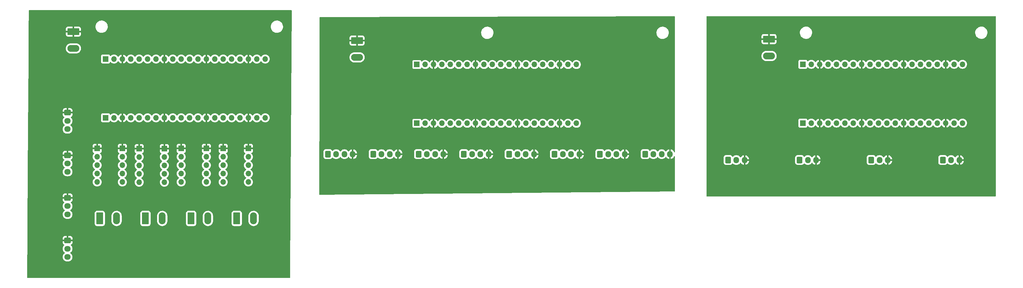
<source format=gbl>
G04 #@! TF.GenerationSoftware,KiCad,Pcbnew,7.0.2*
G04 #@! TF.CreationDate,2023-11-30T17:18:32+01:00*
G04 #@! TF.ProjectId,mhk,6d686b2e-6b69-4636-9164-5f7063625858,rev?*
G04 #@! TF.SameCoordinates,Original*
G04 #@! TF.FileFunction,Copper,L4,Bot*
G04 #@! TF.FilePolarity,Positive*
%FSLAX46Y46*%
G04 Gerber Fmt 4.6, Leading zero omitted, Abs format (unit mm)*
G04 Created by KiCad (PCBNEW 7.0.2) date 2023-11-30 17:18:32*
%MOMM*%
%LPD*%
G01*
G04 APERTURE LIST*
G04 Aperture macros list*
%AMRoundRect*
0 Rectangle with rounded corners*
0 $1 Rounding radius*
0 $2 $3 $4 $5 $6 $7 $8 $9 X,Y pos of 4 corners*
0 Add a 4 corners polygon primitive as box body*
4,1,4,$2,$3,$4,$5,$6,$7,$8,$9,$2,$3,0*
0 Add four circle primitives for the rounded corners*
1,1,$1+$1,$2,$3*
1,1,$1+$1,$4,$5*
1,1,$1+$1,$6,$7*
1,1,$1+$1,$8,$9*
0 Add four rect primitives between the rounded corners*
20,1,$1+$1,$2,$3,$4,$5,0*
20,1,$1+$1,$4,$5,$6,$7,0*
20,1,$1+$1,$6,$7,$8,$9,0*
20,1,$1+$1,$8,$9,$2,$3,0*%
G04 Aperture macros list end*
G04 #@! TA.AperFunction,ComponentPad*
%ADD10RoundRect,0.250000X-0.600000X-0.725000X0.600000X-0.725000X0.600000X0.725000X-0.600000X0.725000X0*%
G04 #@! TD*
G04 #@! TA.AperFunction,ComponentPad*
%ADD11O,1.700000X1.950000*%
G04 #@! TD*
G04 #@! TA.AperFunction,ComponentPad*
%ADD12RoundRect,0.249999X-1.550001X0.790001X-1.550001X-0.790001X1.550001X-0.790001X1.550001X0.790001X0*%
G04 #@! TD*
G04 #@! TA.AperFunction,ComponentPad*
%ADD13O,3.600000X2.080000*%
G04 #@! TD*
G04 #@! TA.AperFunction,ComponentPad*
%ADD14RoundRect,0.250000X-0.725000X0.600000X-0.725000X-0.600000X0.725000X-0.600000X0.725000X0.600000X0*%
G04 #@! TD*
G04 #@! TA.AperFunction,ComponentPad*
%ADD15O,1.950000X1.700000*%
G04 #@! TD*
G04 #@! TA.AperFunction,ComponentPad*
%ADD16R,1.700000X1.700000*%
G04 #@! TD*
G04 #@! TA.AperFunction,ComponentPad*
%ADD17O,1.700000X1.700000*%
G04 #@! TD*
G04 #@! TA.AperFunction,ComponentPad*
%ADD18RoundRect,0.249999X-0.790001X-1.550001X0.790001X-1.550001X0.790001X1.550001X-0.790001X1.550001X0*%
G04 #@! TD*
G04 #@! TA.AperFunction,ComponentPad*
%ADD19O,2.080000X3.600000*%
G04 #@! TD*
G04 APERTURE END LIST*
D10*
X157294285Y-109220000D03*
D11*
X159794285Y-109220000D03*
X162294285Y-109220000D03*
X164794285Y-109220000D03*
D10*
X184702855Y-109220000D03*
D11*
X187202855Y-109220000D03*
X189702855Y-109220000D03*
X192202855Y-109220000D03*
D10*
X170998570Y-109220000D03*
D11*
X173498570Y-109220000D03*
X175998570Y-109220000D03*
X178498570Y-109220000D03*
D10*
X264570000Y-111000000D03*
D11*
X267070000Y-111000000D03*
X269570000Y-111000000D03*
D12*
X152410000Y-74850000D03*
D13*
X152410000Y-79930000D03*
D14*
X64882000Y-135320000D03*
D15*
X64882000Y-137820000D03*
X64882000Y-140320000D03*
D16*
X81442000Y-107486000D03*
D17*
X81442000Y-110026000D03*
X81442000Y-112566000D03*
X81442000Y-115106000D03*
X81442000Y-117646000D03*
D10*
X329500000Y-111000000D03*
D11*
X332000000Y-111000000D03*
X334500000Y-111000000D03*
D18*
X74632000Y-128660000D03*
D19*
X79712000Y-128660000D03*
D10*
X143590000Y-109220000D03*
D11*
X146090000Y-109220000D03*
X148590000Y-109220000D03*
X151090000Y-109220000D03*
D16*
X99222000Y-107486000D03*
D17*
X99222000Y-110026000D03*
X99222000Y-112566000D03*
X99222000Y-115106000D03*
X99222000Y-117646000D03*
D16*
X119542000Y-107486000D03*
D17*
X119542000Y-110026000D03*
X119542000Y-112566000D03*
X119542000Y-115106000D03*
X119542000Y-117646000D03*
D16*
X76362000Y-98210000D03*
D17*
X78902000Y-98210000D03*
X81442000Y-98210000D03*
X83982000Y-98210000D03*
X86522000Y-98210000D03*
X89062000Y-98210000D03*
X91602000Y-98210000D03*
X94142000Y-98210000D03*
X96682000Y-98210000D03*
X99222000Y-98210000D03*
X101762000Y-98210000D03*
X104302000Y-98210000D03*
X106842000Y-98210000D03*
X109382000Y-98210000D03*
X111922000Y-98210000D03*
X114462000Y-98210000D03*
X117002000Y-98210000D03*
X119542000Y-98210000D03*
X122082000Y-98210000D03*
X124622000Y-98210000D03*
D12*
X66642000Y-72150000D03*
D13*
X66642000Y-77230000D03*
D18*
X116042000Y-128660000D03*
D19*
X121122000Y-128660000D03*
D16*
X287190250Y-82032000D03*
D17*
X289730250Y-82032000D03*
X292270250Y-82032000D03*
X294810250Y-82032000D03*
X297350250Y-82032000D03*
X299890250Y-82032000D03*
X302430250Y-82032000D03*
X304970250Y-82032000D03*
X307510250Y-82032000D03*
X310050250Y-82032000D03*
X312590250Y-82032000D03*
X315130250Y-82032000D03*
X317670250Y-82032000D03*
X320210250Y-82032000D03*
X322750250Y-82032000D03*
X325290250Y-82032000D03*
X327830250Y-82032000D03*
X330370250Y-82032000D03*
X332910250Y-82032000D03*
X335450250Y-82032000D03*
D16*
X86522000Y-107541000D03*
D17*
X86522000Y-110081000D03*
X86522000Y-112621000D03*
X86522000Y-115161000D03*
X86522000Y-117701000D03*
D16*
X170480000Y-99880000D03*
D17*
X173020000Y-99880000D03*
X175560000Y-99880000D03*
X178100000Y-99880000D03*
X180640000Y-99880000D03*
X183180000Y-99880000D03*
X185720000Y-99880000D03*
X188260000Y-99880000D03*
X190800000Y-99880000D03*
X193340000Y-99880000D03*
X195880000Y-99880000D03*
X198420000Y-99880000D03*
X200960000Y-99880000D03*
X203500000Y-99880000D03*
X206040000Y-99880000D03*
X208580000Y-99880000D03*
X211120000Y-99880000D03*
X213660000Y-99880000D03*
X216200000Y-99880000D03*
X218740000Y-99880000D03*
D12*
X276957750Y-74422000D03*
D13*
X276957750Y-79502000D03*
D10*
X286213334Y-111000000D03*
D11*
X288713334Y-111000000D03*
X291213334Y-111000000D03*
D10*
X225815710Y-109220000D03*
D11*
X228315710Y-109220000D03*
X230815710Y-109220000D03*
X233315710Y-109220000D03*
D10*
X198407140Y-109220000D03*
D11*
X200907140Y-109220000D03*
X203407140Y-109220000D03*
X205907140Y-109220000D03*
D10*
X307856667Y-111000000D03*
D11*
X310356667Y-111000000D03*
X312856667Y-111000000D03*
D14*
X64882000Y-109546666D03*
D15*
X64882000Y-112046666D03*
X64882000Y-114546666D03*
D18*
X88435333Y-128660000D03*
D19*
X93515333Y-128660000D03*
D14*
X64882000Y-96660000D03*
D15*
X64882000Y-99160000D03*
X64882000Y-101660000D03*
D16*
X94142000Y-107541000D03*
D17*
X94142000Y-110081000D03*
X94142000Y-112621000D03*
X94142000Y-115161000D03*
X94142000Y-117701000D03*
D16*
X170480000Y-82100000D03*
D17*
X173020000Y-82100000D03*
X175560000Y-82100000D03*
X178100000Y-82100000D03*
X180640000Y-82100000D03*
X183180000Y-82100000D03*
X185720000Y-82100000D03*
X188260000Y-82100000D03*
X190800000Y-82100000D03*
X193340000Y-82100000D03*
X195880000Y-82100000D03*
X198420000Y-82100000D03*
X200960000Y-82100000D03*
X203500000Y-82100000D03*
X206040000Y-82100000D03*
X208580000Y-82100000D03*
X211120000Y-82100000D03*
X213660000Y-82100000D03*
X216200000Y-82100000D03*
X218740000Y-82100000D03*
D16*
X106842000Y-107486000D03*
D17*
X106842000Y-110026000D03*
X106842000Y-112566000D03*
X106842000Y-115106000D03*
X106842000Y-117646000D03*
D18*
X102238666Y-128660000D03*
D19*
X107318666Y-128660000D03*
D14*
X64882000Y-122433332D03*
D15*
X64882000Y-124933332D03*
X64882000Y-127433332D03*
D16*
X111922000Y-107486000D03*
D17*
X111922000Y-110026000D03*
X111922000Y-112566000D03*
X111922000Y-115106000D03*
X111922000Y-117646000D03*
D16*
X287180250Y-99812000D03*
D17*
X289720250Y-99812000D03*
X292260250Y-99812000D03*
X294800250Y-99812000D03*
X297340250Y-99812000D03*
X299880250Y-99812000D03*
X302420250Y-99812000D03*
X304960250Y-99812000D03*
X307500250Y-99812000D03*
X310040250Y-99812000D03*
X312580250Y-99812000D03*
X315120250Y-99812000D03*
X317660250Y-99812000D03*
X320200250Y-99812000D03*
X322740250Y-99812000D03*
X325280250Y-99812000D03*
X327820250Y-99812000D03*
X330360250Y-99812000D03*
X332900250Y-99812000D03*
X335440250Y-99812000D03*
D16*
X76362000Y-80430000D03*
D17*
X78902000Y-80430000D03*
X81442000Y-80430000D03*
X83982000Y-80430000D03*
X86522000Y-80430000D03*
X89062000Y-80430000D03*
X91602000Y-80430000D03*
X94142000Y-80430000D03*
X96682000Y-80430000D03*
X99222000Y-80430000D03*
X101762000Y-80430000D03*
X104302000Y-80430000D03*
X106842000Y-80430000D03*
X109382000Y-80430000D03*
X111922000Y-80430000D03*
X114462000Y-80430000D03*
X117002000Y-80430000D03*
X119542000Y-80430000D03*
X122082000Y-80430000D03*
X124622000Y-80430000D03*
D10*
X212111425Y-109220000D03*
D11*
X214611425Y-109220000D03*
X217111425Y-109220000D03*
X219611425Y-109220000D03*
D16*
X73822000Y-107486000D03*
D17*
X73822000Y-110026000D03*
X73822000Y-112566000D03*
X73822000Y-115106000D03*
X73822000Y-117646000D03*
D10*
X239520000Y-109220000D03*
D11*
X242020000Y-109220000D03*
X244520000Y-109220000D03*
X247020000Y-109220000D03*
G04 #@! TA.AperFunction,Conductor*
G36*
X248442766Y-67519834D02*
G01*
X248488658Y-67572518D01*
X248499999Y-67624324D01*
X248499999Y-108515170D01*
X248480314Y-108582209D01*
X248427510Y-108627964D01*
X248358352Y-108637908D01*
X248294796Y-108608883D01*
X248263617Y-108567575D01*
X248193599Y-108417421D01*
X248058109Y-108223921D01*
X247891081Y-108056893D01*
X247697576Y-107921399D01*
X247483492Y-107821569D01*
X247270000Y-107764364D01*
X247269999Y-108811981D01*
X247155199Y-108759554D01*
X247053975Y-108745000D01*
X246986025Y-108745000D01*
X246884801Y-108759554D01*
X246769999Y-108811981D01*
X246769999Y-107764364D01*
X246769998Y-107764364D01*
X246556507Y-107821569D01*
X246342421Y-107921400D01*
X246148921Y-108056890D01*
X245981893Y-108223918D01*
X245871880Y-108381033D01*
X245817303Y-108424658D01*
X245747804Y-108431850D01*
X245685450Y-108400328D01*
X245668730Y-108381032D01*
X245564521Y-108232206D01*
X245558495Y-108223599D01*
X245391401Y-108056505D01*
X245197830Y-107920965D01*
X244983663Y-107821097D01*
X244922502Y-107804709D01*
X244755407Y-107759936D01*
X244520000Y-107739340D01*
X244284592Y-107759936D01*
X244056336Y-107821097D01*
X243842170Y-107920965D01*
X243648598Y-108056505D01*
X243481505Y-108223598D01*
X243371575Y-108380596D01*
X243316998Y-108424221D01*
X243247500Y-108431415D01*
X243185145Y-108399892D01*
X243168425Y-108380596D01*
X243068011Y-108237190D01*
X243058495Y-108223599D01*
X242891401Y-108056505D01*
X242697830Y-107920965D01*
X242483663Y-107821097D01*
X242422502Y-107804709D01*
X242255407Y-107759936D01*
X242020000Y-107739340D01*
X241784592Y-107759936D01*
X241556336Y-107821097D01*
X241342170Y-107920965D01*
X241148601Y-108056503D01*
X241001398Y-108203706D01*
X240940075Y-108237190D01*
X240870383Y-108232206D01*
X240814450Y-108190334D01*
X240808178Y-108181120D01*
X240712711Y-108026342D01*
X240588657Y-107902288D01*
X240439334Y-107810186D01*
X240272797Y-107755000D01*
X240173141Y-107744819D01*
X240173122Y-107744818D01*
X240170009Y-107744500D01*
X240166860Y-107744500D01*
X238873140Y-107744500D01*
X238873120Y-107744500D01*
X238869992Y-107744501D01*
X238866860Y-107744820D01*
X238866858Y-107744821D01*
X238767203Y-107755000D01*
X238600665Y-107810186D01*
X238451342Y-107902288D01*
X238327288Y-108026342D01*
X238235186Y-108175665D01*
X238180000Y-108342202D01*
X238169819Y-108441858D01*
X238169817Y-108441878D01*
X238169500Y-108444991D01*
X238169500Y-108448138D01*
X238169500Y-108448139D01*
X238169500Y-109991859D01*
X238169500Y-109991878D01*
X238169501Y-109995008D01*
X238169820Y-109998140D01*
X238169821Y-109998141D01*
X238180000Y-110097796D01*
X238235186Y-110264334D01*
X238327288Y-110413657D01*
X238451342Y-110537711D01*
X238451344Y-110537712D01*
X238600666Y-110629814D01*
X238712017Y-110666712D01*
X238767202Y-110684999D01*
X238866858Y-110695180D01*
X238866859Y-110695180D01*
X238869991Y-110695500D01*
X240170008Y-110695499D01*
X240272797Y-110684999D01*
X240439334Y-110629814D01*
X240588656Y-110537712D01*
X240712712Y-110413656D01*
X240804814Y-110264334D01*
X240804814Y-110264331D01*
X240808178Y-110258879D01*
X240860125Y-110212154D01*
X240929088Y-110200931D01*
X240993170Y-110228774D01*
X241001397Y-110236293D01*
X241148599Y-110383495D01*
X241342170Y-110519035D01*
X241556337Y-110618903D01*
X241784592Y-110680063D01*
X242020000Y-110700659D01*
X242255408Y-110680063D01*
X242483663Y-110618903D01*
X242697829Y-110519035D01*
X242891401Y-110383495D01*
X243058495Y-110216401D01*
X243168426Y-110059401D01*
X243223002Y-110015778D01*
X243292500Y-110008584D01*
X243354855Y-110040107D01*
X243371571Y-110059398D01*
X243481505Y-110216401D01*
X243648599Y-110383495D01*
X243842170Y-110519035D01*
X244056337Y-110618903D01*
X244284592Y-110680063D01*
X244520000Y-110700659D01*
X244755408Y-110680063D01*
X244983663Y-110618903D01*
X245197829Y-110519035D01*
X245391401Y-110383495D01*
X245558495Y-110216401D01*
X245668732Y-110058965D01*
X245723306Y-110015342D01*
X245792805Y-110008148D01*
X245855160Y-110039671D01*
X245871880Y-110058967D01*
X245981890Y-110216078D01*
X246148918Y-110383106D01*
X246342423Y-110518600D01*
X246556507Y-110618430D01*
X246769998Y-110675634D01*
X246769999Y-110675634D01*
X246769999Y-109628018D01*
X246884801Y-109680446D01*
X246986025Y-109695000D01*
X247053975Y-109695000D01*
X247155199Y-109680446D01*
X247269999Y-109628018D01*
X247270000Y-110675634D01*
X247483490Y-110618430D01*
X247697578Y-110518599D01*
X247891078Y-110383109D01*
X248058109Y-110216078D01*
X248193600Y-110022577D01*
X248263617Y-109872425D01*
X248309789Y-109819985D01*
X248376982Y-109800833D01*
X248443864Y-109821048D01*
X248489198Y-109874214D01*
X248499999Y-109924829D01*
X248499999Y-120377147D01*
X248480314Y-120444186D01*
X248427510Y-120489941D01*
X248377152Y-120501142D01*
X141125291Y-121498834D01*
X141058072Y-121479774D01*
X141011828Y-121427397D01*
X141000138Y-121374702D01*
X141001239Y-120377147D01*
X141012697Y-109991878D01*
X142239500Y-109991878D01*
X142239501Y-109995008D01*
X142239820Y-109998140D01*
X142239821Y-109998141D01*
X142250000Y-110097796D01*
X142305186Y-110264334D01*
X142397288Y-110413657D01*
X142521342Y-110537711D01*
X142521344Y-110537712D01*
X142670666Y-110629814D01*
X142782016Y-110666712D01*
X142837202Y-110684999D01*
X142936858Y-110695180D01*
X142936859Y-110695180D01*
X142939991Y-110695500D01*
X144240008Y-110695499D01*
X144342797Y-110684999D01*
X144509334Y-110629814D01*
X144658656Y-110537712D01*
X144782712Y-110413656D01*
X144874814Y-110264334D01*
X144874814Y-110264331D01*
X144878178Y-110258879D01*
X144930125Y-110212154D01*
X144999088Y-110200931D01*
X145063170Y-110228774D01*
X145071398Y-110236294D01*
X145218599Y-110383495D01*
X145412170Y-110519035D01*
X145626337Y-110618903D01*
X145838059Y-110675633D01*
X145854592Y-110680063D01*
X146089999Y-110700659D01*
X146089999Y-110700658D01*
X146090000Y-110700659D01*
X146325408Y-110680063D01*
X146553663Y-110618903D01*
X146767829Y-110519035D01*
X146961401Y-110383495D01*
X147128495Y-110216401D01*
X147238426Y-110059401D01*
X147293002Y-110015778D01*
X147362500Y-110008584D01*
X147424855Y-110040107D01*
X147441571Y-110059398D01*
X147551505Y-110216401D01*
X147718599Y-110383495D01*
X147912170Y-110519035D01*
X148126337Y-110618903D01*
X148354592Y-110680063D01*
X148590000Y-110700659D01*
X148825408Y-110680063D01*
X149053663Y-110618903D01*
X149267829Y-110519035D01*
X149461401Y-110383495D01*
X149628495Y-110216401D01*
X149738732Y-110058965D01*
X149793306Y-110015342D01*
X149862805Y-110008148D01*
X149925160Y-110039671D01*
X149941880Y-110058967D01*
X150051890Y-110216078D01*
X150218918Y-110383106D01*
X150412423Y-110518600D01*
X150626509Y-110618430D01*
X150840000Y-110675634D01*
X150840000Y-109628018D01*
X150954801Y-109680446D01*
X151056025Y-109695000D01*
X151123975Y-109695000D01*
X151225199Y-109680446D01*
X151340000Y-109628018D01*
X151340000Y-110675633D01*
X151553490Y-110618430D01*
X151767578Y-110518599D01*
X151961078Y-110383109D01*
X152128109Y-110216078D01*
X152263599Y-110022578D01*
X152277915Y-109991878D01*
X155943785Y-109991878D01*
X155943786Y-109995008D01*
X155944105Y-109998140D01*
X155944106Y-109998141D01*
X155954285Y-110097796D01*
X156009471Y-110264334D01*
X156101573Y-110413657D01*
X156225627Y-110537711D01*
X156225629Y-110537712D01*
X156374951Y-110629814D01*
X156486302Y-110666712D01*
X156541487Y-110684999D01*
X156641143Y-110695180D01*
X156641144Y-110695180D01*
X156644276Y-110695500D01*
X157944293Y-110695499D01*
X158047082Y-110684999D01*
X158213619Y-110629814D01*
X158362941Y-110537712D01*
X158486997Y-110413656D01*
X158579099Y-110264334D01*
X158579099Y-110264331D01*
X158582463Y-110258879D01*
X158634410Y-110212154D01*
X158703373Y-110200931D01*
X158767455Y-110228774D01*
X158775683Y-110236294D01*
X158922884Y-110383495D01*
X159116455Y-110519035D01*
X159330622Y-110618903D01*
X159558877Y-110680063D01*
X159794285Y-110700659D01*
X160029693Y-110680063D01*
X160257948Y-110618903D01*
X160472114Y-110519035D01*
X160665686Y-110383495D01*
X160832780Y-110216401D01*
X160942711Y-110059401D01*
X160997287Y-110015778D01*
X161066785Y-110008584D01*
X161129140Y-110040107D01*
X161145856Y-110059398D01*
X161255790Y-110216401D01*
X161422884Y-110383495D01*
X161616455Y-110519035D01*
X161830622Y-110618903D01*
X162058877Y-110680063D01*
X162294285Y-110700659D01*
X162529693Y-110680063D01*
X162757948Y-110618903D01*
X162972114Y-110519035D01*
X163165686Y-110383495D01*
X163332780Y-110216401D01*
X163443017Y-110058965D01*
X163497591Y-110015342D01*
X163567090Y-110008148D01*
X163629445Y-110039671D01*
X163646165Y-110058967D01*
X163756175Y-110216078D01*
X163923203Y-110383106D01*
X164116708Y-110518600D01*
X164330794Y-110618430D01*
X164544285Y-110675634D01*
X164544285Y-109628018D01*
X164659086Y-109680446D01*
X164760310Y-109695000D01*
X164828260Y-109695000D01*
X164929484Y-109680446D01*
X165044285Y-109628018D01*
X165044285Y-110675633D01*
X165257775Y-110618430D01*
X165471863Y-110518599D01*
X165665363Y-110383109D01*
X165832394Y-110216078D01*
X165967884Y-110022578D01*
X165982200Y-109991878D01*
X169648070Y-109991878D01*
X169648071Y-109995008D01*
X169648390Y-109998140D01*
X169648391Y-109998141D01*
X169658570Y-110097796D01*
X169713756Y-110264334D01*
X169805858Y-110413657D01*
X169929912Y-110537711D01*
X169929914Y-110537712D01*
X170079236Y-110629814D01*
X170190586Y-110666712D01*
X170245772Y-110684999D01*
X170345428Y-110695180D01*
X170345429Y-110695180D01*
X170348561Y-110695500D01*
X171648578Y-110695499D01*
X171751367Y-110684999D01*
X171917904Y-110629814D01*
X172067226Y-110537712D01*
X172191282Y-110413656D01*
X172283384Y-110264334D01*
X172283384Y-110264331D01*
X172286748Y-110258879D01*
X172338695Y-110212154D01*
X172407658Y-110200931D01*
X172471740Y-110228774D01*
X172479968Y-110236294D01*
X172627169Y-110383495D01*
X172820740Y-110519035D01*
X173034907Y-110618903D01*
X173246629Y-110675633D01*
X173263162Y-110680063D01*
X173498569Y-110700659D01*
X173498569Y-110700658D01*
X173498570Y-110700659D01*
X173733978Y-110680063D01*
X173962233Y-110618903D01*
X174176399Y-110519035D01*
X174369971Y-110383495D01*
X174537065Y-110216401D01*
X174646996Y-110059401D01*
X174701572Y-110015778D01*
X174771070Y-110008584D01*
X174833425Y-110040107D01*
X174850141Y-110059398D01*
X174960075Y-110216401D01*
X175127169Y-110383495D01*
X175320740Y-110519035D01*
X175534907Y-110618903D01*
X175746629Y-110675633D01*
X175763162Y-110680063D01*
X175998569Y-110700659D01*
X175998569Y-110700658D01*
X175998570Y-110700659D01*
X176233978Y-110680063D01*
X176462233Y-110618903D01*
X176676399Y-110519035D01*
X176869971Y-110383495D01*
X177037065Y-110216401D01*
X177147302Y-110058965D01*
X177201876Y-110015342D01*
X177271375Y-110008148D01*
X177333730Y-110039671D01*
X177350450Y-110058967D01*
X177460460Y-110216078D01*
X177627488Y-110383106D01*
X177820993Y-110518600D01*
X178035079Y-110618430D01*
X178248570Y-110675634D01*
X178248570Y-109628018D01*
X178363371Y-109680446D01*
X178464595Y-109695000D01*
X178532545Y-109695000D01*
X178633769Y-109680446D01*
X178748570Y-109628018D01*
X178748570Y-110675633D01*
X178962060Y-110618430D01*
X179176148Y-110518599D01*
X179369648Y-110383109D01*
X179536679Y-110216078D01*
X179672169Y-110022578D01*
X179686485Y-109991878D01*
X183352355Y-109991878D01*
X183352356Y-109995008D01*
X183352675Y-109998140D01*
X183352676Y-109998141D01*
X183362855Y-110097796D01*
X183418041Y-110264334D01*
X183510143Y-110413657D01*
X183634197Y-110537711D01*
X183634199Y-110537712D01*
X183783521Y-110629814D01*
X183894871Y-110666712D01*
X183950057Y-110684999D01*
X184049713Y-110695180D01*
X184049714Y-110695180D01*
X184052846Y-110695500D01*
X185352863Y-110695499D01*
X185455652Y-110684999D01*
X185622189Y-110629814D01*
X185771511Y-110537712D01*
X185895567Y-110413656D01*
X185987669Y-110264334D01*
X185987669Y-110264331D01*
X185991033Y-110258879D01*
X186042980Y-110212154D01*
X186111943Y-110200931D01*
X186176025Y-110228774D01*
X186184252Y-110236294D01*
X186331454Y-110383495D01*
X186525025Y-110519035D01*
X186739192Y-110618903D01*
X186967447Y-110680063D01*
X187202855Y-110700659D01*
X187438263Y-110680063D01*
X187666518Y-110618903D01*
X187880684Y-110519035D01*
X188074256Y-110383495D01*
X188241350Y-110216401D01*
X188351281Y-110059401D01*
X188405857Y-110015778D01*
X188475355Y-110008584D01*
X188537710Y-110040107D01*
X188554426Y-110059398D01*
X188664360Y-110216401D01*
X188831454Y-110383495D01*
X189025025Y-110519035D01*
X189239192Y-110618903D01*
X189467447Y-110680063D01*
X189702855Y-110700659D01*
X189938263Y-110680063D01*
X190166518Y-110618903D01*
X190380684Y-110519035D01*
X190574256Y-110383495D01*
X190741350Y-110216401D01*
X190851587Y-110058965D01*
X190906161Y-110015342D01*
X190975660Y-110008148D01*
X191038015Y-110039671D01*
X191054735Y-110058967D01*
X191164745Y-110216078D01*
X191331773Y-110383106D01*
X191525278Y-110518600D01*
X191739364Y-110618430D01*
X191952855Y-110675634D01*
X191952855Y-109628018D01*
X192067656Y-109680446D01*
X192168880Y-109695000D01*
X192236830Y-109695000D01*
X192338054Y-109680446D01*
X192452855Y-109628018D01*
X192452855Y-110675633D01*
X192666345Y-110618430D01*
X192880433Y-110518599D01*
X193073933Y-110383109D01*
X193240964Y-110216078D01*
X193376454Y-110022578D01*
X193390770Y-109991878D01*
X197056640Y-109991878D01*
X197056641Y-109995008D01*
X197056960Y-109998140D01*
X197056961Y-109998141D01*
X197067140Y-110097796D01*
X197122326Y-110264334D01*
X197214428Y-110413657D01*
X197338482Y-110537711D01*
X197338484Y-110537712D01*
X197487806Y-110629814D01*
X197599157Y-110666712D01*
X197654342Y-110684999D01*
X197753998Y-110695180D01*
X197753999Y-110695180D01*
X197757131Y-110695500D01*
X199057148Y-110695499D01*
X199159937Y-110684999D01*
X199326474Y-110629814D01*
X199475796Y-110537712D01*
X199599852Y-110413656D01*
X199691954Y-110264334D01*
X199691954Y-110264331D01*
X199695318Y-110258879D01*
X199747265Y-110212154D01*
X199816228Y-110200931D01*
X199880310Y-110228774D01*
X199888538Y-110236294D01*
X200035739Y-110383495D01*
X200229310Y-110519035D01*
X200443477Y-110618903D01*
X200671732Y-110680063D01*
X200907140Y-110700659D01*
X201142548Y-110680063D01*
X201370803Y-110618903D01*
X201584969Y-110519035D01*
X201778541Y-110383495D01*
X201945635Y-110216401D01*
X202055566Y-110059401D01*
X202110142Y-110015778D01*
X202179640Y-110008584D01*
X202241995Y-110040107D01*
X202258711Y-110059398D01*
X202368645Y-110216401D01*
X202535739Y-110383495D01*
X202729310Y-110519035D01*
X202943477Y-110618903D01*
X203155199Y-110675633D01*
X203171732Y-110680063D01*
X203407139Y-110700659D01*
X203407139Y-110700658D01*
X203407140Y-110700659D01*
X203642548Y-110680063D01*
X203870803Y-110618903D01*
X204084969Y-110519035D01*
X204278541Y-110383495D01*
X204445635Y-110216401D01*
X204555872Y-110058965D01*
X204610446Y-110015342D01*
X204679945Y-110008148D01*
X204742300Y-110039671D01*
X204759020Y-110058967D01*
X204869030Y-110216078D01*
X205036058Y-110383106D01*
X205229563Y-110518600D01*
X205443649Y-110618430D01*
X205657140Y-110675634D01*
X205657139Y-109628018D01*
X205771941Y-109680446D01*
X205873165Y-109695000D01*
X205941115Y-109695000D01*
X206042339Y-109680446D01*
X206157139Y-109628018D01*
X206157139Y-110675633D01*
X206370630Y-110618430D01*
X206584718Y-110518599D01*
X206778218Y-110383109D01*
X206945249Y-110216078D01*
X207080739Y-110022578D01*
X207095055Y-109991878D01*
X210760925Y-109991878D01*
X210760926Y-109995008D01*
X210761245Y-109998140D01*
X210761246Y-109998141D01*
X210771425Y-110097796D01*
X210826611Y-110264334D01*
X210918713Y-110413657D01*
X211042767Y-110537711D01*
X211042769Y-110537712D01*
X211192091Y-110629814D01*
X211303441Y-110666712D01*
X211358627Y-110684999D01*
X211458283Y-110695180D01*
X211458284Y-110695180D01*
X211461416Y-110695500D01*
X212761433Y-110695499D01*
X212864222Y-110684999D01*
X213030759Y-110629814D01*
X213180081Y-110537712D01*
X213304137Y-110413656D01*
X213396239Y-110264334D01*
X213396239Y-110264331D01*
X213399603Y-110258879D01*
X213451550Y-110212154D01*
X213520513Y-110200931D01*
X213584595Y-110228774D01*
X213592823Y-110236294D01*
X213740024Y-110383495D01*
X213933595Y-110519035D01*
X214147762Y-110618903D01*
X214376017Y-110680063D01*
X214611425Y-110700659D01*
X214846833Y-110680063D01*
X215075088Y-110618903D01*
X215289254Y-110519035D01*
X215482826Y-110383495D01*
X215649920Y-110216401D01*
X215759852Y-110059399D01*
X215814425Y-110015778D01*
X215883924Y-110008584D01*
X215946278Y-110040106D01*
X215962996Y-110059399D01*
X216072930Y-110216401D01*
X216240024Y-110383495D01*
X216433595Y-110519035D01*
X216647762Y-110618903D01*
X216876017Y-110680063D01*
X217111425Y-110700659D01*
X217346833Y-110680063D01*
X217575088Y-110618903D01*
X217789254Y-110519035D01*
X217982826Y-110383495D01*
X218149920Y-110216401D01*
X218260157Y-110058965D01*
X218314731Y-110015342D01*
X218384230Y-110008148D01*
X218446585Y-110039671D01*
X218463305Y-110058967D01*
X218573315Y-110216078D01*
X218740343Y-110383106D01*
X218933848Y-110518600D01*
X219147934Y-110618430D01*
X219361425Y-110675634D01*
X219361425Y-109628018D01*
X219476226Y-109680446D01*
X219577450Y-109695000D01*
X219645400Y-109695000D01*
X219746624Y-109680446D01*
X219861425Y-109628018D01*
X219861425Y-110675633D01*
X220074915Y-110618430D01*
X220289003Y-110518599D01*
X220482503Y-110383109D01*
X220649534Y-110216078D01*
X220785024Y-110022578D01*
X220799340Y-109991878D01*
X224465210Y-109991878D01*
X224465211Y-109995008D01*
X224465530Y-109998140D01*
X224465531Y-109998141D01*
X224475710Y-110097796D01*
X224530896Y-110264334D01*
X224622998Y-110413657D01*
X224747052Y-110537711D01*
X224747054Y-110537712D01*
X224896376Y-110629814D01*
X225007727Y-110666712D01*
X225062912Y-110684999D01*
X225162568Y-110695180D01*
X225162569Y-110695180D01*
X225165701Y-110695500D01*
X226465718Y-110695499D01*
X226568507Y-110684999D01*
X226735044Y-110629814D01*
X226884366Y-110537712D01*
X227008422Y-110413656D01*
X227100524Y-110264334D01*
X227100524Y-110264331D01*
X227103888Y-110258879D01*
X227155835Y-110212154D01*
X227224798Y-110200931D01*
X227288880Y-110228774D01*
X227297107Y-110236294D01*
X227444309Y-110383495D01*
X227637880Y-110519035D01*
X227852047Y-110618903D01*
X228080302Y-110680063D01*
X228315710Y-110700659D01*
X228551118Y-110680063D01*
X228779373Y-110618903D01*
X228993539Y-110519035D01*
X229187111Y-110383495D01*
X229354205Y-110216401D01*
X229464136Y-110059401D01*
X229518712Y-110015778D01*
X229588210Y-110008584D01*
X229650565Y-110040107D01*
X229667281Y-110059398D01*
X229777215Y-110216401D01*
X229944309Y-110383495D01*
X230137880Y-110519035D01*
X230352047Y-110618903D01*
X230563769Y-110675633D01*
X230580302Y-110680063D01*
X230815709Y-110700659D01*
X230815709Y-110700658D01*
X230815710Y-110700659D01*
X231051118Y-110680063D01*
X231279373Y-110618903D01*
X231493539Y-110519035D01*
X231687111Y-110383495D01*
X231854205Y-110216401D01*
X231964442Y-110058965D01*
X232019016Y-110015342D01*
X232088515Y-110008148D01*
X232150870Y-110039671D01*
X232167590Y-110058967D01*
X232277600Y-110216078D01*
X232444628Y-110383106D01*
X232638133Y-110518600D01*
X232852219Y-110618430D01*
X233065710Y-110675634D01*
X233065710Y-109628018D01*
X233180511Y-109680446D01*
X233281735Y-109695000D01*
X233349685Y-109695000D01*
X233450909Y-109680446D01*
X233565710Y-109628018D01*
X233565710Y-110675633D01*
X233779200Y-110618430D01*
X233993288Y-110518599D01*
X234186788Y-110383109D01*
X234353819Y-110216078D01*
X234489309Y-110022578D01*
X234589140Y-109808492D01*
X234650279Y-109580318D01*
X234659931Y-109470000D01*
X233719679Y-109470000D01*
X233752229Y-109419351D01*
X233790710Y-109288295D01*
X233790710Y-109151705D01*
X233752229Y-109020649D01*
X233719679Y-108970000D01*
X234659932Y-108970000D01*
X234659931Y-108969999D01*
X234650279Y-108859681D01*
X234589140Y-108631507D01*
X234489309Y-108417421D01*
X234353819Y-108223921D01*
X234186791Y-108056893D01*
X233993286Y-107921399D01*
X233779202Y-107821569D01*
X233565710Y-107764364D01*
X233565710Y-108811981D01*
X233450909Y-108759554D01*
X233349685Y-108745000D01*
X233281735Y-108745000D01*
X233180511Y-108759554D01*
X233065710Y-108811981D01*
X233065710Y-107764364D01*
X232852217Y-107821569D01*
X232638131Y-107921400D01*
X232444631Y-108056890D01*
X232277603Y-108223918D01*
X232167590Y-108381033D01*
X232113013Y-108424658D01*
X232043514Y-108431850D01*
X231981160Y-108400328D01*
X231964440Y-108381032D01*
X231860231Y-108232206D01*
X231854205Y-108223599D01*
X231687111Y-108056505D01*
X231493540Y-107920965D01*
X231279373Y-107821097D01*
X231218211Y-107804709D01*
X231051117Y-107759936D01*
X230815710Y-107739340D01*
X230580302Y-107759936D01*
X230352046Y-107821097D01*
X230137880Y-107920965D01*
X229944308Y-108056505D01*
X229777215Y-108223598D01*
X229667285Y-108380596D01*
X229612708Y-108424221D01*
X229543210Y-108431415D01*
X229480855Y-108399892D01*
X229464135Y-108380596D01*
X229363721Y-108237190D01*
X229354205Y-108223599D01*
X229187111Y-108056505D01*
X228993540Y-107920965D01*
X228779373Y-107821097D01*
X228718212Y-107804709D01*
X228551117Y-107759936D01*
X228315710Y-107739340D01*
X228080302Y-107759936D01*
X227852046Y-107821097D01*
X227637880Y-107920965D01*
X227444311Y-108056503D01*
X227297108Y-108203706D01*
X227235785Y-108237190D01*
X227166093Y-108232206D01*
X227110160Y-108190334D01*
X227103888Y-108181120D01*
X227008421Y-108026342D01*
X226884367Y-107902288D01*
X226735044Y-107810186D01*
X226568507Y-107755000D01*
X226468851Y-107744819D01*
X226468832Y-107744818D01*
X226465719Y-107744500D01*
X226462570Y-107744500D01*
X225168850Y-107744500D01*
X225168830Y-107744500D01*
X225165702Y-107744501D01*
X225162570Y-107744820D01*
X225162568Y-107744821D01*
X225062913Y-107755000D01*
X224896375Y-107810186D01*
X224747052Y-107902288D01*
X224622998Y-108026342D01*
X224530896Y-108175665D01*
X224475710Y-108342202D01*
X224465529Y-108441858D01*
X224465527Y-108441878D01*
X224465210Y-108444991D01*
X224465210Y-108448138D01*
X224465210Y-108448139D01*
X224465210Y-109991859D01*
X224465210Y-109991878D01*
X220799340Y-109991878D01*
X220884855Y-109808492D01*
X220945994Y-109580318D01*
X220955646Y-109470000D01*
X220015394Y-109470000D01*
X220047944Y-109419351D01*
X220086425Y-109288295D01*
X220086425Y-109151705D01*
X220047944Y-109020649D01*
X220015394Y-108970000D01*
X220955647Y-108970000D01*
X220955646Y-108969999D01*
X220945994Y-108859681D01*
X220884855Y-108631507D01*
X220785024Y-108417421D01*
X220649534Y-108223921D01*
X220482506Y-108056893D01*
X220289001Y-107921399D01*
X220074917Y-107821569D01*
X219861425Y-107764364D01*
X219861424Y-108811981D01*
X219746624Y-108759554D01*
X219645400Y-108745000D01*
X219577450Y-108745000D01*
X219476226Y-108759554D01*
X219361425Y-108811981D01*
X219361425Y-107764364D01*
X219361424Y-107764364D01*
X219147932Y-107821569D01*
X218933846Y-107921400D01*
X218740346Y-108056890D01*
X218573318Y-108223918D01*
X218463305Y-108381033D01*
X218408728Y-108424658D01*
X218339229Y-108431850D01*
X218276875Y-108400328D01*
X218260155Y-108381032D01*
X218155946Y-108232206D01*
X218149920Y-108223599D01*
X217982826Y-108056505D01*
X217789255Y-107920965D01*
X217575088Y-107821097D01*
X217513927Y-107804709D01*
X217346832Y-107759936D01*
X217111425Y-107739340D01*
X216876017Y-107759936D01*
X216647761Y-107821097D01*
X216433595Y-107920965D01*
X216240023Y-108056505D01*
X216072930Y-108223598D01*
X215963000Y-108380596D01*
X215908423Y-108424221D01*
X215838925Y-108431415D01*
X215776570Y-108399892D01*
X215759850Y-108380596D01*
X215659436Y-108237190D01*
X215649920Y-108223599D01*
X215482826Y-108056505D01*
X215289255Y-107920965D01*
X215075088Y-107821097D01*
X215013927Y-107804709D01*
X214846832Y-107759936D01*
X214611424Y-107739340D01*
X214376017Y-107759936D01*
X214147761Y-107821097D01*
X213933595Y-107920965D01*
X213740026Y-108056503D01*
X213592823Y-108203706D01*
X213531500Y-108237190D01*
X213461808Y-108232206D01*
X213405875Y-108190334D01*
X213399603Y-108181120D01*
X213304136Y-108026342D01*
X213180082Y-107902288D01*
X213030759Y-107810186D01*
X212864222Y-107755000D01*
X212764566Y-107744819D01*
X212764547Y-107744818D01*
X212761434Y-107744500D01*
X212758285Y-107744500D01*
X211464565Y-107744500D01*
X211464545Y-107744500D01*
X211461417Y-107744501D01*
X211458285Y-107744820D01*
X211458283Y-107744821D01*
X211358628Y-107755000D01*
X211192090Y-107810186D01*
X211042767Y-107902288D01*
X210918713Y-108026342D01*
X210826611Y-108175665D01*
X210771425Y-108342202D01*
X210761244Y-108441858D01*
X210761242Y-108441878D01*
X210760925Y-108444991D01*
X210760925Y-108448138D01*
X210760925Y-108448139D01*
X210760925Y-109991859D01*
X210760925Y-109991878D01*
X207095055Y-109991878D01*
X207180570Y-109808492D01*
X207241709Y-109580318D01*
X207251361Y-109470000D01*
X206311109Y-109470000D01*
X206343659Y-109419351D01*
X206382140Y-109288295D01*
X206382140Y-109151705D01*
X206343659Y-109020649D01*
X206311109Y-108970000D01*
X207251362Y-108970000D01*
X207251361Y-108969999D01*
X207241709Y-108859681D01*
X207180570Y-108631507D01*
X207080739Y-108417421D01*
X206945249Y-108223921D01*
X206778221Y-108056893D01*
X206584716Y-107921399D01*
X206370632Y-107821569D01*
X206157139Y-107764364D01*
X206157139Y-108811981D01*
X206042339Y-108759554D01*
X205941115Y-108745000D01*
X205873165Y-108745000D01*
X205771941Y-108759554D01*
X205657139Y-108811981D01*
X205657140Y-107764364D01*
X205657139Y-107764364D01*
X205443647Y-107821569D01*
X205229561Y-107921400D01*
X205036061Y-108056890D01*
X204869033Y-108223918D01*
X204759020Y-108381033D01*
X204704443Y-108424658D01*
X204634944Y-108431850D01*
X204572590Y-108400328D01*
X204555870Y-108381032D01*
X204451661Y-108232206D01*
X204445635Y-108223599D01*
X204278541Y-108056505D01*
X204084970Y-107920965D01*
X203870803Y-107821097D01*
X203809642Y-107804709D01*
X203642547Y-107759936D01*
X203407139Y-107739340D01*
X203171732Y-107759936D01*
X202943476Y-107821097D01*
X202729310Y-107920965D01*
X202535738Y-108056505D01*
X202368645Y-108223598D01*
X202258715Y-108380596D01*
X202204138Y-108424221D01*
X202134640Y-108431415D01*
X202072285Y-108399892D01*
X202055565Y-108380596D01*
X201955151Y-108237190D01*
X201945635Y-108223599D01*
X201778541Y-108056505D01*
X201584970Y-107920965D01*
X201370803Y-107821097D01*
X201309641Y-107804709D01*
X201142547Y-107759936D01*
X200907140Y-107739340D01*
X200671732Y-107759936D01*
X200443476Y-107821097D01*
X200229310Y-107920965D01*
X200035741Y-108056503D01*
X199888538Y-108203706D01*
X199827215Y-108237190D01*
X199757523Y-108232206D01*
X199701590Y-108190334D01*
X199695318Y-108181120D01*
X199599851Y-108026342D01*
X199475797Y-107902288D01*
X199326474Y-107810186D01*
X199159937Y-107755000D01*
X199060281Y-107744819D01*
X199060262Y-107744818D01*
X199057149Y-107744500D01*
X199054000Y-107744500D01*
X197760280Y-107744500D01*
X197760260Y-107744500D01*
X197757132Y-107744501D01*
X197754000Y-107744820D01*
X197753998Y-107744821D01*
X197654343Y-107755000D01*
X197487805Y-107810186D01*
X197338482Y-107902288D01*
X197214428Y-108026342D01*
X197122326Y-108175665D01*
X197067140Y-108342202D01*
X197056959Y-108441858D01*
X197056957Y-108441878D01*
X197056640Y-108444991D01*
X197056640Y-108448138D01*
X197056640Y-108448139D01*
X197056640Y-109991859D01*
X197056640Y-109991878D01*
X193390770Y-109991878D01*
X193476285Y-109808492D01*
X193537424Y-109580318D01*
X193547076Y-109470000D01*
X192606824Y-109470000D01*
X192639374Y-109419351D01*
X192677855Y-109288295D01*
X192677855Y-109151705D01*
X192639374Y-109020649D01*
X192606824Y-108970000D01*
X193547077Y-108970000D01*
X193547076Y-108969999D01*
X193537424Y-108859681D01*
X193476285Y-108631507D01*
X193376454Y-108417421D01*
X193240964Y-108223921D01*
X193073936Y-108056893D01*
X192880431Y-107921399D01*
X192666347Y-107821569D01*
X192452855Y-107764364D01*
X192452855Y-108811981D01*
X192338054Y-108759554D01*
X192236830Y-108745000D01*
X192168880Y-108745000D01*
X192067656Y-108759554D01*
X191952855Y-108811981D01*
X191952855Y-107764364D01*
X191739362Y-107821569D01*
X191525276Y-107921400D01*
X191331776Y-108056890D01*
X191164748Y-108223918D01*
X191054735Y-108381033D01*
X191000158Y-108424658D01*
X190930659Y-108431850D01*
X190868305Y-108400328D01*
X190851585Y-108381032D01*
X190747376Y-108232206D01*
X190741350Y-108223599D01*
X190574256Y-108056505D01*
X190380685Y-107920965D01*
X190166518Y-107821097D01*
X190105356Y-107804709D01*
X189938262Y-107759936D01*
X189702854Y-107739340D01*
X189467447Y-107759936D01*
X189239191Y-107821097D01*
X189025025Y-107920965D01*
X188831453Y-108056505D01*
X188664360Y-108223598D01*
X188554430Y-108380596D01*
X188499853Y-108424221D01*
X188430355Y-108431415D01*
X188368000Y-108399892D01*
X188351280Y-108380596D01*
X188250866Y-108237190D01*
X188241350Y-108223599D01*
X188074256Y-108056505D01*
X187880685Y-107920965D01*
X187666518Y-107821097D01*
X187605356Y-107804709D01*
X187438262Y-107759936D01*
X187202855Y-107739340D01*
X186967447Y-107759936D01*
X186739191Y-107821097D01*
X186525025Y-107920965D01*
X186331456Y-108056503D01*
X186184253Y-108203706D01*
X186122930Y-108237190D01*
X186053238Y-108232206D01*
X185997305Y-108190334D01*
X185991033Y-108181120D01*
X185895566Y-108026342D01*
X185771512Y-107902288D01*
X185622189Y-107810186D01*
X185455652Y-107755000D01*
X185355996Y-107744819D01*
X185355977Y-107744818D01*
X185352864Y-107744500D01*
X185349715Y-107744500D01*
X184055995Y-107744500D01*
X184055975Y-107744500D01*
X184052847Y-107744501D01*
X184049715Y-107744820D01*
X184049713Y-107744821D01*
X183950058Y-107755000D01*
X183783520Y-107810186D01*
X183634197Y-107902288D01*
X183510143Y-108026342D01*
X183418041Y-108175665D01*
X183362855Y-108342202D01*
X183352674Y-108441858D01*
X183352672Y-108441878D01*
X183352355Y-108444991D01*
X183352355Y-108448138D01*
X183352355Y-108448139D01*
X183352355Y-109991859D01*
X183352355Y-109991878D01*
X179686485Y-109991878D01*
X179772000Y-109808492D01*
X179833139Y-109580318D01*
X179842791Y-109470000D01*
X178902539Y-109470000D01*
X178935089Y-109419351D01*
X178973570Y-109288295D01*
X178973570Y-109151705D01*
X178935089Y-109020649D01*
X178902539Y-108970000D01*
X179842792Y-108970000D01*
X179842791Y-108969999D01*
X179833139Y-108859681D01*
X179772000Y-108631507D01*
X179672169Y-108417421D01*
X179536679Y-108223921D01*
X179369651Y-108056893D01*
X179176146Y-107921399D01*
X178962062Y-107821569D01*
X178748570Y-107764364D01*
X178748570Y-108811981D01*
X178633769Y-108759554D01*
X178532545Y-108745000D01*
X178464595Y-108745000D01*
X178363371Y-108759554D01*
X178248570Y-108811981D01*
X178248570Y-107764364D01*
X178248569Y-107764364D01*
X178035077Y-107821569D01*
X177820991Y-107921400D01*
X177627491Y-108056890D01*
X177460463Y-108223918D01*
X177350450Y-108381033D01*
X177295873Y-108424658D01*
X177226374Y-108431850D01*
X177164020Y-108400328D01*
X177147300Y-108381032D01*
X177043091Y-108232206D01*
X177037065Y-108223599D01*
X176869971Y-108056505D01*
X176676400Y-107920965D01*
X176462233Y-107821097D01*
X176401071Y-107804709D01*
X176233977Y-107759936D01*
X175998570Y-107739340D01*
X175763162Y-107759936D01*
X175534906Y-107821097D01*
X175320740Y-107920965D01*
X175127168Y-108056505D01*
X174960075Y-108223598D01*
X174850145Y-108380596D01*
X174795568Y-108424221D01*
X174726070Y-108431415D01*
X174663715Y-108399892D01*
X174646995Y-108380596D01*
X174546581Y-108237190D01*
X174537065Y-108223599D01*
X174369971Y-108056505D01*
X174176400Y-107920965D01*
X173962233Y-107821097D01*
X173901072Y-107804709D01*
X173733977Y-107759936D01*
X173498569Y-107739340D01*
X173263162Y-107759936D01*
X173034906Y-107821097D01*
X172820740Y-107920965D01*
X172627171Y-108056503D01*
X172479968Y-108203706D01*
X172418645Y-108237190D01*
X172348953Y-108232206D01*
X172293020Y-108190334D01*
X172286748Y-108181120D01*
X172191281Y-108026342D01*
X172067227Y-107902288D01*
X171917904Y-107810186D01*
X171751367Y-107755000D01*
X171651711Y-107744819D01*
X171651692Y-107744818D01*
X171648579Y-107744500D01*
X171645430Y-107744500D01*
X170351710Y-107744500D01*
X170351690Y-107744500D01*
X170348562Y-107744501D01*
X170345430Y-107744820D01*
X170345428Y-107744821D01*
X170245773Y-107755000D01*
X170079235Y-107810186D01*
X169929912Y-107902288D01*
X169805858Y-108026342D01*
X169713756Y-108175665D01*
X169658570Y-108342202D01*
X169648389Y-108441858D01*
X169648387Y-108441878D01*
X169648070Y-108444991D01*
X169648070Y-108448138D01*
X169648070Y-108448139D01*
X169648070Y-109991859D01*
X169648070Y-109991878D01*
X165982200Y-109991878D01*
X166067715Y-109808492D01*
X166128854Y-109580318D01*
X166138506Y-109470000D01*
X165198254Y-109470000D01*
X165230804Y-109419351D01*
X165269285Y-109288295D01*
X165269285Y-109151705D01*
X165230804Y-109020649D01*
X165198254Y-108970000D01*
X166138507Y-108970000D01*
X166138506Y-108969999D01*
X166128854Y-108859681D01*
X166067715Y-108631507D01*
X165967884Y-108417421D01*
X165832394Y-108223921D01*
X165665366Y-108056893D01*
X165471861Y-107921399D01*
X165257777Y-107821569D01*
X165044285Y-107764364D01*
X165044285Y-108811981D01*
X164929484Y-108759554D01*
X164828260Y-108745000D01*
X164760310Y-108745000D01*
X164659086Y-108759554D01*
X164544285Y-108811981D01*
X164544285Y-107764364D01*
X164544284Y-107764364D01*
X164330792Y-107821569D01*
X164116706Y-107921400D01*
X163923206Y-108056890D01*
X163756178Y-108223918D01*
X163646165Y-108381033D01*
X163591588Y-108424658D01*
X163522089Y-108431850D01*
X163459735Y-108400328D01*
X163443015Y-108381032D01*
X163338806Y-108232206D01*
X163332780Y-108223599D01*
X163165686Y-108056505D01*
X162972115Y-107920965D01*
X162757948Y-107821097D01*
X162696787Y-107804709D01*
X162529692Y-107759936D01*
X162294285Y-107739340D01*
X162058877Y-107759936D01*
X161830621Y-107821097D01*
X161616455Y-107920965D01*
X161422883Y-108056505D01*
X161255790Y-108223598D01*
X161145860Y-108380596D01*
X161091283Y-108424221D01*
X161021785Y-108431415D01*
X160959430Y-108399892D01*
X160942710Y-108380596D01*
X160842296Y-108237190D01*
X160832780Y-108223599D01*
X160665686Y-108056505D01*
X160472115Y-107920965D01*
X160257948Y-107821097D01*
X160196786Y-107804709D01*
X160029692Y-107759936D01*
X159794284Y-107739340D01*
X159558877Y-107759936D01*
X159330621Y-107821097D01*
X159116455Y-107920965D01*
X158922886Y-108056503D01*
X158775683Y-108203706D01*
X158714360Y-108237190D01*
X158644668Y-108232206D01*
X158588735Y-108190334D01*
X158582463Y-108181120D01*
X158486996Y-108026342D01*
X158362942Y-107902288D01*
X158213619Y-107810186D01*
X158047082Y-107755000D01*
X157947426Y-107744819D01*
X157947407Y-107744818D01*
X157944294Y-107744500D01*
X157941145Y-107744500D01*
X156647425Y-107744500D01*
X156647405Y-107744500D01*
X156644277Y-107744501D01*
X156641145Y-107744820D01*
X156641143Y-107744821D01*
X156541488Y-107755000D01*
X156374950Y-107810186D01*
X156225627Y-107902288D01*
X156101573Y-108026342D01*
X156009471Y-108175665D01*
X155954285Y-108342202D01*
X155944104Y-108441858D01*
X155944102Y-108441878D01*
X155943785Y-108444991D01*
X155943785Y-108448138D01*
X155943785Y-108448139D01*
X155943785Y-109991859D01*
X155943785Y-109991878D01*
X152277915Y-109991878D01*
X152363430Y-109808492D01*
X152424569Y-109580318D01*
X152434221Y-109470000D01*
X151493969Y-109470000D01*
X151526519Y-109419351D01*
X151565000Y-109288295D01*
X151565000Y-109151705D01*
X151526519Y-109020649D01*
X151493969Y-108970000D01*
X152434222Y-108970000D01*
X152434221Y-108969999D01*
X152424569Y-108859681D01*
X152363430Y-108631507D01*
X152263599Y-108417421D01*
X152128109Y-108223921D01*
X151961081Y-108056893D01*
X151767576Y-107921399D01*
X151553492Y-107821569D01*
X151340000Y-107764364D01*
X151340000Y-108811981D01*
X151225199Y-108759554D01*
X151123975Y-108745000D01*
X151056025Y-108745000D01*
X150954801Y-108759554D01*
X150840000Y-108811981D01*
X150840000Y-107764364D01*
X150839999Y-107764364D01*
X150626507Y-107821569D01*
X150412421Y-107921400D01*
X150218921Y-108056890D01*
X150051893Y-108223918D01*
X149941880Y-108381033D01*
X149887303Y-108424658D01*
X149817804Y-108431850D01*
X149755450Y-108400328D01*
X149738730Y-108381032D01*
X149634521Y-108232206D01*
X149628495Y-108223599D01*
X149461401Y-108056505D01*
X149267830Y-107920965D01*
X149053663Y-107821097D01*
X148992502Y-107804709D01*
X148825407Y-107759936D01*
X148589999Y-107739340D01*
X148354592Y-107759936D01*
X148126336Y-107821097D01*
X147912170Y-107920965D01*
X147718598Y-108056505D01*
X147551505Y-108223598D01*
X147441575Y-108380596D01*
X147386998Y-108424221D01*
X147317500Y-108431415D01*
X147255145Y-108399892D01*
X147238425Y-108380596D01*
X147138011Y-108237190D01*
X147128495Y-108223599D01*
X146961401Y-108056505D01*
X146767830Y-107920965D01*
X146553663Y-107821097D01*
X146492502Y-107804709D01*
X146325407Y-107759936D01*
X146090000Y-107739340D01*
X145854592Y-107759936D01*
X145626336Y-107821097D01*
X145412170Y-107920965D01*
X145218601Y-108056503D01*
X145071398Y-108203706D01*
X145010075Y-108237190D01*
X144940383Y-108232206D01*
X144884450Y-108190334D01*
X144878178Y-108181120D01*
X144782711Y-108026342D01*
X144658657Y-107902288D01*
X144509334Y-107810186D01*
X144342797Y-107755000D01*
X144243141Y-107744819D01*
X144243122Y-107744818D01*
X144240009Y-107744500D01*
X144236860Y-107744500D01*
X142943140Y-107744500D01*
X142943120Y-107744500D01*
X142939992Y-107744501D01*
X142936860Y-107744820D01*
X142936858Y-107744821D01*
X142837203Y-107755000D01*
X142670665Y-107810186D01*
X142521342Y-107902288D01*
X142397288Y-108026342D01*
X142305186Y-108175665D01*
X142250000Y-108342202D01*
X142239819Y-108441858D01*
X142239817Y-108441878D01*
X142239500Y-108444991D01*
X142239500Y-108448138D01*
X142239500Y-108448139D01*
X142239500Y-109991859D01*
X142239500Y-109991878D01*
X141012697Y-109991878D01*
X141022866Y-100774578D01*
X169129500Y-100774578D01*
X169129501Y-100777872D01*
X169129853Y-100781152D01*
X169129854Y-100781159D01*
X169135909Y-100837484D01*
X169161056Y-100904906D01*
X169186204Y-100972331D01*
X169272454Y-101087546D01*
X169387669Y-101173796D01*
X169522517Y-101224091D01*
X169582127Y-101230500D01*
X171377872Y-101230499D01*
X171437483Y-101224091D01*
X171572331Y-101173796D01*
X171687546Y-101087546D01*
X171773796Y-100972331D01*
X171822810Y-100840916D01*
X171864681Y-100784983D01*
X171930146Y-100760566D01*
X171998419Y-100775418D01*
X172026673Y-100796569D01*
X172148599Y-100918495D01*
X172342170Y-101054035D01*
X172556337Y-101153903D01*
X172768059Y-101210633D01*
X172784592Y-101215063D01*
X173019999Y-101235659D01*
X173019999Y-101235658D01*
X173020000Y-101235659D01*
X173255408Y-101215063D01*
X173483663Y-101153903D01*
X173697830Y-101054035D01*
X173891401Y-100918495D01*
X174058495Y-100751401D01*
X174188732Y-100565403D01*
X174243307Y-100521780D01*
X174312805Y-100514586D01*
X174375160Y-100546109D01*
X174391880Y-100565404D01*
X174521893Y-100751081D01*
X174688918Y-100918106D01*
X174882423Y-101053600D01*
X175096509Y-101153430D01*
X175310000Y-101210634D01*
X175310000Y-100315501D01*
X175417685Y-100364680D01*
X175524237Y-100380000D01*
X175595763Y-100380000D01*
X175702315Y-100364680D01*
X175810000Y-100315501D01*
X175810000Y-101210633D01*
X176023490Y-101153430D01*
X176237576Y-101053600D01*
X176431081Y-100918106D01*
X176598109Y-100751078D01*
X176728119Y-100565405D01*
X176782696Y-100521780D01*
X176852194Y-100514586D01*
X176914549Y-100546109D01*
X176931265Y-100565400D01*
X177061505Y-100751401D01*
X177228599Y-100918495D01*
X177422170Y-101054035D01*
X177636337Y-101153903D01*
X177864592Y-101215063D01*
X178100000Y-101235659D01*
X178335408Y-101215063D01*
X178563663Y-101153903D01*
X178777830Y-101054035D01*
X178971401Y-100918495D01*
X179138495Y-100751401D01*
X179268426Y-100565839D01*
X179323002Y-100522216D01*
X179392500Y-100515022D01*
X179454855Y-100546545D01*
X179471571Y-100565837D01*
X179601505Y-100751401D01*
X179768599Y-100918495D01*
X179962170Y-101054035D01*
X180176337Y-101153903D01*
X180388059Y-101210633D01*
X180404592Y-101215063D01*
X180639999Y-101235659D01*
X180639999Y-101235658D01*
X180640000Y-101235659D01*
X180875408Y-101215063D01*
X181103663Y-101153903D01*
X181317830Y-101054035D01*
X181511401Y-100918495D01*
X181678495Y-100751401D01*
X181808426Y-100565839D01*
X181863002Y-100522216D01*
X181932500Y-100515022D01*
X181994855Y-100546545D01*
X182011571Y-100565837D01*
X182141505Y-100751401D01*
X182308599Y-100918495D01*
X182502170Y-101054035D01*
X182716337Y-101153903D01*
X182944592Y-101215063D01*
X183180000Y-101235659D01*
X183415408Y-101215063D01*
X183643663Y-101153903D01*
X183857830Y-101054035D01*
X184051401Y-100918495D01*
X184218495Y-100751401D01*
X184348426Y-100565839D01*
X184403002Y-100522217D01*
X184472501Y-100515024D01*
X184534855Y-100546546D01*
X184551571Y-100565837D01*
X184681505Y-100751401D01*
X184848599Y-100918495D01*
X185042170Y-101054035D01*
X185256337Y-101153903D01*
X185484592Y-101215063D01*
X185720000Y-101235659D01*
X185955408Y-101215063D01*
X186183663Y-101153903D01*
X186397830Y-101054035D01*
X186591401Y-100918495D01*
X186758495Y-100751401D01*
X186888732Y-100565403D01*
X186943307Y-100521780D01*
X187012805Y-100514586D01*
X187075160Y-100546109D01*
X187091880Y-100565404D01*
X187221893Y-100751081D01*
X187388918Y-100918106D01*
X187582423Y-101053600D01*
X187796509Y-101153430D01*
X188010000Y-101210634D01*
X188010000Y-100315501D01*
X188117685Y-100364680D01*
X188224237Y-100380000D01*
X188295763Y-100380000D01*
X188402315Y-100364680D01*
X188509999Y-100315501D01*
X188509999Y-101210633D01*
X188723490Y-101153430D01*
X188937576Y-101053600D01*
X189131081Y-100918106D01*
X189298109Y-100751078D01*
X189428119Y-100565405D01*
X189482696Y-100521780D01*
X189552194Y-100514586D01*
X189614549Y-100546109D01*
X189631265Y-100565400D01*
X189761505Y-100751401D01*
X189928599Y-100918495D01*
X190122170Y-101054035D01*
X190336337Y-101153903D01*
X190548059Y-101210633D01*
X190564592Y-101215063D01*
X190799999Y-101235659D01*
X190799999Y-101235658D01*
X190800000Y-101235659D01*
X191035408Y-101215063D01*
X191263663Y-101153903D01*
X191477830Y-101054035D01*
X191671401Y-100918495D01*
X191838495Y-100751401D01*
X191968426Y-100565839D01*
X192023002Y-100522216D01*
X192092500Y-100515022D01*
X192154855Y-100546545D01*
X192171571Y-100565837D01*
X192301505Y-100751401D01*
X192468599Y-100918495D01*
X192662170Y-101054035D01*
X192876337Y-101153903D01*
X193088059Y-101210633D01*
X193104592Y-101215063D01*
X193339999Y-101235659D01*
X193339999Y-101235658D01*
X193340000Y-101235659D01*
X193575408Y-101215063D01*
X193803663Y-101153903D01*
X194017830Y-101054035D01*
X194211401Y-100918495D01*
X194378495Y-100751401D01*
X194508426Y-100565839D01*
X194563002Y-100522217D01*
X194632501Y-100515024D01*
X194694855Y-100546546D01*
X194711571Y-100565837D01*
X194841505Y-100751401D01*
X195008599Y-100918495D01*
X195202170Y-101054035D01*
X195416337Y-101153903D01*
X195644592Y-101215063D01*
X195880000Y-101235659D01*
X196115408Y-101215063D01*
X196343663Y-101153903D01*
X196557830Y-101054035D01*
X196751401Y-100918495D01*
X196918495Y-100751401D01*
X197048427Y-100565838D01*
X197103001Y-100522216D01*
X197172499Y-100515022D01*
X197234854Y-100546545D01*
X197251572Y-100565838D01*
X197381505Y-100751401D01*
X197548599Y-100918495D01*
X197742170Y-101054035D01*
X197956337Y-101153903D01*
X198184592Y-101215063D01*
X198420000Y-101235659D01*
X198655408Y-101215063D01*
X198883663Y-101153903D01*
X199097830Y-101054035D01*
X199291401Y-100918495D01*
X199458495Y-100751401D01*
X199588732Y-100565403D01*
X199643307Y-100521780D01*
X199712805Y-100514586D01*
X199775160Y-100546109D01*
X199791880Y-100565404D01*
X199921893Y-100751081D01*
X200088918Y-100918106D01*
X200282423Y-101053600D01*
X200496507Y-101153430D01*
X200709998Y-101210634D01*
X200709999Y-101210634D01*
X200709999Y-100315501D01*
X200817685Y-100364680D01*
X200924237Y-100380000D01*
X200995763Y-100380000D01*
X201102315Y-100364680D01*
X201210000Y-100315501D01*
X201210000Y-101210633D01*
X201423490Y-101153430D01*
X201637576Y-101053600D01*
X201831081Y-100918106D01*
X201998109Y-100751078D01*
X202128119Y-100565405D01*
X202182696Y-100521780D01*
X202252194Y-100514586D01*
X202314549Y-100546109D01*
X202331265Y-100565400D01*
X202461505Y-100751401D01*
X202628599Y-100918495D01*
X202822170Y-101054035D01*
X203036337Y-101153903D01*
X203248059Y-101210633D01*
X203264592Y-101215063D01*
X203499999Y-101235659D01*
X203499999Y-101235658D01*
X203500000Y-101235659D01*
X203735408Y-101215063D01*
X203963663Y-101153903D01*
X204177830Y-101054035D01*
X204371401Y-100918495D01*
X204538495Y-100751401D01*
X204668426Y-100565839D01*
X204723002Y-100522217D01*
X204792501Y-100515024D01*
X204854855Y-100546546D01*
X204871571Y-100565837D01*
X205001505Y-100751401D01*
X205168599Y-100918495D01*
X205362170Y-101054035D01*
X205576337Y-101153903D01*
X205804592Y-101215063D01*
X206040000Y-101235659D01*
X206275408Y-101215063D01*
X206503663Y-101153903D01*
X206717830Y-101054035D01*
X206911401Y-100918495D01*
X207078495Y-100751401D01*
X207208427Y-100565838D01*
X207263001Y-100522216D01*
X207332499Y-100515022D01*
X207394854Y-100546545D01*
X207411572Y-100565838D01*
X207541505Y-100751401D01*
X207708599Y-100918495D01*
X207902170Y-101054035D01*
X208116337Y-101153903D01*
X208344592Y-101215063D01*
X208580000Y-101235659D01*
X208815408Y-101215063D01*
X209043663Y-101153903D01*
X209257830Y-101054035D01*
X209451401Y-100918495D01*
X209618495Y-100751401D01*
X209748426Y-100565839D01*
X209803002Y-100522216D01*
X209872500Y-100515022D01*
X209934855Y-100546545D01*
X209951571Y-100565837D01*
X210081505Y-100751401D01*
X210248599Y-100918495D01*
X210442170Y-101054035D01*
X210656337Y-101153903D01*
X210884592Y-101215063D01*
X211120000Y-101235659D01*
X211355408Y-101215063D01*
X211583663Y-101153903D01*
X211797830Y-101054035D01*
X211991401Y-100918495D01*
X212158495Y-100751401D01*
X212288732Y-100565403D01*
X212343307Y-100521780D01*
X212412805Y-100514586D01*
X212475160Y-100546109D01*
X212491880Y-100565404D01*
X212621893Y-100751081D01*
X212788918Y-100918106D01*
X212982423Y-101053600D01*
X213196509Y-101153430D01*
X213410000Y-101210634D01*
X213410000Y-100315501D01*
X213517685Y-100364680D01*
X213624237Y-100380000D01*
X213695763Y-100380000D01*
X213802315Y-100364680D01*
X213909999Y-100315501D01*
X213909999Y-101210633D01*
X214123491Y-101153430D01*
X214337576Y-101053600D01*
X214531081Y-100918106D01*
X214698109Y-100751078D01*
X214828119Y-100565405D01*
X214882696Y-100521780D01*
X214952194Y-100514586D01*
X215014549Y-100546109D01*
X215031265Y-100565400D01*
X215161505Y-100751401D01*
X215328599Y-100918495D01*
X215522170Y-101054035D01*
X215736337Y-101153903D01*
X215948059Y-101210633D01*
X215964592Y-101215063D01*
X216199999Y-101235659D01*
X216199999Y-101235658D01*
X216200000Y-101235659D01*
X216435408Y-101215063D01*
X216663663Y-101153903D01*
X216877830Y-101054035D01*
X217071401Y-100918495D01*
X217238495Y-100751401D01*
X217368427Y-100565838D01*
X217423001Y-100522216D01*
X217492499Y-100515022D01*
X217554854Y-100546545D01*
X217571572Y-100565838D01*
X217701505Y-100751401D01*
X217868599Y-100918495D01*
X218062170Y-101054035D01*
X218276337Y-101153903D01*
X218504592Y-101215063D01*
X218740000Y-101235659D01*
X218975408Y-101215063D01*
X219203663Y-101153903D01*
X219417830Y-101054035D01*
X219611401Y-100918495D01*
X219778495Y-100751401D01*
X219914035Y-100557830D01*
X220013903Y-100343663D01*
X220075063Y-100115408D01*
X220095659Y-99880000D01*
X220075063Y-99644592D01*
X220013903Y-99416337D01*
X219914035Y-99202171D01*
X219778495Y-99008599D01*
X219611401Y-98841505D01*
X219417830Y-98705965D01*
X219203663Y-98606097D01*
X219142501Y-98589709D01*
X218975407Y-98544936D01*
X218740000Y-98524340D01*
X218504592Y-98544936D01*
X218276336Y-98606097D01*
X218062170Y-98705965D01*
X217868598Y-98841505D01*
X217701508Y-99008595D01*
X217571574Y-99194160D01*
X217516997Y-99237785D01*
X217447498Y-99244977D01*
X217385144Y-99213455D01*
X217368429Y-99194164D01*
X217238495Y-99008599D01*
X217071401Y-98841505D01*
X216877830Y-98705965D01*
X216663663Y-98606097D01*
X216602501Y-98589709D01*
X216435407Y-98544936D01*
X216199999Y-98524340D01*
X215964592Y-98544936D01*
X215736336Y-98606097D01*
X215522170Y-98705965D01*
X215328598Y-98841505D01*
X215161508Y-99008595D01*
X215031269Y-99194596D01*
X214976692Y-99238220D01*
X214907193Y-99245413D01*
X214844839Y-99213891D01*
X214828119Y-99194595D01*
X214698109Y-99008921D01*
X214531081Y-98841893D01*
X214337576Y-98706399D01*
X214123492Y-98606569D01*
X213909999Y-98549364D01*
X213909999Y-99444498D01*
X213802315Y-99395320D01*
X213695763Y-99380000D01*
X213624237Y-99380000D01*
X213517685Y-99395320D01*
X213410000Y-99444498D01*
X213410000Y-98549364D01*
X213409999Y-98549364D01*
X213196507Y-98606569D01*
X212982421Y-98706400D01*
X212788921Y-98841890D01*
X212621893Y-99008918D01*
X212491880Y-99194596D01*
X212437303Y-99238220D01*
X212367804Y-99245413D01*
X212305450Y-99213891D01*
X212288730Y-99194595D01*
X212158495Y-99008599D01*
X211991401Y-98841505D01*
X211797830Y-98705965D01*
X211583663Y-98606097D01*
X211522502Y-98589709D01*
X211355407Y-98544936D01*
X211120000Y-98524340D01*
X210884592Y-98544936D01*
X210656336Y-98606097D01*
X210442170Y-98705965D01*
X210248598Y-98841505D01*
X210081505Y-99008598D01*
X209951575Y-99194159D01*
X209896998Y-99237784D01*
X209827500Y-99244978D01*
X209765145Y-99213455D01*
X209748425Y-99194159D01*
X209618494Y-99008598D01*
X209451404Y-98841508D01*
X209451401Y-98841505D01*
X209257830Y-98705965D01*
X209043663Y-98606097D01*
X208982501Y-98589709D01*
X208815407Y-98544936D01*
X208580000Y-98524340D01*
X208344592Y-98544936D01*
X208116336Y-98606097D01*
X207902170Y-98705965D01*
X207708598Y-98841505D01*
X207541508Y-99008595D01*
X207411574Y-99194160D01*
X207356997Y-99237785D01*
X207287498Y-99244977D01*
X207225144Y-99213455D01*
X207208429Y-99194164D01*
X207078495Y-99008599D01*
X206911401Y-98841505D01*
X206717830Y-98705965D01*
X206503663Y-98606097D01*
X206442501Y-98589709D01*
X206275407Y-98544936D01*
X206039999Y-98524340D01*
X205804592Y-98544936D01*
X205576336Y-98606097D01*
X205362170Y-98705965D01*
X205168598Y-98841505D01*
X205001505Y-99008598D01*
X204871575Y-99194159D01*
X204816998Y-99237784D01*
X204747500Y-99244978D01*
X204685145Y-99213455D01*
X204668425Y-99194159D01*
X204538494Y-99008598D01*
X204371404Y-98841508D01*
X204371401Y-98841505D01*
X204177830Y-98705965D01*
X203963663Y-98606097D01*
X203902501Y-98589709D01*
X203735407Y-98544936D01*
X203499999Y-98524340D01*
X203264592Y-98544936D01*
X203036336Y-98606097D01*
X202822170Y-98705965D01*
X202628598Y-98841505D01*
X202461508Y-99008595D01*
X202331269Y-99194596D01*
X202276692Y-99238220D01*
X202207193Y-99245413D01*
X202144839Y-99213891D01*
X202128119Y-99194595D01*
X201998109Y-99008921D01*
X201831081Y-98841893D01*
X201637576Y-98706399D01*
X201423492Y-98606569D01*
X201210000Y-98549364D01*
X201210000Y-99444498D01*
X201102315Y-99395320D01*
X200995763Y-99380000D01*
X200924237Y-99380000D01*
X200817685Y-99395320D01*
X200709999Y-99444498D01*
X200709999Y-98549364D01*
X200709998Y-98549364D01*
X200496507Y-98606569D01*
X200282421Y-98706400D01*
X200088921Y-98841890D01*
X199921893Y-99008918D01*
X199791880Y-99194596D01*
X199737303Y-99238220D01*
X199667804Y-99245413D01*
X199605450Y-99213891D01*
X199588730Y-99194595D01*
X199458495Y-99008599D01*
X199291401Y-98841505D01*
X199097830Y-98705965D01*
X198883663Y-98606097D01*
X198822502Y-98589709D01*
X198655407Y-98544936D01*
X198420000Y-98524340D01*
X198184592Y-98544936D01*
X197956336Y-98606097D01*
X197742170Y-98705965D01*
X197548598Y-98841505D01*
X197381505Y-99008598D01*
X197251575Y-99194159D01*
X197196998Y-99237784D01*
X197127500Y-99244978D01*
X197065145Y-99213455D01*
X197048425Y-99194159D01*
X196918494Y-99008598D01*
X196751404Y-98841508D01*
X196751401Y-98841505D01*
X196557830Y-98705965D01*
X196343663Y-98606097D01*
X196282501Y-98589709D01*
X196115407Y-98544936D01*
X195880000Y-98524340D01*
X195644592Y-98544936D01*
X195416336Y-98606097D01*
X195202170Y-98705965D01*
X195008598Y-98841505D01*
X194841505Y-99008598D01*
X194711575Y-99194159D01*
X194656998Y-99237784D01*
X194587500Y-99244978D01*
X194525145Y-99213455D01*
X194508425Y-99194159D01*
X194378494Y-99008598D01*
X194211404Y-98841508D01*
X194211401Y-98841505D01*
X194017830Y-98705965D01*
X193803663Y-98606097D01*
X193742502Y-98589709D01*
X193575407Y-98544936D01*
X193339999Y-98524340D01*
X193104592Y-98544936D01*
X192876336Y-98606097D01*
X192662170Y-98705965D01*
X192468598Y-98841505D01*
X192301505Y-99008598D01*
X192171575Y-99194159D01*
X192116998Y-99237784D01*
X192047500Y-99244978D01*
X191985145Y-99213455D01*
X191968425Y-99194159D01*
X191838494Y-99008598D01*
X191671404Y-98841508D01*
X191671404Y-98841507D01*
X191671401Y-98841505D01*
X191477830Y-98705965D01*
X191263663Y-98606097D01*
X191202501Y-98589709D01*
X191035407Y-98544936D01*
X190799999Y-98524340D01*
X190564592Y-98544936D01*
X190336336Y-98606097D01*
X190122170Y-98705965D01*
X189928598Y-98841505D01*
X189761508Y-99008595D01*
X189631269Y-99194596D01*
X189576692Y-99238220D01*
X189507193Y-99245413D01*
X189444839Y-99213891D01*
X189428119Y-99194595D01*
X189298109Y-99008921D01*
X189131081Y-98841893D01*
X188937576Y-98706399D01*
X188723492Y-98606569D01*
X188509999Y-98549364D01*
X188509999Y-99444498D01*
X188402315Y-99395320D01*
X188295763Y-99380000D01*
X188224237Y-99380000D01*
X188117685Y-99395320D01*
X188010000Y-99444498D01*
X188010000Y-98549364D01*
X188009999Y-98549364D01*
X187796507Y-98606569D01*
X187582421Y-98706400D01*
X187388921Y-98841890D01*
X187221893Y-99008918D01*
X187091880Y-99194596D01*
X187037303Y-99238220D01*
X186967804Y-99245413D01*
X186905450Y-99213891D01*
X186888730Y-99194595D01*
X186758495Y-99008599D01*
X186591401Y-98841505D01*
X186397830Y-98705965D01*
X186183663Y-98606097D01*
X186122501Y-98589709D01*
X185955407Y-98544936D01*
X185720000Y-98524340D01*
X185484592Y-98544936D01*
X185256336Y-98606097D01*
X185042170Y-98705965D01*
X184848598Y-98841505D01*
X184681505Y-99008598D01*
X184551575Y-99194159D01*
X184496998Y-99237784D01*
X184427500Y-99244978D01*
X184365145Y-99213455D01*
X184348425Y-99194159D01*
X184218494Y-99008598D01*
X184051404Y-98841508D01*
X184051404Y-98841507D01*
X184051401Y-98841505D01*
X183857830Y-98705965D01*
X183643663Y-98606097D01*
X183582502Y-98589709D01*
X183415407Y-98544936D01*
X183179999Y-98524340D01*
X182944592Y-98544936D01*
X182716336Y-98606097D01*
X182502170Y-98705965D01*
X182308598Y-98841505D01*
X182141505Y-99008598D01*
X182011575Y-99194159D01*
X181956998Y-99237784D01*
X181887500Y-99244978D01*
X181825145Y-99213455D01*
X181808425Y-99194159D01*
X181678494Y-99008598D01*
X181511404Y-98841508D01*
X181511403Y-98841507D01*
X181511401Y-98841505D01*
X181317830Y-98705965D01*
X181103663Y-98606097D01*
X181042501Y-98589709D01*
X180875407Y-98544936D01*
X180639999Y-98524340D01*
X180404592Y-98544936D01*
X180176336Y-98606097D01*
X179962170Y-98705965D01*
X179768598Y-98841505D01*
X179601508Y-99008595D01*
X179471574Y-99194160D01*
X179416997Y-99237785D01*
X179347498Y-99244977D01*
X179285144Y-99213455D01*
X179268429Y-99194164D01*
X179138495Y-99008599D01*
X178971401Y-98841505D01*
X178777830Y-98705965D01*
X178563663Y-98606097D01*
X178502501Y-98589709D01*
X178335407Y-98544936D01*
X178100000Y-98524340D01*
X177864592Y-98544936D01*
X177636336Y-98606097D01*
X177422170Y-98705965D01*
X177228598Y-98841505D01*
X177061508Y-99008595D01*
X176931269Y-99194596D01*
X176876692Y-99238220D01*
X176807193Y-99245413D01*
X176744839Y-99213891D01*
X176728119Y-99194595D01*
X176598109Y-99008921D01*
X176431081Y-98841893D01*
X176237576Y-98706399D01*
X176023492Y-98606569D01*
X175810000Y-98549364D01*
X175810000Y-99444498D01*
X175702315Y-99395320D01*
X175595763Y-99380000D01*
X175524237Y-99380000D01*
X175417685Y-99395320D01*
X175310000Y-99444498D01*
X175310000Y-98549364D01*
X175309999Y-98549364D01*
X175096507Y-98606569D01*
X174882421Y-98706400D01*
X174688921Y-98841890D01*
X174521893Y-99008918D01*
X174391880Y-99194596D01*
X174337303Y-99238220D01*
X174267804Y-99245413D01*
X174205450Y-99213891D01*
X174188730Y-99194595D01*
X174058495Y-99008599D01*
X173891401Y-98841505D01*
X173697830Y-98705965D01*
X173483663Y-98606097D01*
X173422501Y-98589709D01*
X173255407Y-98544936D01*
X173020000Y-98524340D01*
X172784592Y-98544936D01*
X172556336Y-98606097D01*
X172342170Y-98705965D01*
X172148601Y-98841503D01*
X172026673Y-98963431D01*
X171965350Y-98996915D01*
X171895658Y-98991931D01*
X171839725Y-98950059D01*
X171822810Y-98919082D01*
X171794019Y-98841890D01*
X171773796Y-98787669D01*
X171687546Y-98672454D01*
X171572331Y-98586204D01*
X171437483Y-98535909D01*
X171377873Y-98529500D01*
X171374550Y-98529500D01*
X169585439Y-98529500D01*
X169585420Y-98529500D01*
X169582128Y-98529501D01*
X169578848Y-98529853D01*
X169578840Y-98529854D01*
X169522515Y-98535909D01*
X169387669Y-98586204D01*
X169272454Y-98672454D01*
X169186204Y-98787668D01*
X169165980Y-98841893D01*
X169135909Y-98922517D01*
X169129500Y-98982127D01*
X169129500Y-98985448D01*
X169129500Y-98985449D01*
X169129500Y-100774560D01*
X169129500Y-100774578D01*
X141022866Y-100774578D01*
X141042483Y-82994578D01*
X169129500Y-82994578D01*
X169129501Y-82997872D01*
X169129853Y-83001152D01*
X169129854Y-83001159D01*
X169135909Y-83057484D01*
X169161056Y-83124906D01*
X169186204Y-83192331D01*
X169272454Y-83307546D01*
X169387669Y-83393796D01*
X169522517Y-83444091D01*
X169582127Y-83450500D01*
X171377872Y-83450499D01*
X171437483Y-83444091D01*
X171572331Y-83393796D01*
X171687546Y-83307546D01*
X171773796Y-83192331D01*
X171822810Y-83060916D01*
X171864681Y-83004983D01*
X171930146Y-82980566D01*
X171998419Y-82995418D01*
X172026673Y-83016569D01*
X172148599Y-83138495D01*
X172342170Y-83274035D01*
X172556337Y-83373903D01*
X172768059Y-83430633D01*
X172784592Y-83435063D01*
X173019999Y-83455659D01*
X173019999Y-83455658D01*
X173020000Y-83455659D01*
X173255408Y-83435063D01*
X173483663Y-83373903D01*
X173697830Y-83274035D01*
X173891401Y-83138495D01*
X174058495Y-82971401D01*
X174188732Y-82785403D01*
X174243307Y-82741780D01*
X174312805Y-82734586D01*
X174375160Y-82766109D01*
X174391880Y-82785404D01*
X174521893Y-82971081D01*
X174688918Y-83138106D01*
X174882423Y-83273600D01*
X175096509Y-83373430D01*
X175310000Y-83430634D01*
X175310000Y-82535501D01*
X175417685Y-82584680D01*
X175524237Y-82600000D01*
X175595763Y-82600000D01*
X175702315Y-82584680D01*
X175810000Y-82535501D01*
X175810000Y-83430633D01*
X176023490Y-83373430D01*
X176237576Y-83273600D01*
X176431081Y-83138106D01*
X176598109Y-82971078D01*
X176728119Y-82785405D01*
X176782696Y-82741780D01*
X176852194Y-82734586D01*
X176914549Y-82766109D01*
X176931265Y-82785400D01*
X177061505Y-82971401D01*
X177228599Y-83138495D01*
X177422170Y-83274035D01*
X177636337Y-83373903D01*
X177864592Y-83435063D01*
X178100000Y-83455659D01*
X178335408Y-83435063D01*
X178563663Y-83373903D01*
X178777830Y-83274035D01*
X178971401Y-83138495D01*
X179138495Y-82971401D01*
X179268426Y-82785839D01*
X179323002Y-82742216D01*
X179392500Y-82735022D01*
X179454855Y-82766545D01*
X179471571Y-82785837D01*
X179601505Y-82971401D01*
X179768599Y-83138495D01*
X179962170Y-83274035D01*
X180176337Y-83373903D01*
X180404592Y-83435063D01*
X180640000Y-83455659D01*
X180875408Y-83435063D01*
X181103663Y-83373903D01*
X181317830Y-83274035D01*
X181511401Y-83138495D01*
X181678495Y-82971401D01*
X181808426Y-82785839D01*
X181863002Y-82742216D01*
X181932500Y-82735022D01*
X181994855Y-82766545D01*
X182011571Y-82785837D01*
X182141505Y-82971401D01*
X182308599Y-83138495D01*
X182502170Y-83274035D01*
X182716337Y-83373903D01*
X182928059Y-83430633D01*
X182944592Y-83435063D01*
X183179999Y-83455659D01*
X183179999Y-83455658D01*
X183180000Y-83455659D01*
X183415408Y-83435063D01*
X183643663Y-83373903D01*
X183857830Y-83274035D01*
X184051401Y-83138495D01*
X184218495Y-82971401D01*
X184348426Y-82785839D01*
X184403002Y-82742216D01*
X184472500Y-82735022D01*
X184534855Y-82766545D01*
X184551571Y-82785837D01*
X184681505Y-82971401D01*
X184848599Y-83138495D01*
X185042170Y-83274035D01*
X185256337Y-83373903D01*
X185484592Y-83435063D01*
X185720000Y-83455659D01*
X185955408Y-83435063D01*
X186183663Y-83373903D01*
X186397830Y-83274035D01*
X186591401Y-83138495D01*
X186758495Y-82971401D01*
X186888732Y-82785403D01*
X186943307Y-82741780D01*
X187012805Y-82734586D01*
X187075160Y-82766109D01*
X187091880Y-82785404D01*
X187221893Y-82971081D01*
X187388918Y-83138106D01*
X187582423Y-83273600D01*
X187796509Y-83373430D01*
X188010000Y-83430634D01*
X188010000Y-82535501D01*
X188117685Y-82584680D01*
X188224237Y-82600000D01*
X188295763Y-82600000D01*
X188402315Y-82584680D01*
X188509999Y-82535501D01*
X188509999Y-83430633D01*
X188723490Y-83373430D01*
X188937576Y-83273600D01*
X189131081Y-83138106D01*
X189298109Y-82971078D01*
X189428119Y-82785405D01*
X189482696Y-82741780D01*
X189552194Y-82734586D01*
X189614549Y-82766109D01*
X189631265Y-82785400D01*
X189761505Y-82971401D01*
X189928599Y-83138495D01*
X190122170Y-83274035D01*
X190336337Y-83373903D01*
X190564592Y-83435063D01*
X190800000Y-83455659D01*
X191035408Y-83435063D01*
X191263663Y-83373903D01*
X191477830Y-83274035D01*
X191671401Y-83138495D01*
X191838495Y-82971401D01*
X191968426Y-82785839D01*
X192023002Y-82742216D01*
X192092500Y-82735022D01*
X192154855Y-82766545D01*
X192171571Y-82785837D01*
X192301505Y-82971401D01*
X192468599Y-83138495D01*
X192662170Y-83274035D01*
X192876337Y-83373903D01*
X193088059Y-83430633D01*
X193104592Y-83435063D01*
X193339999Y-83455659D01*
X193339999Y-83455658D01*
X193340000Y-83455659D01*
X193575408Y-83435063D01*
X193803663Y-83373903D01*
X194017830Y-83274035D01*
X194211401Y-83138495D01*
X194378495Y-82971401D01*
X194508426Y-82785839D01*
X194563002Y-82742217D01*
X194632501Y-82735024D01*
X194694855Y-82766546D01*
X194711571Y-82785837D01*
X194841505Y-82971401D01*
X195008599Y-83138495D01*
X195202170Y-83274035D01*
X195416337Y-83373903D01*
X195628059Y-83430633D01*
X195644592Y-83435063D01*
X195879999Y-83455659D01*
X195879999Y-83455658D01*
X195880000Y-83455659D01*
X196115408Y-83435063D01*
X196343663Y-83373903D01*
X196557830Y-83274035D01*
X196751401Y-83138495D01*
X196918495Y-82971401D01*
X197048426Y-82785839D01*
X197103002Y-82742216D01*
X197172500Y-82735022D01*
X197234855Y-82766545D01*
X197251571Y-82785837D01*
X197381505Y-82971401D01*
X197548599Y-83138495D01*
X197742170Y-83274035D01*
X197956337Y-83373903D01*
X198184592Y-83435063D01*
X198420000Y-83455659D01*
X198655408Y-83435063D01*
X198883663Y-83373903D01*
X199097830Y-83274035D01*
X199291401Y-83138495D01*
X199458495Y-82971401D01*
X199588732Y-82785403D01*
X199643307Y-82741780D01*
X199712805Y-82734586D01*
X199775160Y-82766109D01*
X199791880Y-82785404D01*
X199921893Y-82971081D01*
X200088918Y-83138106D01*
X200282423Y-83273600D01*
X200496507Y-83373430D01*
X200709998Y-83430634D01*
X200709999Y-83430634D01*
X200709999Y-82535501D01*
X200817685Y-82584680D01*
X200924237Y-82600000D01*
X200995763Y-82600000D01*
X201102315Y-82584680D01*
X201210000Y-82535501D01*
X201210000Y-83430633D01*
X201423490Y-83373430D01*
X201637576Y-83273600D01*
X201831081Y-83138106D01*
X201998109Y-82971078D01*
X202128119Y-82785405D01*
X202182696Y-82741780D01*
X202252194Y-82734586D01*
X202314549Y-82766109D01*
X202331265Y-82785400D01*
X202461505Y-82971401D01*
X202628599Y-83138495D01*
X202822170Y-83274035D01*
X203036337Y-83373903D01*
X203264592Y-83435063D01*
X203500000Y-83455659D01*
X203735408Y-83435063D01*
X203963663Y-83373903D01*
X204177830Y-83274035D01*
X204371401Y-83138495D01*
X204538495Y-82971401D01*
X204668426Y-82785839D01*
X204723002Y-82742216D01*
X204792500Y-82735022D01*
X204854855Y-82766545D01*
X204871571Y-82785837D01*
X205001505Y-82971401D01*
X205168599Y-83138495D01*
X205362170Y-83274035D01*
X205576337Y-83373903D01*
X205788059Y-83430633D01*
X205804592Y-83435063D01*
X206039999Y-83455659D01*
X206039999Y-83455658D01*
X206040000Y-83455659D01*
X206275408Y-83435063D01*
X206503663Y-83373903D01*
X206717830Y-83274035D01*
X206911401Y-83138495D01*
X207078495Y-82971401D01*
X207208426Y-82785839D01*
X207263002Y-82742216D01*
X207332500Y-82735022D01*
X207394855Y-82766545D01*
X207411571Y-82785837D01*
X207541505Y-82971401D01*
X207708599Y-83138495D01*
X207902170Y-83274035D01*
X208116337Y-83373903D01*
X208344592Y-83435063D01*
X208580000Y-83455659D01*
X208815408Y-83435063D01*
X209043663Y-83373903D01*
X209257830Y-83274035D01*
X209451401Y-83138495D01*
X209618495Y-82971401D01*
X209748426Y-82785839D01*
X209803002Y-82742216D01*
X209872500Y-82735022D01*
X209934855Y-82766545D01*
X209951571Y-82785837D01*
X210081505Y-82971401D01*
X210248599Y-83138495D01*
X210442170Y-83274035D01*
X210656337Y-83373903D01*
X210884592Y-83435063D01*
X211120000Y-83455659D01*
X211355408Y-83435063D01*
X211583663Y-83373903D01*
X211797830Y-83274035D01*
X211991401Y-83138495D01*
X212158495Y-82971401D01*
X212288732Y-82785403D01*
X212343307Y-82741780D01*
X212412805Y-82734586D01*
X212475160Y-82766109D01*
X212491880Y-82785404D01*
X212621893Y-82971081D01*
X212788918Y-83138106D01*
X212982423Y-83273600D01*
X213196509Y-83373430D01*
X213410000Y-83430634D01*
X213410000Y-82535501D01*
X213517685Y-82584680D01*
X213624237Y-82600000D01*
X213695763Y-82600000D01*
X213802315Y-82584680D01*
X213909999Y-82535501D01*
X213909999Y-83430633D01*
X214123491Y-83373430D01*
X214337576Y-83273600D01*
X214531081Y-83138106D01*
X214698109Y-82971078D01*
X214828119Y-82785405D01*
X214882696Y-82741780D01*
X214952194Y-82734586D01*
X215014549Y-82766109D01*
X215031265Y-82785400D01*
X215161505Y-82971401D01*
X215328599Y-83138495D01*
X215522170Y-83274035D01*
X215736337Y-83373903D01*
X215964592Y-83435063D01*
X216200000Y-83455659D01*
X216435408Y-83435063D01*
X216663663Y-83373903D01*
X216877830Y-83274035D01*
X217071401Y-83138495D01*
X217238495Y-82971401D01*
X217368426Y-82785839D01*
X217423002Y-82742216D01*
X217492500Y-82735022D01*
X217554855Y-82766545D01*
X217571571Y-82785837D01*
X217701505Y-82971401D01*
X217868599Y-83138495D01*
X218062170Y-83274035D01*
X218276337Y-83373903D01*
X218488059Y-83430633D01*
X218504592Y-83435063D01*
X218739999Y-83455659D01*
X218739999Y-83455658D01*
X218740000Y-83455659D01*
X218975408Y-83435063D01*
X219203663Y-83373903D01*
X219417830Y-83274035D01*
X219611401Y-83138495D01*
X219778495Y-82971401D01*
X219914035Y-82777830D01*
X220013903Y-82563663D01*
X220075063Y-82335408D01*
X220095659Y-82100000D01*
X220075063Y-81864592D01*
X220013903Y-81636337D01*
X219914035Y-81422171D01*
X219778495Y-81228599D01*
X219611401Y-81061505D01*
X219417830Y-80925965D01*
X219203663Y-80826097D01*
X219135940Y-80807951D01*
X218975407Y-80764936D01*
X218740000Y-80744340D01*
X218504592Y-80764936D01*
X218276336Y-80826097D01*
X218062170Y-80925965D01*
X217868598Y-81061505D01*
X217701508Y-81228595D01*
X217701507Y-81228597D01*
X217701505Y-81228599D01*
X217653405Y-81297291D01*
X217571574Y-81414160D01*
X217516997Y-81457785D01*
X217447498Y-81464977D01*
X217385144Y-81433455D01*
X217368429Y-81414164D01*
X217238495Y-81228599D01*
X217071401Y-81061505D01*
X216877830Y-80925965D01*
X216663663Y-80826097D01*
X216595940Y-80807951D01*
X216435407Y-80764936D01*
X216200000Y-80744340D01*
X215964592Y-80764936D01*
X215736336Y-80826097D01*
X215522170Y-80925965D01*
X215328598Y-81061505D01*
X215161508Y-81228595D01*
X215161507Y-81228597D01*
X215161505Y-81228599D01*
X215112574Y-81298480D01*
X215031269Y-81414596D01*
X214976692Y-81458220D01*
X214907193Y-81465413D01*
X214844839Y-81433891D01*
X214828119Y-81414595D01*
X214698109Y-81228921D01*
X214531081Y-81061893D01*
X214337576Y-80926399D01*
X214123492Y-80826569D01*
X213909999Y-80769364D01*
X213909999Y-81664498D01*
X213802315Y-81615320D01*
X213695763Y-81600000D01*
X213624237Y-81600000D01*
X213517685Y-81615320D01*
X213410000Y-81664498D01*
X213410000Y-80769364D01*
X213409999Y-80769364D01*
X213196507Y-80826569D01*
X212982421Y-80926400D01*
X212788921Y-81061890D01*
X212621893Y-81228918D01*
X212491880Y-81414596D01*
X212437303Y-81458220D01*
X212367804Y-81465413D01*
X212305450Y-81433891D01*
X212288730Y-81414595D01*
X212158495Y-81228599D01*
X211991401Y-81061505D01*
X211797830Y-80925965D01*
X211583663Y-80826097D01*
X211515940Y-80807951D01*
X211355407Y-80764936D01*
X211120000Y-80744340D01*
X210884592Y-80764936D01*
X210656336Y-80826097D01*
X210442170Y-80925965D01*
X210248598Y-81061505D01*
X210081505Y-81228598D01*
X209951575Y-81414159D01*
X209896998Y-81457784D01*
X209827500Y-81464978D01*
X209765145Y-81433455D01*
X209748425Y-81414159D01*
X209667426Y-81298480D01*
X209618495Y-81228599D01*
X209451401Y-81061505D01*
X209257830Y-80925965D01*
X209043663Y-80826097D01*
X208975940Y-80807951D01*
X208815407Y-80764936D01*
X208579999Y-80744340D01*
X208344592Y-80764936D01*
X208116336Y-80826097D01*
X207902170Y-80925965D01*
X207708598Y-81061505D01*
X207541508Y-81228595D01*
X207541507Y-81228597D01*
X207541505Y-81228599D01*
X207493405Y-81297291D01*
X207411574Y-81414160D01*
X207356997Y-81457785D01*
X207287498Y-81464977D01*
X207225144Y-81433455D01*
X207208429Y-81414164D01*
X207078495Y-81228599D01*
X206911401Y-81061505D01*
X206717830Y-80925965D01*
X206503663Y-80826097D01*
X206435940Y-80807951D01*
X206275407Y-80764936D01*
X206039999Y-80744340D01*
X205804592Y-80764936D01*
X205576336Y-80826097D01*
X205362170Y-80925965D01*
X205168598Y-81061505D01*
X205001505Y-81228598D01*
X204871575Y-81414159D01*
X204816998Y-81457784D01*
X204747500Y-81464978D01*
X204685145Y-81433455D01*
X204668425Y-81414159D01*
X204587426Y-81298480D01*
X204538495Y-81228599D01*
X204371401Y-81061505D01*
X204177830Y-80925965D01*
X203963663Y-80826097D01*
X203895940Y-80807951D01*
X203735407Y-80764936D01*
X203500000Y-80744340D01*
X203264592Y-80764936D01*
X203036336Y-80826097D01*
X202822170Y-80925965D01*
X202628598Y-81061505D01*
X202461508Y-81228595D01*
X202461507Y-81228597D01*
X202461505Y-81228599D01*
X202412574Y-81298480D01*
X202331269Y-81414596D01*
X202276692Y-81458220D01*
X202207193Y-81465413D01*
X202144839Y-81433891D01*
X202128119Y-81414595D01*
X201998109Y-81228921D01*
X201831081Y-81061893D01*
X201637576Y-80926399D01*
X201423492Y-80826569D01*
X201210000Y-80769364D01*
X201210000Y-81664498D01*
X201102315Y-81615320D01*
X200995763Y-81600000D01*
X200924237Y-81600000D01*
X200817685Y-81615320D01*
X200709999Y-81664498D01*
X200709999Y-80769364D01*
X200709998Y-80769364D01*
X200496507Y-80826569D01*
X200282421Y-80926400D01*
X200088921Y-81061890D01*
X199921893Y-81228918D01*
X199791880Y-81414596D01*
X199737303Y-81458220D01*
X199667804Y-81465413D01*
X199605450Y-81433891D01*
X199588730Y-81414595D01*
X199458495Y-81228599D01*
X199291401Y-81061505D01*
X199097830Y-80925965D01*
X198883663Y-80826097D01*
X198815940Y-80807951D01*
X198655407Y-80764936D01*
X198419999Y-80744340D01*
X198184592Y-80764936D01*
X197956336Y-80826097D01*
X197742170Y-80925965D01*
X197548598Y-81061505D01*
X197381505Y-81228598D01*
X197251575Y-81414159D01*
X197196998Y-81457784D01*
X197127500Y-81464978D01*
X197065145Y-81433455D01*
X197048425Y-81414159D01*
X196967426Y-81298480D01*
X196918495Y-81228599D01*
X196751401Y-81061505D01*
X196557830Y-80925965D01*
X196343663Y-80826097D01*
X196275940Y-80807951D01*
X196115407Y-80764936D01*
X195880000Y-80744340D01*
X195644592Y-80764936D01*
X195416336Y-80826097D01*
X195202170Y-80925965D01*
X195008598Y-81061505D01*
X194841505Y-81228598D01*
X194711575Y-81414159D01*
X194656998Y-81457784D01*
X194587500Y-81464978D01*
X194525145Y-81433455D01*
X194508425Y-81414159D01*
X194427426Y-81298480D01*
X194378495Y-81228599D01*
X194211401Y-81061505D01*
X194017830Y-80925965D01*
X193803663Y-80826097D01*
X193735940Y-80807951D01*
X193575407Y-80764936D01*
X193339999Y-80744340D01*
X193104592Y-80764936D01*
X192876336Y-80826097D01*
X192662170Y-80925965D01*
X192468598Y-81061505D01*
X192301505Y-81228598D01*
X192171575Y-81414159D01*
X192116998Y-81457784D01*
X192047500Y-81464978D01*
X191985145Y-81433455D01*
X191968425Y-81414159D01*
X191887426Y-81298480D01*
X191838495Y-81228599D01*
X191671401Y-81061505D01*
X191477830Y-80925965D01*
X191263663Y-80826097D01*
X191195940Y-80807951D01*
X191035407Y-80764936D01*
X190800000Y-80744340D01*
X190564592Y-80764936D01*
X190336336Y-80826097D01*
X190122170Y-80925965D01*
X189928598Y-81061505D01*
X189761508Y-81228595D01*
X189761507Y-81228597D01*
X189761505Y-81228599D01*
X189712574Y-81298480D01*
X189631269Y-81414596D01*
X189576692Y-81458220D01*
X189507193Y-81465413D01*
X189444839Y-81433891D01*
X189428119Y-81414595D01*
X189298109Y-81228921D01*
X189131081Y-81061893D01*
X188937576Y-80926399D01*
X188723492Y-80826569D01*
X188509999Y-80769364D01*
X188509999Y-81664498D01*
X188402315Y-81615320D01*
X188295763Y-81600000D01*
X188224237Y-81600000D01*
X188117685Y-81615320D01*
X188010000Y-81664498D01*
X188010000Y-80769364D01*
X188009999Y-80769364D01*
X187796507Y-80826569D01*
X187582421Y-80926400D01*
X187388921Y-81061890D01*
X187221893Y-81228918D01*
X187091880Y-81414596D01*
X187037303Y-81458220D01*
X186967804Y-81465413D01*
X186905450Y-81433891D01*
X186888730Y-81414595D01*
X186758495Y-81228599D01*
X186591401Y-81061505D01*
X186397830Y-80925965D01*
X186183663Y-80826097D01*
X186115940Y-80807951D01*
X185955407Y-80764936D01*
X185719999Y-80744340D01*
X185484592Y-80764936D01*
X185256336Y-80826097D01*
X185042170Y-80925965D01*
X184848598Y-81061505D01*
X184681505Y-81228598D01*
X184551575Y-81414159D01*
X184496998Y-81457784D01*
X184427500Y-81464978D01*
X184365145Y-81433455D01*
X184348425Y-81414159D01*
X184267426Y-81298480D01*
X184218495Y-81228599D01*
X184051401Y-81061505D01*
X183857830Y-80925965D01*
X183643663Y-80826097D01*
X183575940Y-80807951D01*
X183415407Y-80764936D01*
X183180000Y-80744340D01*
X182944592Y-80764936D01*
X182716336Y-80826097D01*
X182502170Y-80925965D01*
X182308598Y-81061505D01*
X182141505Y-81228598D01*
X182011575Y-81414159D01*
X181956998Y-81457784D01*
X181887500Y-81464978D01*
X181825145Y-81433455D01*
X181808425Y-81414159D01*
X181727426Y-81298480D01*
X181678495Y-81228599D01*
X181511401Y-81061505D01*
X181317830Y-80925965D01*
X181103663Y-80826097D01*
X181035940Y-80807951D01*
X180875407Y-80764936D01*
X180640000Y-80744340D01*
X180404592Y-80764936D01*
X180176336Y-80826097D01*
X179962170Y-80925965D01*
X179768598Y-81061505D01*
X179601505Y-81228598D01*
X179471575Y-81414159D01*
X179416998Y-81457784D01*
X179347500Y-81464978D01*
X179285145Y-81433455D01*
X179268425Y-81414159D01*
X179187426Y-81298480D01*
X179138495Y-81228599D01*
X178971401Y-81061505D01*
X178777830Y-80925965D01*
X178563663Y-80826097D01*
X178495940Y-80807951D01*
X178335407Y-80764936D01*
X178100000Y-80744340D01*
X177864592Y-80764936D01*
X177636336Y-80826097D01*
X177422170Y-80925965D01*
X177228598Y-81061505D01*
X177061508Y-81228595D01*
X177061507Y-81228597D01*
X177061505Y-81228599D01*
X177012574Y-81298480D01*
X176931269Y-81414596D01*
X176876692Y-81458220D01*
X176807193Y-81465413D01*
X176744839Y-81433891D01*
X176728119Y-81414595D01*
X176598109Y-81228921D01*
X176431081Y-81061893D01*
X176237576Y-80926399D01*
X176023492Y-80826569D01*
X175810000Y-80769364D01*
X175810000Y-81664498D01*
X175702315Y-81615320D01*
X175595763Y-81600000D01*
X175524237Y-81600000D01*
X175417685Y-81615320D01*
X175310000Y-81664498D01*
X175310000Y-80769364D01*
X175309999Y-80769364D01*
X175096507Y-80826569D01*
X174882421Y-80926400D01*
X174688921Y-81061890D01*
X174521893Y-81228918D01*
X174391880Y-81414596D01*
X174337303Y-81458220D01*
X174267804Y-81465413D01*
X174205450Y-81433891D01*
X174188730Y-81414595D01*
X174058495Y-81228599D01*
X173891401Y-81061505D01*
X173697830Y-80925965D01*
X173483663Y-80826097D01*
X173415940Y-80807951D01*
X173255407Y-80764936D01*
X173019999Y-80744340D01*
X172784592Y-80764936D01*
X172556336Y-80826097D01*
X172342170Y-80925965D01*
X172148601Y-81061503D01*
X172026673Y-81183431D01*
X171965350Y-81216915D01*
X171895658Y-81211931D01*
X171839725Y-81170059D01*
X171822810Y-81139082D01*
X171794019Y-81061890D01*
X171773796Y-81007669D01*
X171687546Y-80892454D01*
X171572331Y-80806204D01*
X171437483Y-80755909D01*
X171377873Y-80749500D01*
X171374550Y-80749500D01*
X169585439Y-80749500D01*
X169585420Y-80749500D01*
X169582128Y-80749501D01*
X169578848Y-80749853D01*
X169578840Y-80749854D01*
X169522515Y-80755909D01*
X169387669Y-80806204D01*
X169272454Y-80892454D01*
X169186204Y-81007668D01*
X169135909Y-81142516D01*
X169133433Y-81165550D01*
X169129500Y-81202127D01*
X169129500Y-81205448D01*
X169129500Y-81205449D01*
X169129500Y-82994560D01*
X169129500Y-82994578D01*
X141042483Y-82994578D01*
X141045795Y-79992227D01*
X150105740Y-79992227D01*
X150135722Y-80239144D01*
X150170725Y-80359987D01*
X150204921Y-80478046D01*
X150311547Y-80702756D01*
X150452839Y-80907452D01*
X150625136Y-81086832D01*
X150823977Y-81236251D01*
X150823979Y-81236252D01*
X151044206Y-81351837D01*
X151044209Y-81351838D01*
X151044211Y-81351839D01*
X151280135Y-81430602D01*
X151450076Y-81458220D01*
X151525637Y-81470500D01*
X151525638Y-81470500D01*
X153229600Y-81470500D01*
X153232085Y-81470500D01*
X153417918Y-81455498D01*
X153659414Y-81395974D01*
X153888235Y-81298483D01*
X154098454Y-81165548D01*
X154284627Y-81000614D01*
X154441931Y-80807951D01*
X154566293Y-80592549D01*
X154654492Y-80359988D01*
X154704243Y-80116291D01*
X154714259Y-79867769D01*
X154684278Y-79620858D01*
X154615079Y-79381954D01*
X154508453Y-79157244D01*
X154367161Y-78952548D01*
X154194864Y-78773168D01*
X153996023Y-78623749D01*
X153996021Y-78623748D01*
X153996020Y-78623747D01*
X153775793Y-78508162D01*
X153697027Y-78481866D01*
X153539865Y-78429398D01*
X153539861Y-78429397D01*
X153539860Y-78429397D01*
X153294363Y-78389500D01*
X153294362Y-78389500D01*
X151587915Y-78389500D01*
X151585460Y-78389698D01*
X151585439Y-78389699D01*
X151402082Y-78404502D01*
X151160587Y-78464025D01*
X150931760Y-78561519D01*
X150721549Y-78694449D01*
X150535370Y-78859388D01*
X150378069Y-79052048D01*
X150253707Y-79267450D01*
X150165507Y-79500012D01*
X150115756Y-79743711D01*
X150105740Y-79992227D01*
X141045795Y-79992227D01*
X141051744Y-74600000D01*
X150110000Y-74600000D01*
X151750671Y-74600000D01*
X151710000Y-74765005D01*
X151710000Y-74934995D01*
X151750671Y-75100000D01*
X150110001Y-75100000D01*
X150110001Y-75686829D01*
X150110321Y-75693111D01*
X150120493Y-75792695D01*
X150175640Y-75959120D01*
X150267684Y-76108346D01*
X150391653Y-76232315D01*
X150540879Y-76324359D01*
X150707304Y-76379506D01*
X150806890Y-76389680D01*
X150813168Y-76389999D01*
X152159999Y-76389999D01*
X152160000Y-76389998D01*
X152160000Y-75503837D01*
X152241249Y-75534651D01*
X152367660Y-75550000D01*
X152452340Y-75550000D01*
X152578751Y-75534651D01*
X152660000Y-75503837D01*
X152660000Y-76389999D01*
X154006829Y-76389999D01*
X154013111Y-76389678D01*
X154112695Y-76379506D01*
X154279120Y-76324359D01*
X154428346Y-76232315D01*
X154552315Y-76108346D01*
X154644359Y-75959120D01*
X154699506Y-75792695D01*
X154709680Y-75693109D01*
X154710000Y-75686831D01*
X154710000Y-75100000D01*
X153069329Y-75100000D01*
X153110000Y-74934995D01*
X153110000Y-74765005D01*
X153069329Y-74600000D01*
X154709999Y-74600000D01*
X154709999Y-74013170D01*
X154709678Y-74006888D01*
X154699506Y-73907304D01*
X154644359Y-73740879D01*
X154552315Y-73591653D01*
X154428346Y-73467684D01*
X154279120Y-73375640D01*
X154112695Y-73320493D01*
X154013109Y-73310319D01*
X154006832Y-73310000D01*
X152660000Y-73310000D01*
X152660000Y-74196162D01*
X152578751Y-74165349D01*
X152452340Y-74150000D01*
X152367660Y-74150000D01*
X152241249Y-74165349D01*
X152160000Y-74196162D01*
X152160000Y-73310000D01*
X150813170Y-73310000D01*
X150806888Y-73310321D01*
X150707304Y-73320493D01*
X150540879Y-73375640D01*
X150391653Y-73467684D01*
X150267684Y-73591653D01*
X150175640Y-73740879D01*
X150120493Y-73907304D01*
X150110319Y-74006890D01*
X150110000Y-74013168D01*
X150110000Y-74600000D01*
X141051744Y-74600000D01*
X141053975Y-72577764D01*
X189935019Y-72577764D01*
X189964645Y-72847016D01*
X189964646Y-72847018D01*
X190033160Y-73109088D01*
X190118674Y-73310319D01*
X190139103Y-73358392D01*
X190280214Y-73589611D01*
X190453485Y-73797818D01*
X190453487Y-73797820D01*
X190655230Y-73978582D01*
X190881142Y-74128044D01*
X190960721Y-74165349D01*
X191126409Y-74243021D01*
X191385794Y-74321058D01*
X191385801Y-74321060D01*
X191653793Y-74360500D01*
X191653796Y-74360500D01*
X191854601Y-74360500D01*
X191856863Y-74360500D01*
X192059388Y-74345677D01*
X192323785Y-74286780D01*
X192576790Y-74190014D01*
X192813009Y-74057441D01*
X193027409Y-73891888D01*
X193215418Y-73696881D01*
X193373031Y-73476579D01*
X193496888Y-73235675D01*
X193584350Y-72979305D01*
X193633551Y-72712933D01*
X193638491Y-72577764D01*
X242935019Y-72577764D01*
X242964645Y-72847016D01*
X242964646Y-72847018D01*
X243033160Y-73109088D01*
X243118674Y-73310319D01*
X243139103Y-73358392D01*
X243280214Y-73589611D01*
X243453485Y-73797818D01*
X243453487Y-73797820D01*
X243655230Y-73978582D01*
X243881142Y-74128044D01*
X243960721Y-74165349D01*
X244126409Y-74243021D01*
X244385794Y-74321058D01*
X244385801Y-74321060D01*
X244653793Y-74360500D01*
X244653796Y-74360500D01*
X244854601Y-74360500D01*
X244856863Y-74360500D01*
X245059388Y-74345677D01*
X245323785Y-74286780D01*
X245576790Y-74190014D01*
X245813009Y-74057441D01*
X246027409Y-73891888D01*
X246215418Y-73696881D01*
X246373031Y-73476579D01*
X246496888Y-73235675D01*
X246584350Y-72979305D01*
X246633551Y-72712933D01*
X246643444Y-72442235D01*
X246613818Y-72172982D01*
X246545304Y-71910912D01*
X246439362Y-71661610D01*
X246298250Y-71430390D01*
X246298249Y-71430388D01*
X246124978Y-71222181D01*
X246019991Y-71128112D01*
X245923234Y-71041418D01*
X245697322Y-70891956D01*
X245697318Y-70891954D01*
X245452054Y-70776978D01*
X245192669Y-70698941D01*
X245192663Y-70698940D01*
X244924671Y-70659500D01*
X244721601Y-70659500D01*
X244719352Y-70659664D01*
X244719341Y-70659665D01*
X244519075Y-70674322D01*
X244254681Y-70733219D01*
X244001673Y-70829986D01*
X243765455Y-70962559D01*
X243551057Y-71128109D01*
X243363045Y-71323120D01*
X243205433Y-71543420D01*
X243081574Y-71784329D01*
X242994113Y-72040695D01*
X242944912Y-72307066D01*
X242935019Y-72577764D01*
X193638491Y-72577764D01*
X193643444Y-72442235D01*
X193613818Y-72172982D01*
X193545304Y-71910912D01*
X193439362Y-71661610D01*
X193298250Y-71430390D01*
X193298249Y-71430388D01*
X193124978Y-71222181D01*
X193019991Y-71128112D01*
X192923234Y-71041418D01*
X192697322Y-70891956D01*
X192697318Y-70891954D01*
X192452054Y-70776978D01*
X192192669Y-70698941D01*
X192192663Y-70698940D01*
X191924671Y-70659500D01*
X191721601Y-70659500D01*
X191719352Y-70659664D01*
X191719341Y-70659665D01*
X191519075Y-70674322D01*
X191254681Y-70733219D01*
X191001673Y-70829986D01*
X190765455Y-70962559D01*
X190551057Y-71128109D01*
X190363045Y-71323120D01*
X190205433Y-71543420D01*
X190081574Y-71784329D01*
X189994113Y-72040695D01*
X189944912Y-72307066D01*
X189935019Y-72577764D01*
X141053975Y-72577764D01*
X141059131Y-67904176D01*
X141078890Y-67837161D01*
X141131744Y-67791465D01*
X141182805Y-67780316D01*
X248375677Y-67500324D01*
X248442766Y-67519834D01*
G37*
G04 #@! TD.AperFunction*
G04 #@! TA.AperFunction,Conductor*
G36*
X345493289Y-67501685D02*
G01*
X345539044Y-67554489D01*
X345550250Y-67606000D01*
X345550250Y-121858000D01*
X345530565Y-121925039D01*
X345477761Y-121970794D01*
X345426250Y-121982000D01*
X258174250Y-121982000D01*
X258107211Y-121962315D01*
X258061456Y-121909511D01*
X258050250Y-121858000D01*
X258050250Y-111771878D01*
X263219500Y-111771878D01*
X263219501Y-111775008D01*
X263219820Y-111778140D01*
X263219821Y-111778141D01*
X263230000Y-111877796D01*
X263285186Y-112044334D01*
X263377288Y-112193657D01*
X263501342Y-112317711D01*
X263501344Y-112317712D01*
X263650666Y-112409814D01*
X263762017Y-112446712D01*
X263817202Y-112464999D01*
X263916858Y-112475180D01*
X263916859Y-112475180D01*
X263919991Y-112475500D01*
X265220008Y-112475499D01*
X265322797Y-112464999D01*
X265489334Y-112409814D01*
X265638656Y-112317712D01*
X265762712Y-112193656D01*
X265854814Y-112044334D01*
X265854814Y-112044331D01*
X265858178Y-112038879D01*
X265910125Y-111992154D01*
X265979088Y-111980931D01*
X266043170Y-112008774D01*
X266051397Y-112016293D01*
X266198599Y-112163495D01*
X266392170Y-112299035D01*
X266606337Y-112398903D01*
X266834592Y-112460063D01*
X267070000Y-112480659D01*
X267305408Y-112460063D01*
X267533663Y-112398903D01*
X267747829Y-112299035D01*
X267941401Y-112163495D01*
X268108495Y-111996401D01*
X268218732Y-111838965D01*
X268273306Y-111795342D01*
X268342805Y-111788148D01*
X268405160Y-111819671D01*
X268421880Y-111838967D01*
X268531890Y-111996078D01*
X268698918Y-112163106D01*
X268892423Y-112298600D01*
X269106509Y-112398430D01*
X269320000Y-112455634D01*
X269320000Y-111408018D01*
X269434801Y-111460446D01*
X269536025Y-111475000D01*
X269603975Y-111475000D01*
X269705199Y-111460446D01*
X269820000Y-111408018D01*
X269820000Y-112455633D01*
X270033490Y-112398430D01*
X270247578Y-112298599D01*
X270441078Y-112163109D01*
X270608109Y-111996078D01*
X270743599Y-111802578D01*
X270757915Y-111771878D01*
X284862834Y-111771878D01*
X284862835Y-111775008D01*
X284863154Y-111778140D01*
X284863155Y-111778141D01*
X284873334Y-111877796D01*
X284928520Y-112044334D01*
X285020622Y-112193657D01*
X285144676Y-112317711D01*
X285144678Y-112317712D01*
X285294000Y-112409814D01*
X285405350Y-112446712D01*
X285460536Y-112464999D01*
X285560192Y-112475180D01*
X285560193Y-112475180D01*
X285563325Y-112475500D01*
X286863342Y-112475499D01*
X286966131Y-112464999D01*
X287132668Y-112409814D01*
X287281990Y-112317712D01*
X287406046Y-112193656D01*
X287498148Y-112044334D01*
X287498148Y-112044331D01*
X287501512Y-112038879D01*
X287553459Y-111992154D01*
X287622422Y-111980931D01*
X287686504Y-112008774D01*
X287694731Y-112016293D01*
X287841933Y-112163495D01*
X288035504Y-112299035D01*
X288249671Y-112398903D01*
X288477926Y-112460063D01*
X288713334Y-112480659D01*
X288948742Y-112460063D01*
X289176997Y-112398903D01*
X289391163Y-112299035D01*
X289584735Y-112163495D01*
X289751829Y-111996401D01*
X289862066Y-111838965D01*
X289916640Y-111795342D01*
X289986139Y-111788148D01*
X290048494Y-111819671D01*
X290065214Y-111838967D01*
X290175224Y-111996078D01*
X290342252Y-112163106D01*
X290535757Y-112298600D01*
X290749843Y-112398430D01*
X290963334Y-112455634D01*
X290963334Y-111408018D01*
X291078135Y-111460446D01*
X291179359Y-111475000D01*
X291247309Y-111475000D01*
X291348533Y-111460446D01*
X291463334Y-111408018D01*
X291463334Y-112455633D01*
X291676824Y-112398430D01*
X291890912Y-112298599D01*
X292084412Y-112163109D01*
X292251443Y-111996078D01*
X292386933Y-111802578D01*
X292401249Y-111771878D01*
X306506167Y-111771878D01*
X306506168Y-111775008D01*
X306506487Y-111778140D01*
X306506488Y-111778141D01*
X306516667Y-111877796D01*
X306571853Y-112044334D01*
X306663955Y-112193657D01*
X306788009Y-112317711D01*
X306788011Y-112317712D01*
X306937333Y-112409814D01*
X307048683Y-112446712D01*
X307103869Y-112464999D01*
X307203525Y-112475180D01*
X307203526Y-112475180D01*
X307206658Y-112475500D01*
X308506675Y-112475499D01*
X308609464Y-112464999D01*
X308776001Y-112409814D01*
X308925323Y-112317712D01*
X309049379Y-112193656D01*
X309141481Y-112044334D01*
X309141481Y-112044331D01*
X309144845Y-112038879D01*
X309196792Y-111992154D01*
X309265755Y-111980931D01*
X309329837Y-112008774D01*
X309338064Y-112016293D01*
X309485266Y-112163495D01*
X309678837Y-112299035D01*
X309893004Y-112398903D01*
X310121259Y-112460063D01*
X310356667Y-112480659D01*
X310592075Y-112460063D01*
X310820330Y-112398903D01*
X311034496Y-112299035D01*
X311228068Y-112163495D01*
X311395162Y-111996401D01*
X311505399Y-111838965D01*
X311559973Y-111795342D01*
X311629472Y-111788148D01*
X311691827Y-111819671D01*
X311708547Y-111838967D01*
X311818557Y-111996078D01*
X311985585Y-112163106D01*
X312179090Y-112298600D01*
X312393176Y-112398430D01*
X312606667Y-112455634D01*
X312606667Y-111408018D01*
X312721468Y-111460446D01*
X312822692Y-111475000D01*
X312890642Y-111475000D01*
X312991866Y-111460446D01*
X313106667Y-111408018D01*
X313106667Y-112455633D01*
X313320157Y-112398430D01*
X313534245Y-112298599D01*
X313727745Y-112163109D01*
X313894776Y-111996078D01*
X314030266Y-111802578D01*
X314044582Y-111771878D01*
X328149500Y-111771878D01*
X328149501Y-111775008D01*
X328149820Y-111778140D01*
X328149821Y-111778141D01*
X328160000Y-111877796D01*
X328215186Y-112044334D01*
X328307288Y-112193657D01*
X328431342Y-112317711D01*
X328431344Y-112317712D01*
X328580666Y-112409814D01*
X328692017Y-112446712D01*
X328747202Y-112464999D01*
X328846858Y-112475180D01*
X328846859Y-112475180D01*
X328849991Y-112475500D01*
X330150008Y-112475499D01*
X330252797Y-112464999D01*
X330419334Y-112409814D01*
X330568656Y-112317712D01*
X330692712Y-112193656D01*
X330784814Y-112044334D01*
X330784814Y-112044331D01*
X330788178Y-112038879D01*
X330840125Y-111992154D01*
X330909088Y-111980931D01*
X330973170Y-112008774D01*
X330981397Y-112016293D01*
X331128599Y-112163495D01*
X331322170Y-112299035D01*
X331536337Y-112398903D01*
X331764592Y-112460063D01*
X332000000Y-112480659D01*
X332235408Y-112460063D01*
X332463663Y-112398903D01*
X332677829Y-112299035D01*
X332871401Y-112163495D01*
X333038495Y-111996401D01*
X333148732Y-111838965D01*
X333203306Y-111795342D01*
X333272805Y-111788148D01*
X333335160Y-111819671D01*
X333351880Y-111838967D01*
X333461890Y-111996078D01*
X333628918Y-112163106D01*
X333822423Y-112298600D01*
X334036509Y-112398430D01*
X334250000Y-112455634D01*
X334250000Y-111408018D01*
X334364801Y-111460446D01*
X334466025Y-111475000D01*
X334533975Y-111475000D01*
X334635199Y-111460446D01*
X334750000Y-111408018D01*
X334750000Y-112455633D01*
X334963490Y-112398430D01*
X335177578Y-112298599D01*
X335371078Y-112163109D01*
X335538109Y-111996078D01*
X335673599Y-111802578D01*
X335773430Y-111588492D01*
X335834569Y-111360318D01*
X335844221Y-111250000D01*
X334903969Y-111250000D01*
X334936519Y-111199351D01*
X334975000Y-111068295D01*
X334975000Y-110931705D01*
X334936519Y-110800649D01*
X334903969Y-110750000D01*
X335844222Y-110750000D01*
X335844221Y-110749999D01*
X335834569Y-110639681D01*
X335773430Y-110411507D01*
X335673599Y-110197421D01*
X335538109Y-110003921D01*
X335371081Y-109836893D01*
X335177576Y-109701399D01*
X334963492Y-109601569D01*
X334750000Y-109544364D01*
X334750000Y-110591981D01*
X334635199Y-110539554D01*
X334533975Y-110525000D01*
X334466025Y-110525000D01*
X334364801Y-110539554D01*
X334250000Y-110591981D01*
X334250000Y-109544364D01*
X334249999Y-109544364D01*
X334036507Y-109601569D01*
X333822421Y-109701400D01*
X333628921Y-109836890D01*
X333461893Y-110003918D01*
X333351880Y-110161033D01*
X333297303Y-110204658D01*
X333227804Y-110211850D01*
X333165450Y-110180328D01*
X333148730Y-110161032D01*
X333044521Y-110012206D01*
X333038495Y-110003599D01*
X332871401Y-109836505D01*
X332677830Y-109700965D01*
X332463663Y-109601097D01*
X332402502Y-109584709D01*
X332235407Y-109539936D01*
X331999999Y-109519340D01*
X331764592Y-109539936D01*
X331536336Y-109601097D01*
X331322170Y-109700965D01*
X331128601Y-109836503D01*
X330981398Y-109983706D01*
X330920075Y-110017190D01*
X330850383Y-110012206D01*
X330794450Y-109970334D01*
X330788178Y-109961120D01*
X330692711Y-109806342D01*
X330568657Y-109682288D01*
X330419334Y-109590186D01*
X330252797Y-109535000D01*
X330153141Y-109524819D01*
X330153122Y-109524818D01*
X330150009Y-109524500D01*
X330146860Y-109524500D01*
X328853140Y-109524500D01*
X328853120Y-109524500D01*
X328849992Y-109524501D01*
X328846860Y-109524820D01*
X328846858Y-109524821D01*
X328747203Y-109535000D01*
X328580665Y-109590186D01*
X328431342Y-109682288D01*
X328307288Y-109806342D01*
X328215186Y-109955665D01*
X328160000Y-110122202D01*
X328149819Y-110221858D01*
X328149817Y-110221878D01*
X328149500Y-110224991D01*
X328149500Y-110228138D01*
X328149500Y-110228139D01*
X328149500Y-111771859D01*
X328149500Y-111771878D01*
X314044582Y-111771878D01*
X314130097Y-111588492D01*
X314191236Y-111360318D01*
X314200888Y-111250000D01*
X313260636Y-111250000D01*
X313293186Y-111199351D01*
X313331667Y-111068295D01*
X313331667Y-110931705D01*
X313293186Y-110800649D01*
X313260636Y-110750000D01*
X314200889Y-110750000D01*
X314200888Y-110749999D01*
X314191236Y-110639681D01*
X314130097Y-110411507D01*
X314030266Y-110197421D01*
X313894776Y-110003921D01*
X313727748Y-109836893D01*
X313534243Y-109701399D01*
X313320159Y-109601569D01*
X313106667Y-109544364D01*
X313106667Y-110591981D01*
X312991866Y-110539554D01*
X312890642Y-110525000D01*
X312822692Y-110525000D01*
X312721468Y-110539554D01*
X312606667Y-110591981D01*
X312606667Y-109544364D01*
X312606666Y-109544364D01*
X312393174Y-109601569D01*
X312179088Y-109701400D01*
X311985588Y-109836890D01*
X311818560Y-110003918D01*
X311708547Y-110161033D01*
X311653970Y-110204658D01*
X311584471Y-110211850D01*
X311522117Y-110180328D01*
X311505397Y-110161032D01*
X311401188Y-110012206D01*
X311395162Y-110003599D01*
X311228068Y-109836505D01*
X311034497Y-109700965D01*
X310820330Y-109601097D01*
X310759169Y-109584709D01*
X310592074Y-109539936D01*
X310356667Y-109519340D01*
X310121259Y-109539936D01*
X309893003Y-109601097D01*
X309678837Y-109700965D01*
X309485268Y-109836503D01*
X309338065Y-109983706D01*
X309276742Y-110017190D01*
X309207050Y-110012206D01*
X309151117Y-109970334D01*
X309144845Y-109961120D01*
X309049378Y-109806342D01*
X308925324Y-109682288D01*
X308776001Y-109590186D01*
X308609464Y-109535000D01*
X308509808Y-109524819D01*
X308509789Y-109524818D01*
X308506676Y-109524500D01*
X308503527Y-109524500D01*
X307209807Y-109524500D01*
X307209787Y-109524500D01*
X307206659Y-109524501D01*
X307203527Y-109524820D01*
X307203525Y-109524821D01*
X307103870Y-109535000D01*
X306937332Y-109590186D01*
X306788009Y-109682288D01*
X306663955Y-109806342D01*
X306571853Y-109955665D01*
X306516667Y-110122202D01*
X306506486Y-110221858D01*
X306506484Y-110221878D01*
X306506167Y-110224991D01*
X306506167Y-110228138D01*
X306506167Y-110228139D01*
X306506167Y-111771859D01*
X306506167Y-111771878D01*
X292401249Y-111771878D01*
X292486764Y-111588492D01*
X292547903Y-111360318D01*
X292557555Y-111250000D01*
X291617303Y-111250000D01*
X291649853Y-111199351D01*
X291688334Y-111068295D01*
X291688334Y-110931705D01*
X291649853Y-110800649D01*
X291617303Y-110750000D01*
X292557556Y-110750000D01*
X292557555Y-110749999D01*
X292547903Y-110639681D01*
X292486764Y-110411507D01*
X292386933Y-110197421D01*
X292251443Y-110003921D01*
X292084415Y-109836893D01*
X291890910Y-109701399D01*
X291676826Y-109601569D01*
X291463334Y-109544364D01*
X291463334Y-110591981D01*
X291348533Y-110539554D01*
X291247309Y-110525000D01*
X291179359Y-110525000D01*
X291078135Y-110539554D01*
X290963334Y-110591981D01*
X290963334Y-109544364D01*
X290963333Y-109544364D01*
X290749841Y-109601569D01*
X290535755Y-109701400D01*
X290342255Y-109836890D01*
X290175227Y-110003918D01*
X290065214Y-110161033D01*
X290010637Y-110204658D01*
X289941138Y-110211850D01*
X289878784Y-110180328D01*
X289862064Y-110161032D01*
X289757855Y-110012206D01*
X289751829Y-110003599D01*
X289584735Y-109836505D01*
X289391164Y-109700965D01*
X289176997Y-109601097D01*
X289115836Y-109584709D01*
X288948741Y-109539936D01*
X288713334Y-109519340D01*
X288477926Y-109539936D01*
X288249670Y-109601097D01*
X288035504Y-109700965D01*
X287841935Y-109836503D01*
X287694732Y-109983706D01*
X287633409Y-110017190D01*
X287563717Y-110012206D01*
X287507784Y-109970334D01*
X287501512Y-109961120D01*
X287406045Y-109806342D01*
X287281991Y-109682288D01*
X287132668Y-109590186D01*
X286966131Y-109535000D01*
X286866475Y-109524819D01*
X286866456Y-109524818D01*
X286863343Y-109524500D01*
X286860194Y-109524500D01*
X285566474Y-109524500D01*
X285566454Y-109524500D01*
X285563326Y-109524501D01*
X285560194Y-109524820D01*
X285560192Y-109524821D01*
X285460537Y-109535000D01*
X285293999Y-109590186D01*
X285144676Y-109682288D01*
X285020622Y-109806342D01*
X284928520Y-109955665D01*
X284873334Y-110122202D01*
X284863153Y-110221858D01*
X284863151Y-110221878D01*
X284862834Y-110224991D01*
X284862834Y-110228138D01*
X284862834Y-110228139D01*
X284862834Y-111771859D01*
X284862834Y-111771878D01*
X270757915Y-111771878D01*
X270843430Y-111588492D01*
X270904569Y-111360318D01*
X270914221Y-111250000D01*
X269973969Y-111250000D01*
X270006519Y-111199351D01*
X270045000Y-111068295D01*
X270045000Y-110931705D01*
X270006519Y-110800649D01*
X269973969Y-110750000D01*
X270914222Y-110750000D01*
X270914221Y-110749999D01*
X270904569Y-110639681D01*
X270843430Y-110411507D01*
X270743599Y-110197421D01*
X270608109Y-110003921D01*
X270441081Y-109836893D01*
X270247576Y-109701399D01*
X270033492Y-109601569D01*
X269820000Y-109544364D01*
X269820000Y-110591981D01*
X269705199Y-110539554D01*
X269603975Y-110525000D01*
X269536025Y-110525000D01*
X269434801Y-110539554D01*
X269320000Y-110591981D01*
X269320000Y-109544364D01*
X269319999Y-109544364D01*
X269106507Y-109601569D01*
X268892421Y-109701400D01*
X268698921Y-109836890D01*
X268531893Y-110003918D01*
X268421880Y-110161033D01*
X268367303Y-110204658D01*
X268297804Y-110211850D01*
X268235450Y-110180328D01*
X268218730Y-110161032D01*
X268114521Y-110012206D01*
X268108495Y-110003599D01*
X267941401Y-109836505D01*
X267747830Y-109700965D01*
X267533663Y-109601097D01*
X267472501Y-109584709D01*
X267305407Y-109539936D01*
X267070000Y-109519340D01*
X266834592Y-109539936D01*
X266606336Y-109601097D01*
X266392170Y-109700965D01*
X266198601Y-109836503D01*
X266051398Y-109983706D01*
X265990075Y-110017190D01*
X265920383Y-110012206D01*
X265864450Y-109970334D01*
X265858178Y-109961120D01*
X265762711Y-109806342D01*
X265638657Y-109682288D01*
X265489334Y-109590186D01*
X265322797Y-109535000D01*
X265223141Y-109524819D01*
X265223122Y-109524818D01*
X265220009Y-109524500D01*
X265216860Y-109524500D01*
X263923140Y-109524500D01*
X263923120Y-109524500D01*
X263919992Y-109524501D01*
X263916860Y-109524820D01*
X263916858Y-109524821D01*
X263817203Y-109535000D01*
X263650665Y-109590186D01*
X263501342Y-109682288D01*
X263377288Y-109806342D01*
X263285186Y-109955665D01*
X263230000Y-110122202D01*
X263219819Y-110221858D01*
X263219817Y-110221878D01*
X263219500Y-110224991D01*
X263219500Y-110228138D01*
X263219500Y-110228139D01*
X263219500Y-111771859D01*
X263219500Y-111771878D01*
X258050250Y-111771878D01*
X258050250Y-100706578D01*
X285829750Y-100706578D01*
X285829751Y-100709872D01*
X285830103Y-100713152D01*
X285830104Y-100713159D01*
X285836159Y-100769484D01*
X285861306Y-100836907D01*
X285886454Y-100904331D01*
X285972704Y-101019546D01*
X286087919Y-101105796D01*
X286222767Y-101156091D01*
X286282377Y-101162500D01*
X288078122Y-101162499D01*
X288137733Y-101156091D01*
X288272581Y-101105796D01*
X288387796Y-101019546D01*
X288474046Y-100904331D01*
X288523060Y-100772916D01*
X288564931Y-100716983D01*
X288630396Y-100692566D01*
X288698669Y-100707418D01*
X288726923Y-100728568D01*
X288848849Y-100850495D01*
X289042420Y-100986035D01*
X289256587Y-101085903D01*
X289468309Y-101142633D01*
X289484842Y-101147063D01*
X289720249Y-101167659D01*
X289720249Y-101167658D01*
X289720250Y-101167659D01*
X289955658Y-101147063D01*
X290183913Y-101085903D01*
X290398080Y-100986035D01*
X290591651Y-100850495D01*
X290758745Y-100683401D01*
X290888982Y-100497403D01*
X290943557Y-100453780D01*
X291013055Y-100446586D01*
X291075410Y-100478109D01*
X291092130Y-100497404D01*
X291222143Y-100683081D01*
X291389168Y-100850106D01*
X291582673Y-100985600D01*
X291796759Y-101085430D01*
X292010250Y-101142634D01*
X292010250Y-100247501D01*
X292117935Y-100296680D01*
X292224487Y-100312000D01*
X292296013Y-100312000D01*
X292402565Y-100296680D01*
X292510250Y-100247501D01*
X292510250Y-101142633D01*
X292723740Y-101085430D01*
X292937826Y-100985600D01*
X293131331Y-100850106D01*
X293298359Y-100683078D01*
X293428369Y-100497405D01*
X293482946Y-100453780D01*
X293552444Y-100446586D01*
X293614799Y-100478109D01*
X293631515Y-100497400D01*
X293761755Y-100683401D01*
X293928849Y-100850495D01*
X294122420Y-100986035D01*
X294336587Y-101085903D01*
X294564842Y-101147063D01*
X294800250Y-101167659D01*
X295035658Y-101147063D01*
X295263913Y-101085903D01*
X295478080Y-100986035D01*
X295671651Y-100850495D01*
X295838745Y-100683401D01*
X295968676Y-100497839D01*
X296023252Y-100454216D01*
X296092750Y-100447022D01*
X296155105Y-100478545D01*
X296171821Y-100497837D01*
X296301755Y-100683401D01*
X296468849Y-100850495D01*
X296662420Y-100986035D01*
X296876587Y-101085903D01*
X297104842Y-101147063D01*
X297340250Y-101167659D01*
X297575658Y-101147063D01*
X297803913Y-101085903D01*
X298018080Y-100986035D01*
X298211651Y-100850495D01*
X298378745Y-100683401D01*
X298508676Y-100497839D01*
X298563252Y-100454216D01*
X298632750Y-100447022D01*
X298695105Y-100478545D01*
X298711821Y-100497837D01*
X298841755Y-100683401D01*
X299008849Y-100850495D01*
X299202420Y-100986035D01*
X299416587Y-101085903D01*
X299644842Y-101147063D01*
X299880250Y-101167659D01*
X300115658Y-101147063D01*
X300343913Y-101085903D01*
X300558080Y-100986035D01*
X300751651Y-100850495D01*
X300918745Y-100683401D01*
X301048676Y-100497839D01*
X301103252Y-100454216D01*
X301172750Y-100447022D01*
X301235105Y-100478545D01*
X301251821Y-100497837D01*
X301381755Y-100683401D01*
X301548849Y-100850495D01*
X301742420Y-100986035D01*
X301956587Y-101085903D01*
X302184842Y-101147063D01*
X302420250Y-101167659D01*
X302655658Y-101147063D01*
X302883913Y-101085903D01*
X303098080Y-100986035D01*
X303291651Y-100850495D01*
X303458745Y-100683401D01*
X303588982Y-100497403D01*
X303643557Y-100453780D01*
X303713055Y-100446586D01*
X303775410Y-100478109D01*
X303792130Y-100497404D01*
X303922143Y-100683081D01*
X304089168Y-100850106D01*
X304282673Y-100985600D01*
X304496759Y-101085430D01*
X304710250Y-101142634D01*
X304710250Y-100247501D01*
X304817935Y-100296680D01*
X304924487Y-100312000D01*
X304996013Y-100312000D01*
X305102565Y-100296680D01*
X305210250Y-100247501D01*
X305210250Y-101142633D01*
X305423740Y-101085430D01*
X305637826Y-100985600D01*
X305831331Y-100850106D01*
X305998359Y-100683078D01*
X306128369Y-100497405D01*
X306182946Y-100453780D01*
X306252444Y-100446586D01*
X306314799Y-100478109D01*
X306331515Y-100497400D01*
X306461755Y-100683401D01*
X306628849Y-100850495D01*
X306822420Y-100986035D01*
X307036587Y-101085903D01*
X307248309Y-101142633D01*
X307264842Y-101147063D01*
X307500249Y-101167659D01*
X307500249Y-101167658D01*
X307500250Y-101167659D01*
X307735658Y-101147063D01*
X307963913Y-101085903D01*
X308178080Y-100986035D01*
X308371651Y-100850495D01*
X308538745Y-100683401D01*
X308668677Y-100497838D01*
X308723251Y-100454216D01*
X308792749Y-100447022D01*
X308855104Y-100478545D01*
X308871822Y-100497838D01*
X309001755Y-100683401D01*
X309168849Y-100850495D01*
X309362420Y-100986035D01*
X309576587Y-101085903D01*
X309804842Y-101147063D01*
X310040250Y-101167659D01*
X310275658Y-101147063D01*
X310503913Y-101085903D01*
X310718080Y-100986035D01*
X310911651Y-100850495D01*
X311078745Y-100683401D01*
X311208676Y-100497839D01*
X311263252Y-100454216D01*
X311332750Y-100447022D01*
X311395105Y-100478545D01*
X311411821Y-100497837D01*
X311541755Y-100683401D01*
X311708849Y-100850495D01*
X311902420Y-100986035D01*
X312116587Y-101085903D01*
X312344842Y-101147063D01*
X312580250Y-101167659D01*
X312815658Y-101147063D01*
X313043913Y-101085903D01*
X313258080Y-100986035D01*
X313451651Y-100850495D01*
X313618745Y-100683401D01*
X313748676Y-100497839D01*
X313803252Y-100454216D01*
X313872750Y-100447022D01*
X313935105Y-100478545D01*
X313951821Y-100497837D01*
X314081755Y-100683401D01*
X314248849Y-100850495D01*
X314442420Y-100986035D01*
X314656587Y-101085903D01*
X314884842Y-101147063D01*
X315120250Y-101167659D01*
X315355658Y-101147063D01*
X315583913Y-101085903D01*
X315798080Y-100986035D01*
X315991651Y-100850495D01*
X316158745Y-100683401D01*
X316288982Y-100497403D01*
X316343557Y-100453780D01*
X316413055Y-100446586D01*
X316475410Y-100478109D01*
X316492130Y-100497404D01*
X316622143Y-100683081D01*
X316789168Y-100850106D01*
X316982673Y-100985600D01*
X317196759Y-101085430D01*
X317410250Y-101142634D01*
X317410250Y-100247501D01*
X317517935Y-100296680D01*
X317624487Y-100312000D01*
X317696013Y-100312000D01*
X317802565Y-100296680D01*
X317910250Y-100247501D01*
X317910250Y-101142633D01*
X318123740Y-101085430D01*
X318337826Y-100985600D01*
X318531331Y-100850106D01*
X318698359Y-100683078D01*
X318828369Y-100497405D01*
X318882946Y-100453780D01*
X318952444Y-100446586D01*
X319014799Y-100478109D01*
X319031515Y-100497400D01*
X319161755Y-100683401D01*
X319328849Y-100850495D01*
X319522420Y-100986035D01*
X319736587Y-101085903D01*
X319964842Y-101147063D01*
X320200250Y-101167659D01*
X320435658Y-101147063D01*
X320663913Y-101085903D01*
X320878080Y-100986035D01*
X321071651Y-100850495D01*
X321238745Y-100683401D01*
X321368676Y-100497839D01*
X321423252Y-100454216D01*
X321492750Y-100447022D01*
X321555105Y-100478545D01*
X321571821Y-100497837D01*
X321701755Y-100683401D01*
X321868849Y-100850495D01*
X322062420Y-100986035D01*
X322276587Y-101085903D01*
X322504842Y-101147063D01*
X322740250Y-101167659D01*
X322975658Y-101147063D01*
X323203913Y-101085903D01*
X323418080Y-100986035D01*
X323611651Y-100850495D01*
X323778745Y-100683401D01*
X323908676Y-100497839D01*
X323963252Y-100454216D01*
X324032750Y-100447022D01*
X324095105Y-100478545D01*
X324111821Y-100497837D01*
X324241755Y-100683401D01*
X324408849Y-100850495D01*
X324602420Y-100986035D01*
X324816587Y-101085903D01*
X325044842Y-101147063D01*
X325280250Y-101167659D01*
X325515658Y-101147063D01*
X325743913Y-101085903D01*
X325958080Y-100986035D01*
X326151651Y-100850495D01*
X326318745Y-100683401D01*
X326448676Y-100497839D01*
X326503252Y-100454216D01*
X326572750Y-100447022D01*
X326635105Y-100478545D01*
X326651821Y-100497837D01*
X326781755Y-100683401D01*
X326948849Y-100850495D01*
X327142420Y-100986035D01*
X327356587Y-101085903D01*
X327584842Y-101147063D01*
X327820250Y-101167659D01*
X328055658Y-101147063D01*
X328283913Y-101085903D01*
X328498080Y-100986035D01*
X328691651Y-100850495D01*
X328858745Y-100683401D01*
X328988982Y-100497403D01*
X329043557Y-100453780D01*
X329113055Y-100446586D01*
X329175410Y-100478109D01*
X329192130Y-100497404D01*
X329322143Y-100683081D01*
X329489168Y-100850106D01*
X329682673Y-100985600D01*
X329896759Y-101085430D01*
X330110250Y-101142634D01*
X330110250Y-100247501D01*
X330217935Y-100296680D01*
X330324487Y-100312000D01*
X330396013Y-100312000D01*
X330502565Y-100296680D01*
X330610250Y-100247501D01*
X330610250Y-101142633D01*
X330823740Y-101085430D01*
X331037826Y-100985600D01*
X331231331Y-100850106D01*
X331398359Y-100683078D01*
X331528369Y-100497405D01*
X331582946Y-100453780D01*
X331652444Y-100446586D01*
X331714799Y-100478109D01*
X331731515Y-100497400D01*
X331861755Y-100683401D01*
X332028849Y-100850495D01*
X332222420Y-100986035D01*
X332436587Y-101085903D01*
X332664842Y-101147063D01*
X332900250Y-101167659D01*
X333135658Y-101147063D01*
X333363913Y-101085903D01*
X333578080Y-100986035D01*
X333771651Y-100850495D01*
X333938745Y-100683401D01*
X334068676Y-100497839D01*
X334123252Y-100454216D01*
X334192750Y-100447022D01*
X334255105Y-100478545D01*
X334271821Y-100497837D01*
X334401755Y-100683401D01*
X334568849Y-100850495D01*
X334762420Y-100986035D01*
X334976587Y-101085903D01*
X335204842Y-101147063D01*
X335440250Y-101167659D01*
X335675658Y-101147063D01*
X335903913Y-101085903D01*
X336118080Y-100986035D01*
X336311651Y-100850495D01*
X336478745Y-100683401D01*
X336614285Y-100489830D01*
X336714153Y-100275663D01*
X336775313Y-100047408D01*
X336795909Y-99812000D01*
X336775313Y-99576592D01*
X336714153Y-99348337D01*
X336614285Y-99134171D01*
X336478745Y-98940599D01*
X336311651Y-98773505D01*
X336118080Y-98637965D01*
X335903913Y-98538097D01*
X335842752Y-98521709D01*
X335675657Y-98476936D01*
X335440250Y-98456340D01*
X335204842Y-98476936D01*
X334976586Y-98538097D01*
X334762420Y-98637965D01*
X334568848Y-98773505D01*
X334401755Y-98940598D01*
X334271825Y-99126159D01*
X334217248Y-99169784D01*
X334147750Y-99176978D01*
X334085395Y-99145455D01*
X334068675Y-99126159D01*
X333938744Y-98940598D01*
X333771654Y-98773508D01*
X333771651Y-98773505D01*
X333578080Y-98637965D01*
X333363913Y-98538097D01*
X333302751Y-98521709D01*
X333135657Y-98476936D01*
X332900250Y-98456340D01*
X332664842Y-98476936D01*
X332436586Y-98538097D01*
X332222420Y-98637965D01*
X332028848Y-98773505D01*
X331861758Y-98940595D01*
X331731519Y-99126596D01*
X331676942Y-99170220D01*
X331607443Y-99177413D01*
X331545089Y-99145891D01*
X331528369Y-99126595D01*
X331398359Y-98940921D01*
X331231331Y-98773893D01*
X331037826Y-98638399D01*
X330823742Y-98538569D01*
X330610250Y-98481364D01*
X330610250Y-99376498D01*
X330502565Y-99327320D01*
X330396013Y-99312000D01*
X330324487Y-99312000D01*
X330217935Y-99327320D01*
X330110250Y-99376498D01*
X330110250Y-98481364D01*
X330110249Y-98481364D01*
X329896757Y-98538569D01*
X329682671Y-98638400D01*
X329489171Y-98773890D01*
X329322143Y-98940918D01*
X329192130Y-99126596D01*
X329137553Y-99170220D01*
X329068054Y-99177413D01*
X329005700Y-99145891D01*
X328988980Y-99126595D01*
X328858745Y-98940599D01*
X328691651Y-98773505D01*
X328498080Y-98637965D01*
X328283913Y-98538097D01*
X328222751Y-98521709D01*
X328055657Y-98476936D01*
X327820250Y-98456340D01*
X327584842Y-98476936D01*
X327356586Y-98538097D01*
X327142420Y-98637965D01*
X326948848Y-98773505D01*
X326781755Y-98940598D01*
X326651825Y-99126159D01*
X326597248Y-99169784D01*
X326527750Y-99176978D01*
X326465395Y-99145455D01*
X326448675Y-99126159D01*
X326318744Y-98940598D01*
X326151654Y-98773508D01*
X326151653Y-98773507D01*
X326151651Y-98773505D01*
X325958080Y-98637965D01*
X325743913Y-98538097D01*
X325682752Y-98521709D01*
X325515657Y-98476936D01*
X325280250Y-98456340D01*
X325044842Y-98476936D01*
X324816586Y-98538097D01*
X324602420Y-98637965D01*
X324408848Y-98773505D01*
X324241755Y-98940598D01*
X324111825Y-99126159D01*
X324057248Y-99169784D01*
X323987750Y-99176978D01*
X323925395Y-99145455D01*
X323908675Y-99126159D01*
X323778744Y-98940598D01*
X323611654Y-98773508D01*
X323611651Y-98773505D01*
X323418080Y-98637965D01*
X323203913Y-98538097D01*
X323142752Y-98521709D01*
X322975657Y-98476936D01*
X322740250Y-98456340D01*
X322504842Y-98476936D01*
X322276586Y-98538097D01*
X322062420Y-98637965D01*
X321868848Y-98773505D01*
X321701755Y-98940598D01*
X321571825Y-99126159D01*
X321517248Y-99169784D01*
X321447750Y-99176978D01*
X321385395Y-99145455D01*
X321368675Y-99126159D01*
X321238744Y-98940598D01*
X321071654Y-98773508D01*
X321071654Y-98773507D01*
X321071651Y-98773505D01*
X320878080Y-98637965D01*
X320663913Y-98538097D01*
X320602752Y-98521709D01*
X320435657Y-98476936D01*
X320200249Y-98456340D01*
X319964842Y-98476936D01*
X319736586Y-98538097D01*
X319522420Y-98637965D01*
X319328848Y-98773505D01*
X319161758Y-98940595D01*
X319031519Y-99126596D01*
X318976942Y-99170220D01*
X318907443Y-99177413D01*
X318845089Y-99145891D01*
X318828369Y-99126595D01*
X318698359Y-98940921D01*
X318531331Y-98773893D01*
X318337826Y-98638399D01*
X318123742Y-98538569D01*
X317910250Y-98481364D01*
X317910250Y-99376498D01*
X317802565Y-99327320D01*
X317696013Y-99312000D01*
X317624487Y-99312000D01*
X317517935Y-99327320D01*
X317410250Y-99376498D01*
X317410250Y-98481364D01*
X317410249Y-98481364D01*
X317196757Y-98538569D01*
X316982671Y-98638400D01*
X316789171Y-98773890D01*
X316622143Y-98940918D01*
X316492130Y-99126596D01*
X316437553Y-99170220D01*
X316368054Y-99177413D01*
X316305700Y-99145891D01*
X316288980Y-99126595D01*
X316158745Y-98940599D01*
X315991651Y-98773505D01*
X315798080Y-98637965D01*
X315583913Y-98538097D01*
X315522752Y-98521709D01*
X315355657Y-98476936D01*
X315120250Y-98456340D01*
X314884842Y-98476936D01*
X314656586Y-98538097D01*
X314442420Y-98637965D01*
X314248848Y-98773505D01*
X314081755Y-98940598D01*
X313951825Y-99126159D01*
X313897248Y-99169784D01*
X313827750Y-99176978D01*
X313765395Y-99145455D01*
X313748675Y-99126159D01*
X313618744Y-98940598D01*
X313451654Y-98773508D01*
X313451653Y-98773508D01*
X313451651Y-98773505D01*
X313258080Y-98637965D01*
X313043913Y-98538097D01*
X312982752Y-98521709D01*
X312815657Y-98476936D01*
X312580250Y-98456340D01*
X312344842Y-98476936D01*
X312116586Y-98538097D01*
X311902420Y-98637965D01*
X311708848Y-98773505D01*
X311541755Y-98940598D01*
X311411825Y-99126159D01*
X311357248Y-99169784D01*
X311287750Y-99176978D01*
X311225395Y-99145455D01*
X311208675Y-99126159D01*
X311078744Y-98940598D01*
X310911654Y-98773508D01*
X310911654Y-98773507D01*
X310911651Y-98773505D01*
X310718080Y-98637965D01*
X310503913Y-98538097D01*
X310442752Y-98521709D01*
X310275657Y-98476936D01*
X310040250Y-98456340D01*
X309804842Y-98476936D01*
X309576586Y-98538097D01*
X309362420Y-98637965D01*
X309168848Y-98773505D01*
X309001755Y-98940598D01*
X308871825Y-99126159D01*
X308817248Y-99169784D01*
X308747750Y-99176978D01*
X308685395Y-99145455D01*
X308668675Y-99126159D01*
X308538744Y-98940598D01*
X308371654Y-98773508D01*
X308371651Y-98773505D01*
X308178080Y-98637965D01*
X307963913Y-98538097D01*
X307902752Y-98521709D01*
X307735657Y-98476936D01*
X307500249Y-98456340D01*
X307264842Y-98476936D01*
X307036586Y-98538097D01*
X306822420Y-98637965D01*
X306628848Y-98773505D01*
X306461758Y-98940595D01*
X306331519Y-99126596D01*
X306276942Y-99170220D01*
X306207443Y-99177413D01*
X306145089Y-99145891D01*
X306128369Y-99126595D01*
X305998359Y-98940921D01*
X305831331Y-98773893D01*
X305637826Y-98638399D01*
X305423742Y-98538569D01*
X305210250Y-98481364D01*
X305210250Y-99376498D01*
X305102565Y-99327320D01*
X304996013Y-99312000D01*
X304924487Y-99312000D01*
X304817935Y-99327320D01*
X304710250Y-99376498D01*
X304710250Y-98481364D01*
X304710249Y-98481364D01*
X304496757Y-98538569D01*
X304282671Y-98638400D01*
X304089171Y-98773890D01*
X303922143Y-98940918D01*
X303792130Y-99126596D01*
X303737553Y-99170220D01*
X303668054Y-99177413D01*
X303605700Y-99145891D01*
X303588980Y-99126595D01*
X303458745Y-98940599D01*
X303291651Y-98773505D01*
X303098080Y-98637965D01*
X302883913Y-98538097D01*
X302822752Y-98521709D01*
X302655657Y-98476936D01*
X302420250Y-98456340D01*
X302184842Y-98476936D01*
X301956586Y-98538097D01*
X301742420Y-98637965D01*
X301548848Y-98773505D01*
X301381755Y-98940598D01*
X301251825Y-99126159D01*
X301197248Y-99169784D01*
X301127750Y-99176978D01*
X301065395Y-99145455D01*
X301048675Y-99126159D01*
X300918744Y-98940598D01*
X300751654Y-98773508D01*
X300751653Y-98773507D01*
X300751651Y-98773505D01*
X300558080Y-98637965D01*
X300343913Y-98538097D01*
X300282752Y-98521709D01*
X300115657Y-98476936D01*
X299880250Y-98456340D01*
X299644842Y-98476936D01*
X299416586Y-98538097D01*
X299202420Y-98637965D01*
X299008848Y-98773505D01*
X298841758Y-98940595D01*
X298711824Y-99126160D01*
X298657247Y-99169785D01*
X298587748Y-99176977D01*
X298525394Y-99145455D01*
X298508679Y-99126164D01*
X298378745Y-98940599D01*
X298211651Y-98773505D01*
X298018080Y-98637965D01*
X297803913Y-98538097D01*
X297742752Y-98521709D01*
X297575657Y-98476936D01*
X297340249Y-98456340D01*
X297104842Y-98476936D01*
X296876586Y-98538097D01*
X296662420Y-98637965D01*
X296468848Y-98773505D01*
X296301755Y-98940598D01*
X296171825Y-99126159D01*
X296117248Y-99169784D01*
X296047750Y-99176978D01*
X295985395Y-99145455D01*
X295968675Y-99126159D01*
X295838744Y-98940598D01*
X295671654Y-98773508D01*
X295671654Y-98773507D01*
X295671651Y-98773505D01*
X295478080Y-98637965D01*
X295263913Y-98538097D01*
X295202752Y-98521709D01*
X295035657Y-98476936D01*
X294800250Y-98456340D01*
X294564842Y-98476936D01*
X294336586Y-98538097D01*
X294122420Y-98637965D01*
X293928848Y-98773505D01*
X293761758Y-98940595D01*
X293631519Y-99126596D01*
X293576942Y-99170220D01*
X293507443Y-99177413D01*
X293445089Y-99145891D01*
X293428369Y-99126595D01*
X293298359Y-98940921D01*
X293131331Y-98773893D01*
X292937826Y-98638399D01*
X292723742Y-98538569D01*
X292510250Y-98481364D01*
X292510250Y-99376498D01*
X292402565Y-99327320D01*
X292296013Y-99312000D01*
X292224487Y-99312000D01*
X292117935Y-99327320D01*
X292010250Y-99376498D01*
X292010250Y-98481364D01*
X292010249Y-98481364D01*
X291796757Y-98538569D01*
X291582671Y-98638400D01*
X291389171Y-98773890D01*
X291222143Y-98940918D01*
X291092130Y-99126596D01*
X291037553Y-99170220D01*
X290968054Y-99177413D01*
X290905700Y-99145891D01*
X290888980Y-99126595D01*
X290758745Y-98940599D01*
X290591651Y-98773505D01*
X290398080Y-98637965D01*
X290183913Y-98538097D01*
X290122752Y-98521709D01*
X289955657Y-98476936D01*
X289720250Y-98456340D01*
X289484842Y-98476936D01*
X289256586Y-98538097D01*
X289042420Y-98637965D01*
X288848851Y-98773503D01*
X288726923Y-98895431D01*
X288665600Y-98928915D01*
X288595908Y-98923931D01*
X288539975Y-98882059D01*
X288523060Y-98851082D01*
X288494269Y-98773890D01*
X288474046Y-98719669D01*
X288387796Y-98604454D01*
X288272581Y-98518204D01*
X288137733Y-98467909D01*
X288078123Y-98461500D01*
X288074800Y-98461500D01*
X286285689Y-98461500D01*
X286285670Y-98461500D01*
X286282378Y-98461501D01*
X286279098Y-98461853D01*
X286279090Y-98461854D01*
X286222765Y-98467909D01*
X286087919Y-98518204D01*
X285972704Y-98604454D01*
X285886454Y-98719668D01*
X285866230Y-98773893D01*
X285836159Y-98854517D01*
X285829750Y-98914127D01*
X285829750Y-98917448D01*
X285829750Y-98917449D01*
X285829750Y-100706560D01*
X285829750Y-100706578D01*
X258050250Y-100706578D01*
X258050250Y-82926578D01*
X285839750Y-82926578D01*
X285839751Y-82929872D01*
X285840103Y-82933152D01*
X285840104Y-82933159D01*
X285846159Y-82989484D01*
X285871306Y-83056906D01*
X285896454Y-83124331D01*
X285982704Y-83239546D01*
X286097919Y-83325796D01*
X286232767Y-83376091D01*
X286292377Y-83382500D01*
X288088122Y-83382499D01*
X288147733Y-83376091D01*
X288282581Y-83325796D01*
X288397796Y-83239546D01*
X288484046Y-83124331D01*
X288533060Y-82992916D01*
X288574931Y-82936983D01*
X288640396Y-82912566D01*
X288708669Y-82927418D01*
X288736922Y-82948568D01*
X288858849Y-83070495D01*
X289052420Y-83206035D01*
X289266587Y-83305903D01*
X289494842Y-83367063D01*
X289730250Y-83387659D01*
X289965658Y-83367063D01*
X290193913Y-83305903D01*
X290408080Y-83206035D01*
X290601651Y-83070495D01*
X290768745Y-82903401D01*
X290898982Y-82717403D01*
X290953557Y-82673780D01*
X291023055Y-82666586D01*
X291085410Y-82698109D01*
X291102130Y-82717404D01*
X291232143Y-82903081D01*
X291399168Y-83070106D01*
X291592673Y-83205600D01*
X291806759Y-83305430D01*
X292020250Y-83362634D01*
X292020250Y-82467501D01*
X292127935Y-82516680D01*
X292234487Y-82532000D01*
X292306013Y-82532000D01*
X292412565Y-82516680D01*
X292520250Y-82467501D01*
X292520250Y-83362633D01*
X292733740Y-83305430D01*
X292947826Y-83205600D01*
X293141331Y-83070106D01*
X293308359Y-82903078D01*
X293438369Y-82717405D01*
X293492946Y-82673780D01*
X293562444Y-82666586D01*
X293624799Y-82698109D01*
X293641515Y-82717400D01*
X293771755Y-82903401D01*
X293938849Y-83070495D01*
X294132420Y-83206035D01*
X294346587Y-83305903D01*
X294558309Y-83362633D01*
X294574842Y-83367063D01*
X294810249Y-83387659D01*
X294810249Y-83387658D01*
X294810250Y-83387659D01*
X295045658Y-83367063D01*
X295273913Y-83305903D01*
X295488080Y-83206035D01*
X295681651Y-83070495D01*
X295848745Y-82903401D01*
X295978676Y-82717839D01*
X296033252Y-82674216D01*
X296102750Y-82667022D01*
X296165105Y-82698545D01*
X296181821Y-82717837D01*
X296311755Y-82903401D01*
X296478849Y-83070495D01*
X296672420Y-83206035D01*
X296886587Y-83305903D01*
X297114842Y-83367063D01*
X297350250Y-83387659D01*
X297585658Y-83367063D01*
X297813913Y-83305903D01*
X298028080Y-83206035D01*
X298221651Y-83070495D01*
X298388745Y-82903401D01*
X298518676Y-82717839D01*
X298573252Y-82674216D01*
X298642750Y-82667022D01*
X298705105Y-82698545D01*
X298721821Y-82717837D01*
X298851755Y-82903401D01*
X299018849Y-83070495D01*
X299212420Y-83206035D01*
X299426587Y-83305903D01*
X299654842Y-83367063D01*
X299890250Y-83387659D01*
X300125658Y-83367063D01*
X300353913Y-83305903D01*
X300568080Y-83206035D01*
X300761651Y-83070495D01*
X300928745Y-82903401D01*
X301058677Y-82717838D01*
X301113251Y-82674216D01*
X301182749Y-82667022D01*
X301245104Y-82698545D01*
X301261822Y-82717838D01*
X301391755Y-82903401D01*
X301558849Y-83070495D01*
X301752420Y-83206035D01*
X301966587Y-83305903D01*
X302178309Y-83362633D01*
X302194842Y-83367063D01*
X302430249Y-83387659D01*
X302430249Y-83387658D01*
X302430250Y-83387659D01*
X302665658Y-83367063D01*
X302893913Y-83305903D01*
X303108080Y-83206035D01*
X303301651Y-83070495D01*
X303468745Y-82903401D01*
X303598982Y-82717403D01*
X303653557Y-82673780D01*
X303723055Y-82666586D01*
X303785410Y-82698109D01*
X303802130Y-82717404D01*
X303932143Y-82903081D01*
X304099168Y-83070106D01*
X304292673Y-83205600D01*
X304506759Y-83305430D01*
X304720250Y-83362634D01*
X304720250Y-82467501D01*
X304827935Y-82516680D01*
X304934487Y-82532000D01*
X305006013Y-82532000D01*
X305112565Y-82516680D01*
X305220250Y-82467501D01*
X305220250Y-83362633D01*
X305433740Y-83305430D01*
X305647826Y-83205600D01*
X305841331Y-83070106D01*
X306008359Y-82903078D01*
X306138369Y-82717405D01*
X306192946Y-82673780D01*
X306262444Y-82666586D01*
X306324799Y-82698109D01*
X306341515Y-82717400D01*
X306471755Y-82903401D01*
X306638849Y-83070495D01*
X306832420Y-83206035D01*
X307046587Y-83305903D01*
X307274842Y-83367063D01*
X307510250Y-83387659D01*
X307745658Y-83367063D01*
X307973913Y-83305903D01*
X308188080Y-83206035D01*
X308381651Y-83070495D01*
X308548745Y-82903401D01*
X308678676Y-82717839D01*
X308733252Y-82674216D01*
X308802750Y-82667022D01*
X308865105Y-82698545D01*
X308881821Y-82717837D01*
X309011755Y-82903401D01*
X309178849Y-83070495D01*
X309372420Y-83206035D01*
X309586587Y-83305903D01*
X309814842Y-83367063D01*
X310050250Y-83387659D01*
X310285658Y-83367063D01*
X310513913Y-83305903D01*
X310728080Y-83206035D01*
X310921651Y-83070495D01*
X311088745Y-82903401D01*
X311218676Y-82717839D01*
X311273252Y-82674216D01*
X311342750Y-82667022D01*
X311405105Y-82698545D01*
X311421821Y-82717837D01*
X311551755Y-82903401D01*
X311718849Y-83070495D01*
X311912420Y-83206035D01*
X312126587Y-83305903D01*
X312354842Y-83367063D01*
X312590250Y-83387659D01*
X312825658Y-83367063D01*
X313053913Y-83305903D01*
X313268080Y-83206035D01*
X313461651Y-83070495D01*
X313628745Y-82903401D01*
X313758676Y-82717839D01*
X313813252Y-82674217D01*
X313882751Y-82667024D01*
X313945105Y-82698546D01*
X313961821Y-82717837D01*
X314091755Y-82903401D01*
X314258849Y-83070495D01*
X314452420Y-83206035D01*
X314666587Y-83305903D01*
X314894842Y-83367063D01*
X315130250Y-83387659D01*
X315365658Y-83367063D01*
X315593913Y-83305903D01*
X315808080Y-83206035D01*
X316001651Y-83070495D01*
X316168745Y-82903401D01*
X316298982Y-82717403D01*
X316353557Y-82673780D01*
X316423055Y-82666586D01*
X316485410Y-82698109D01*
X316502130Y-82717404D01*
X316632143Y-82903081D01*
X316799168Y-83070106D01*
X316992673Y-83205600D01*
X317206759Y-83305430D01*
X317420250Y-83362634D01*
X317420250Y-82467501D01*
X317527935Y-82516680D01*
X317634487Y-82532000D01*
X317706013Y-82532000D01*
X317812565Y-82516680D01*
X317920250Y-82467501D01*
X317920250Y-83362633D01*
X318133740Y-83305430D01*
X318347826Y-83205600D01*
X318541331Y-83070106D01*
X318708359Y-82903078D01*
X318838369Y-82717405D01*
X318892946Y-82673780D01*
X318962444Y-82666586D01*
X319024799Y-82698109D01*
X319041515Y-82717400D01*
X319171755Y-82903401D01*
X319338849Y-83070495D01*
X319532420Y-83206035D01*
X319746587Y-83305903D01*
X319974842Y-83367063D01*
X320210250Y-83387659D01*
X320445658Y-83367063D01*
X320673913Y-83305903D01*
X320888080Y-83206035D01*
X321081651Y-83070495D01*
X321248745Y-82903401D01*
X321378677Y-82717838D01*
X321433251Y-82674216D01*
X321502749Y-82667022D01*
X321565104Y-82698545D01*
X321581822Y-82717838D01*
X321711755Y-82903401D01*
X321878849Y-83070495D01*
X322072420Y-83206035D01*
X322286587Y-83305903D01*
X322514842Y-83367063D01*
X322750250Y-83387659D01*
X322985658Y-83367063D01*
X323213913Y-83305903D01*
X323428080Y-83206035D01*
X323621651Y-83070495D01*
X323788745Y-82903401D01*
X323918676Y-82717839D01*
X323973252Y-82674216D01*
X324042750Y-82667022D01*
X324105105Y-82698545D01*
X324121821Y-82717837D01*
X324251755Y-82903401D01*
X324418849Y-83070495D01*
X324612420Y-83206035D01*
X324826587Y-83305903D01*
X325054842Y-83367063D01*
X325290250Y-83387659D01*
X325525658Y-83367063D01*
X325753913Y-83305903D01*
X325968080Y-83206035D01*
X326161651Y-83070495D01*
X326328745Y-82903401D01*
X326458676Y-82717839D01*
X326513252Y-82674216D01*
X326582750Y-82667022D01*
X326645105Y-82698545D01*
X326661821Y-82717837D01*
X326791755Y-82903401D01*
X326958849Y-83070495D01*
X327152420Y-83206035D01*
X327366587Y-83305903D01*
X327594842Y-83367063D01*
X327830250Y-83387659D01*
X328065658Y-83367063D01*
X328293913Y-83305903D01*
X328508080Y-83206035D01*
X328701651Y-83070495D01*
X328868745Y-82903401D01*
X328998982Y-82717403D01*
X329053557Y-82673780D01*
X329123055Y-82666586D01*
X329185410Y-82698109D01*
X329202130Y-82717404D01*
X329332143Y-82903081D01*
X329499168Y-83070106D01*
X329692673Y-83205600D01*
X329906759Y-83305430D01*
X330120250Y-83362634D01*
X330120250Y-82467501D01*
X330227935Y-82516680D01*
X330334487Y-82532000D01*
X330406013Y-82532000D01*
X330512565Y-82516680D01*
X330620250Y-82467501D01*
X330620250Y-83362633D01*
X330833740Y-83305430D01*
X331047826Y-83205600D01*
X331241331Y-83070106D01*
X331408359Y-82903078D01*
X331538369Y-82717405D01*
X331592946Y-82673780D01*
X331662444Y-82666586D01*
X331724799Y-82698109D01*
X331741515Y-82717400D01*
X331871755Y-82903401D01*
X332038849Y-83070495D01*
X332232420Y-83206035D01*
X332446587Y-83305903D01*
X332674842Y-83367063D01*
X332910250Y-83387659D01*
X333145658Y-83367063D01*
X333373913Y-83305903D01*
X333588080Y-83206035D01*
X333781651Y-83070495D01*
X333948745Y-82903401D01*
X334078676Y-82717839D01*
X334133252Y-82674216D01*
X334202750Y-82667022D01*
X334265105Y-82698545D01*
X334281821Y-82717837D01*
X334411755Y-82903401D01*
X334578849Y-83070495D01*
X334772420Y-83206035D01*
X334986587Y-83305903D01*
X335214842Y-83367063D01*
X335450250Y-83387659D01*
X335685658Y-83367063D01*
X335913913Y-83305903D01*
X336128080Y-83206035D01*
X336321651Y-83070495D01*
X336488745Y-82903401D01*
X336624285Y-82709830D01*
X336724153Y-82495663D01*
X336785313Y-82267408D01*
X336805909Y-82032000D01*
X336785313Y-81796592D01*
X336724153Y-81568337D01*
X336624285Y-81354171D01*
X336488745Y-81160599D01*
X336321651Y-80993505D01*
X336128080Y-80857965D01*
X335913913Y-80758097D01*
X335852752Y-80741709D01*
X335685657Y-80696936D01*
X335450250Y-80676340D01*
X335214842Y-80696936D01*
X334986586Y-80758097D01*
X334772420Y-80857965D01*
X334578848Y-80993505D01*
X334411755Y-81160598D01*
X334281825Y-81346159D01*
X334227248Y-81389784D01*
X334157750Y-81396978D01*
X334095395Y-81365455D01*
X334078675Y-81346159D01*
X333948744Y-81160598D01*
X333781654Y-80993508D01*
X333781654Y-80993507D01*
X333781651Y-80993505D01*
X333588080Y-80857965D01*
X333373913Y-80758097D01*
X333312751Y-80741709D01*
X333145657Y-80696936D01*
X332910250Y-80676340D01*
X332674842Y-80696936D01*
X332446586Y-80758097D01*
X332232420Y-80857965D01*
X332038848Y-80993505D01*
X331871758Y-81160595D01*
X331741519Y-81346596D01*
X331686942Y-81390220D01*
X331617443Y-81397413D01*
X331555089Y-81365891D01*
X331538369Y-81346595D01*
X331408359Y-81160921D01*
X331241331Y-80993893D01*
X331047826Y-80858399D01*
X330833742Y-80758569D01*
X330620250Y-80701364D01*
X330620250Y-81596498D01*
X330512565Y-81547320D01*
X330406013Y-81532000D01*
X330334487Y-81532000D01*
X330227935Y-81547320D01*
X330120250Y-81596498D01*
X330120250Y-80701364D01*
X330120249Y-80701364D01*
X329906757Y-80758569D01*
X329692671Y-80858400D01*
X329499171Y-80993890D01*
X329332143Y-81160918D01*
X329202130Y-81346596D01*
X329147553Y-81390220D01*
X329078054Y-81397413D01*
X329015700Y-81365891D01*
X328998980Y-81346595D01*
X328868744Y-81160598D01*
X328701654Y-80993508D01*
X328701654Y-80993507D01*
X328701651Y-80993505D01*
X328508080Y-80857965D01*
X328293913Y-80758097D01*
X328232751Y-80741709D01*
X328065657Y-80696936D01*
X327830250Y-80676340D01*
X327594842Y-80696936D01*
X327366586Y-80758097D01*
X327152420Y-80857965D01*
X326958848Y-80993505D01*
X326791755Y-81160598D01*
X326661825Y-81346159D01*
X326607248Y-81389784D01*
X326537750Y-81396978D01*
X326475395Y-81365455D01*
X326458675Y-81346159D01*
X326328744Y-81160598D01*
X326161654Y-80993508D01*
X326161651Y-80993505D01*
X325968080Y-80857965D01*
X325753913Y-80758097D01*
X325692752Y-80741709D01*
X325525657Y-80696936D01*
X325290250Y-80676340D01*
X325054842Y-80696936D01*
X324826586Y-80758097D01*
X324612420Y-80857965D01*
X324418848Y-80993505D01*
X324251755Y-81160598D01*
X324121825Y-81346159D01*
X324067248Y-81389784D01*
X323997750Y-81396978D01*
X323935395Y-81365455D01*
X323918675Y-81346159D01*
X323788744Y-81160598D01*
X323621654Y-80993508D01*
X323621653Y-80993507D01*
X323621651Y-80993505D01*
X323428080Y-80857965D01*
X323213913Y-80758097D01*
X323152751Y-80741709D01*
X322985657Y-80696936D01*
X322750250Y-80676340D01*
X322514842Y-80696936D01*
X322286586Y-80758097D01*
X322072420Y-80857965D01*
X321878848Y-80993505D01*
X321711755Y-81160598D01*
X321581825Y-81346159D01*
X321527248Y-81389784D01*
X321457750Y-81396978D01*
X321395395Y-81365455D01*
X321378675Y-81346159D01*
X321248744Y-81160598D01*
X321081654Y-80993508D01*
X321081651Y-80993505D01*
X320888080Y-80857965D01*
X320673913Y-80758097D01*
X320612752Y-80741709D01*
X320445657Y-80696936D01*
X320210250Y-80676340D01*
X319974842Y-80696936D01*
X319746586Y-80758097D01*
X319532420Y-80857965D01*
X319338848Y-80993505D01*
X319171758Y-81160595D01*
X319041519Y-81346596D01*
X318986942Y-81390220D01*
X318917443Y-81397413D01*
X318855089Y-81365891D01*
X318838369Y-81346595D01*
X318708359Y-81160921D01*
X318541331Y-80993893D01*
X318347826Y-80858399D01*
X318133742Y-80758569D01*
X317920250Y-80701364D01*
X317920250Y-81596498D01*
X317812565Y-81547320D01*
X317706013Y-81532000D01*
X317634487Y-81532000D01*
X317527935Y-81547320D01*
X317420250Y-81596498D01*
X317420250Y-80701364D01*
X317420249Y-80701364D01*
X317206757Y-80758569D01*
X316992671Y-80858400D01*
X316799171Y-80993890D01*
X316632143Y-81160918D01*
X316502130Y-81346596D01*
X316447553Y-81390220D01*
X316378054Y-81397413D01*
X316315700Y-81365891D01*
X316298980Y-81346595D01*
X316168744Y-81160598D01*
X316001654Y-80993508D01*
X316001654Y-80993507D01*
X316001651Y-80993505D01*
X315808080Y-80857965D01*
X315593913Y-80758097D01*
X315532752Y-80741709D01*
X315365657Y-80696936D01*
X315130250Y-80676340D01*
X314894842Y-80696936D01*
X314666586Y-80758097D01*
X314452420Y-80857965D01*
X314258848Y-80993505D01*
X314091755Y-81160598D01*
X313961825Y-81346159D01*
X313907248Y-81389784D01*
X313837750Y-81396978D01*
X313775395Y-81365455D01*
X313758675Y-81346159D01*
X313628744Y-81160598D01*
X313461654Y-80993508D01*
X313461653Y-80993507D01*
X313461651Y-80993505D01*
X313268080Y-80857965D01*
X313053913Y-80758097D01*
X312992752Y-80741709D01*
X312825657Y-80696936D01*
X312590250Y-80676340D01*
X312354842Y-80696936D01*
X312126586Y-80758097D01*
X311912420Y-80857965D01*
X311718848Y-80993505D01*
X311551755Y-81160598D01*
X311421825Y-81346159D01*
X311367248Y-81389784D01*
X311297750Y-81396978D01*
X311235395Y-81365455D01*
X311218675Y-81346159D01*
X311088744Y-81160598D01*
X310921654Y-80993508D01*
X310921653Y-80993507D01*
X310921651Y-80993505D01*
X310728080Y-80857965D01*
X310513913Y-80758097D01*
X310452752Y-80741709D01*
X310285657Y-80696936D01*
X310050250Y-80676340D01*
X309814842Y-80696936D01*
X309586586Y-80758097D01*
X309372420Y-80857965D01*
X309178848Y-80993505D01*
X309011755Y-81160598D01*
X308881825Y-81346159D01*
X308827248Y-81389784D01*
X308757750Y-81396978D01*
X308695395Y-81365455D01*
X308678675Y-81346159D01*
X308548744Y-81160598D01*
X308381654Y-80993508D01*
X308381653Y-80993507D01*
X308381651Y-80993505D01*
X308188080Y-80857965D01*
X307973913Y-80758097D01*
X307912752Y-80741709D01*
X307745657Y-80696936D01*
X307510250Y-80676340D01*
X307274842Y-80696936D01*
X307046586Y-80758097D01*
X306832420Y-80857965D01*
X306638848Y-80993505D01*
X306471758Y-81160595D01*
X306341519Y-81346596D01*
X306286942Y-81390220D01*
X306217443Y-81397413D01*
X306155089Y-81365891D01*
X306138369Y-81346595D01*
X306008359Y-81160921D01*
X305841331Y-80993893D01*
X305647826Y-80858399D01*
X305433742Y-80758569D01*
X305220250Y-80701364D01*
X305220250Y-81596498D01*
X305112565Y-81547320D01*
X305006013Y-81532000D01*
X304934487Y-81532000D01*
X304827935Y-81547320D01*
X304720250Y-81596498D01*
X304720250Y-80701364D01*
X304720249Y-80701364D01*
X304506757Y-80758569D01*
X304292671Y-80858400D01*
X304099171Y-80993890D01*
X303932143Y-81160918D01*
X303802130Y-81346596D01*
X303747553Y-81390220D01*
X303678054Y-81397413D01*
X303615700Y-81365891D01*
X303598980Y-81346595D01*
X303468744Y-81160598D01*
X303301654Y-80993508D01*
X303301654Y-80993507D01*
X303301651Y-80993505D01*
X303108080Y-80857965D01*
X302893913Y-80758097D01*
X302832752Y-80741709D01*
X302665657Y-80696936D01*
X302430250Y-80676340D01*
X302194842Y-80696936D01*
X301966586Y-80758097D01*
X301752420Y-80857965D01*
X301558848Y-80993505D01*
X301391755Y-81160598D01*
X301261825Y-81346159D01*
X301207248Y-81389784D01*
X301137750Y-81396978D01*
X301075395Y-81365455D01*
X301058675Y-81346159D01*
X300928744Y-81160598D01*
X300761654Y-80993508D01*
X300761653Y-80993507D01*
X300761651Y-80993505D01*
X300568080Y-80857965D01*
X300353913Y-80758097D01*
X300292752Y-80741709D01*
X300125657Y-80696936D01*
X299890250Y-80676340D01*
X299654842Y-80696936D01*
X299426586Y-80758097D01*
X299212420Y-80857965D01*
X299018848Y-80993505D01*
X298851755Y-81160598D01*
X298721825Y-81346159D01*
X298667248Y-81389784D01*
X298597750Y-81396978D01*
X298535395Y-81365455D01*
X298518675Y-81346159D01*
X298388744Y-81160598D01*
X298221654Y-80993508D01*
X298221653Y-80993507D01*
X298221651Y-80993505D01*
X298028080Y-80857965D01*
X297813913Y-80758097D01*
X297752752Y-80741709D01*
X297585657Y-80696936D01*
X297350250Y-80676340D01*
X297114842Y-80696936D01*
X296886586Y-80758097D01*
X296672420Y-80857965D01*
X296478848Y-80993505D01*
X296311755Y-81160598D01*
X296181825Y-81346159D01*
X296127248Y-81389784D01*
X296057750Y-81396978D01*
X295995395Y-81365455D01*
X295978675Y-81346159D01*
X295848744Y-81160598D01*
X295681654Y-80993508D01*
X295681653Y-80993507D01*
X295681651Y-80993505D01*
X295488080Y-80857965D01*
X295273913Y-80758097D01*
X295212752Y-80741709D01*
X295045657Y-80696936D01*
X294810249Y-80676340D01*
X294574842Y-80696936D01*
X294346586Y-80758097D01*
X294132420Y-80857965D01*
X293938848Y-80993505D01*
X293771758Y-81160595D01*
X293641519Y-81346596D01*
X293586942Y-81390220D01*
X293517443Y-81397413D01*
X293455089Y-81365891D01*
X293438369Y-81346595D01*
X293308359Y-81160921D01*
X293141331Y-80993893D01*
X292947826Y-80858399D01*
X292733742Y-80758569D01*
X292520250Y-80701364D01*
X292520250Y-81596498D01*
X292412565Y-81547320D01*
X292306013Y-81532000D01*
X292234487Y-81532000D01*
X292127935Y-81547320D01*
X292020250Y-81596498D01*
X292020250Y-80701364D01*
X292020249Y-80701364D01*
X291806757Y-80758569D01*
X291592671Y-80858400D01*
X291399171Y-80993890D01*
X291232143Y-81160918D01*
X291102130Y-81346596D01*
X291047553Y-81390220D01*
X290978054Y-81397413D01*
X290915700Y-81365891D01*
X290898980Y-81346595D01*
X290768744Y-81160598D01*
X290601654Y-80993508D01*
X290601654Y-80993507D01*
X290601651Y-80993505D01*
X290408080Y-80857965D01*
X290193913Y-80758097D01*
X290132752Y-80741709D01*
X289965657Y-80696936D01*
X289730250Y-80676340D01*
X289494842Y-80696936D01*
X289266586Y-80758097D01*
X289052420Y-80857965D01*
X288858851Y-80993503D01*
X288736923Y-81115431D01*
X288675600Y-81148915D01*
X288605908Y-81143931D01*
X288549975Y-81102059D01*
X288533060Y-81071082D01*
X288516804Y-81027498D01*
X288484046Y-80939669D01*
X288397796Y-80824454D01*
X288282581Y-80738204D01*
X288147733Y-80687909D01*
X288088123Y-80681500D01*
X288084800Y-80681500D01*
X286295689Y-80681500D01*
X286295670Y-80681500D01*
X286292378Y-80681501D01*
X286289098Y-80681853D01*
X286289090Y-80681854D01*
X286232765Y-80687909D01*
X286097919Y-80738204D01*
X285982704Y-80824454D01*
X285896454Y-80939668D01*
X285858101Y-81042500D01*
X285846159Y-81074517D01*
X285839750Y-81134127D01*
X285839750Y-81137448D01*
X285839750Y-81137449D01*
X285839750Y-82926560D01*
X285839750Y-82926578D01*
X258050250Y-82926578D01*
X258050250Y-79564227D01*
X274653490Y-79564227D01*
X274683472Y-79811144D01*
X274718475Y-79931987D01*
X274752671Y-80050046D01*
X274859297Y-80274756D01*
X275000589Y-80479452D01*
X275172886Y-80658832D01*
X275371727Y-80808251D01*
X275371729Y-80808252D01*
X275591956Y-80923837D01*
X275591959Y-80923838D01*
X275591961Y-80923839D01*
X275827885Y-81002602D01*
X276024287Y-81034520D01*
X276073387Y-81042500D01*
X276073388Y-81042500D01*
X277777350Y-81042500D01*
X277779835Y-81042500D01*
X277965668Y-81027498D01*
X278207164Y-80967974D01*
X278435985Y-80870483D01*
X278646204Y-80737548D01*
X278832377Y-80572614D01*
X278989681Y-80379951D01*
X279114043Y-80164549D01*
X279202242Y-79931988D01*
X279251993Y-79688291D01*
X279262009Y-79439769D01*
X279232028Y-79192858D01*
X279162829Y-78953954D01*
X279056203Y-78729244D01*
X278914911Y-78524548D01*
X278742614Y-78345168D01*
X278543773Y-78195749D01*
X278543771Y-78195748D01*
X278543770Y-78195747D01*
X278323543Y-78080162D01*
X278244777Y-78053866D01*
X278087615Y-78001398D01*
X278087611Y-78001397D01*
X278087610Y-78001397D01*
X277842113Y-77961500D01*
X277842112Y-77961500D01*
X276135665Y-77961500D01*
X276133210Y-77961698D01*
X276133189Y-77961699D01*
X275949832Y-77976502D01*
X275708337Y-78036025D01*
X275479510Y-78133519D01*
X275269299Y-78266449D01*
X275083120Y-78431388D01*
X274925819Y-78624048D01*
X274801457Y-78839450D01*
X274713257Y-79072012D01*
X274663506Y-79315711D01*
X274653490Y-79564227D01*
X258050250Y-79564227D01*
X258050250Y-74172000D01*
X274657750Y-74172000D01*
X276298421Y-74172000D01*
X276257750Y-74337005D01*
X276257750Y-74506995D01*
X276298421Y-74672000D01*
X274657751Y-74672000D01*
X274657751Y-75258829D01*
X274658071Y-75265111D01*
X274668243Y-75364695D01*
X274723390Y-75531120D01*
X274815434Y-75680346D01*
X274939403Y-75804315D01*
X275088629Y-75896359D01*
X275255054Y-75951506D01*
X275354640Y-75961680D01*
X275360918Y-75961999D01*
X276707749Y-75961999D01*
X276707750Y-75961998D01*
X276707750Y-75075837D01*
X276788999Y-75106651D01*
X276915410Y-75122000D01*
X277000090Y-75122000D01*
X277126501Y-75106651D01*
X277207750Y-75075837D01*
X277207750Y-75961999D01*
X278554579Y-75961999D01*
X278560861Y-75961678D01*
X278660445Y-75951506D01*
X278826870Y-75896359D01*
X278976096Y-75804315D01*
X279100065Y-75680346D01*
X279192109Y-75531120D01*
X279247256Y-75364695D01*
X279257430Y-75265109D01*
X279257750Y-75258831D01*
X279257750Y-74672000D01*
X277617079Y-74672000D01*
X277657750Y-74506995D01*
X277657750Y-74337005D01*
X277617079Y-74172000D01*
X279257749Y-74172000D01*
X279257749Y-73585170D01*
X279257428Y-73578888D01*
X279247256Y-73479304D01*
X279192109Y-73312879D01*
X279100065Y-73163653D01*
X278976096Y-73039684D01*
X278826870Y-72947640D01*
X278660445Y-72892493D01*
X278560859Y-72882319D01*
X278554582Y-72882000D01*
X277207750Y-72882000D01*
X277207750Y-73768162D01*
X277126501Y-73737349D01*
X277000090Y-73722000D01*
X276915410Y-73722000D01*
X276788999Y-73737349D01*
X276707750Y-73768162D01*
X276707750Y-72882000D01*
X275360920Y-72882000D01*
X275354638Y-72882321D01*
X275255054Y-72892493D01*
X275088629Y-72947640D01*
X274939403Y-73039684D01*
X274815434Y-73163653D01*
X274723390Y-73312879D01*
X274668243Y-73479304D01*
X274658069Y-73578890D01*
X274657750Y-73585168D01*
X274657750Y-74172000D01*
X258050250Y-74172000D01*
X258050250Y-72549764D01*
X286296037Y-72549764D01*
X286325663Y-72819016D01*
X286344873Y-72892493D01*
X286394178Y-73081088D01*
X286447970Y-73207670D01*
X286500121Y-73330392D01*
X286641232Y-73561611D01*
X286814503Y-73769818D01*
X286814505Y-73769820D01*
X287016248Y-73950582D01*
X287242160Y-74100044D01*
X287348461Y-74149876D01*
X287487427Y-74215021D01*
X287746812Y-74293058D01*
X287746819Y-74293060D01*
X288014811Y-74332500D01*
X288014814Y-74332500D01*
X288215619Y-74332500D01*
X288217881Y-74332500D01*
X288420406Y-74317677D01*
X288684803Y-74258780D01*
X288937808Y-74162014D01*
X289174027Y-74029441D01*
X289388427Y-73863888D01*
X289576436Y-73668881D01*
X289734049Y-73448579D01*
X289857906Y-73207675D01*
X289945368Y-72951305D01*
X289994569Y-72684933D01*
X289999509Y-72549764D01*
X339296037Y-72549764D01*
X339325663Y-72819016D01*
X339344873Y-72892493D01*
X339394178Y-73081088D01*
X339447970Y-73207670D01*
X339500121Y-73330392D01*
X339641232Y-73561611D01*
X339814503Y-73769818D01*
X339814505Y-73769820D01*
X340016248Y-73950582D01*
X340242160Y-74100044D01*
X340348461Y-74149876D01*
X340487427Y-74215021D01*
X340746812Y-74293058D01*
X340746819Y-74293060D01*
X341014811Y-74332500D01*
X341014814Y-74332500D01*
X341215619Y-74332500D01*
X341217881Y-74332500D01*
X341420406Y-74317677D01*
X341684803Y-74258780D01*
X341937808Y-74162014D01*
X342174027Y-74029441D01*
X342388427Y-73863888D01*
X342576436Y-73668881D01*
X342734049Y-73448579D01*
X342857906Y-73207675D01*
X342945368Y-72951305D01*
X342994569Y-72684933D01*
X343004462Y-72414235D01*
X342974836Y-72144982D01*
X342906322Y-71882912D01*
X342800380Y-71633610D01*
X342659268Y-71402390D01*
X342659267Y-71402388D01*
X342485996Y-71194181D01*
X342381009Y-71100112D01*
X342284252Y-71013418D01*
X342058340Y-70863956D01*
X342058336Y-70863954D01*
X341813072Y-70748978D01*
X341553687Y-70670941D01*
X341553681Y-70670940D01*
X341285689Y-70631500D01*
X341082619Y-70631500D01*
X341080370Y-70631664D01*
X341080359Y-70631665D01*
X340880093Y-70646322D01*
X340615699Y-70705219D01*
X340362691Y-70801986D01*
X340126473Y-70934559D01*
X339912075Y-71100109D01*
X339724063Y-71295120D01*
X339566451Y-71515420D01*
X339442592Y-71756329D01*
X339355131Y-72012695D01*
X339305930Y-72279066D01*
X339296037Y-72549764D01*
X289999509Y-72549764D01*
X290004462Y-72414235D01*
X289974836Y-72144982D01*
X289906322Y-71882912D01*
X289800380Y-71633610D01*
X289659268Y-71402390D01*
X289659267Y-71402388D01*
X289485996Y-71194181D01*
X289381009Y-71100112D01*
X289284252Y-71013418D01*
X289058340Y-70863956D01*
X289058336Y-70863954D01*
X288813072Y-70748978D01*
X288553687Y-70670941D01*
X288553681Y-70670940D01*
X288285689Y-70631500D01*
X288082619Y-70631500D01*
X288080370Y-70631664D01*
X288080359Y-70631665D01*
X287880093Y-70646322D01*
X287615699Y-70705219D01*
X287362691Y-70801986D01*
X287126473Y-70934559D01*
X286912075Y-71100109D01*
X286724063Y-71295120D01*
X286566451Y-71515420D01*
X286442592Y-71756329D01*
X286355131Y-72012695D01*
X286305930Y-72279066D01*
X286296037Y-72549764D01*
X258050250Y-72549764D01*
X258050250Y-67606000D01*
X258069935Y-67538961D01*
X258122739Y-67493206D01*
X258174250Y-67482000D01*
X345426250Y-67482000D01*
X345493289Y-67501685D01*
G37*
G04 #@! TD.AperFunction*
G04 #@! TA.AperFunction,Conductor*
G36*
X132614271Y-65679685D02*
G01*
X132660026Y-65732489D01*
X132671229Y-65784764D01*
X132202800Y-141670500D01*
X132172761Y-146536765D01*
X132152663Y-146603682D01*
X132099577Y-146649110D01*
X132048763Y-146660000D01*
X52796768Y-146660000D01*
X52729729Y-146640315D01*
X52683974Y-146587511D01*
X52672770Y-146535235D01*
X52711136Y-140319999D01*
X63401340Y-140319999D01*
X63421936Y-140555407D01*
X63483096Y-140783662D01*
X63483097Y-140783663D01*
X63582965Y-140997829D01*
X63718505Y-141191401D01*
X63885599Y-141358495D01*
X64079171Y-141494035D01*
X64293337Y-141593903D01*
X64521592Y-141655063D01*
X64698034Y-141670500D01*
X64700742Y-141670500D01*
X65063258Y-141670500D01*
X65065966Y-141670500D01*
X65242408Y-141655063D01*
X65470663Y-141593903D01*
X65684829Y-141494035D01*
X65878401Y-141358495D01*
X66045495Y-141191401D01*
X66181035Y-140997830D01*
X66280903Y-140783663D01*
X66342063Y-140555408D01*
X66362659Y-140320000D01*
X66342063Y-140084592D01*
X66280903Y-139856337D01*
X66181035Y-139642171D01*
X66045495Y-139448599D01*
X65878401Y-139281505D01*
X65721401Y-139171573D01*
X65677778Y-139116998D01*
X65670584Y-139047500D01*
X65702107Y-138985145D01*
X65721398Y-138968428D01*
X65878401Y-138858495D01*
X66045495Y-138691401D01*
X66181035Y-138497830D01*
X66280903Y-138283663D01*
X66342063Y-138055408D01*
X66362659Y-137820000D01*
X66342063Y-137584592D01*
X66280903Y-137356337D01*
X66181035Y-137142171D01*
X66045495Y-136948599D01*
X65897931Y-136801035D01*
X65864446Y-136739712D01*
X65869430Y-136670020D01*
X65911302Y-136614087D01*
X65920516Y-136607815D01*
X66075345Y-136512316D01*
X66199316Y-136388345D01*
X66291357Y-136239122D01*
X66346506Y-136072696D01*
X66356680Y-135973109D01*
X66357000Y-135966831D01*
X66357000Y-135570000D01*
X65285969Y-135570000D01*
X65318519Y-135519351D01*
X65357000Y-135388295D01*
X65357000Y-135251705D01*
X65318519Y-135120649D01*
X65285969Y-135070000D01*
X66356999Y-135070000D01*
X66356999Y-134673170D01*
X66356678Y-134666888D01*
X66346506Y-134567304D01*
X66291357Y-134400877D01*
X66199316Y-134251654D01*
X66075345Y-134127683D01*
X65926122Y-134035642D01*
X65759696Y-133980493D01*
X65660109Y-133970319D01*
X65653832Y-133970000D01*
X65132000Y-133970000D01*
X65132000Y-134911981D01*
X65017199Y-134859554D01*
X64915975Y-134845000D01*
X64848025Y-134845000D01*
X64746801Y-134859554D01*
X64631999Y-134911981D01*
X64631999Y-133970000D01*
X64110171Y-133970000D01*
X64103888Y-133970321D01*
X64004304Y-133980493D01*
X63837877Y-134035642D01*
X63688654Y-134127683D01*
X63564683Y-134251654D01*
X63472642Y-134400877D01*
X63417493Y-134567303D01*
X63407319Y-134666890D01*
X63407000Y-134673168D01*
X63407000Y-135070000D01*
X64478031Y-135070000D01*
X64445481Y-135120649D01*
X64407000Y-135251705D01*
X64407000Y-135388295D01*
X64445481Y-135519351D01*
X64478031Y-135570000D01*
X63407001Y-135570000D01*
X63407001Y-135966829D01*
X63407321Y-135973111D01*
X63417493Y-136072695D01*
X63472642Y-136239122D01*
X63564683Y-136388345D01*
X63688653Y-136512315D01*
X63843484Y-136607815D01*
X63890208Y-136659763D01*
X63901431Y-136728725D01*
X63873587Y-136792808D01*
X63866069Y-136801035D01*
X63718505Y-136948599D01*
X63582964Y-137142172D01*
X63483097Y-137356337D01*
X63421936Y-137584592D01*
X63401340Y-137820000D01*
X63421936Y-138055407D01*
X63483097Y-138283663D01*
X63582965Y-138497829D01*
X63718505Y-138691401D01*
X63885598Y-138858494D01*
X64042596Y-138968425D01*
X64086221Y-139023002D01*
X64093415Y-139092500D01*
X64061892Y-139154855D01*
X64042596Y-139171575D01*
X63885598Y-139281505D01*
X63718508Y-139448595D01*
X63582964Y-139642172D01*
X63483097Y-139856337D01*
X63421936Y-140084592D01*
X63401340Y-140319999D01*
X52711136Y-140319999D01*
X52719142Y-139023002D01*
X52773234Y-130260010D01*
X73091500Y-130260010D01*
X73091818Y-130263123D01*
X73091819Y-130263142D01*
X73102000Y-130362798D01*
X73157186Y-130529335D01*
X73249288Y-130678657D01*
X73373342Y-130802711D01*
X73395362Y-130816293D01*
X73522665Y-130894814D01*
X73634015Y-130931712D01*
X73689201Y-130949999D01*
X73788857Y-130960180D01*
X73788858Y-130960180D01*
X73791990Y-130960500D01*
X73795139Y-130960500D01*
X75468861Y-130960500D01*
X75472010Y-130960500D01*
X75574798Y-130949999D01*
X75741335Y-130894814D01*
X75890656Y-130802712D01*
X76014712Y-130678656D01*
X76106814Y-130529335D01*
X76161999Y-130362798D01*
X76172500Y-130260010D01*
X76172500Y-129482085D01*
X78171500Y-129482085D01*
X78171698Y-129484540D01*
X78171699Y-129484560D01*
X78186502Y-129667917D01*
X78246025Y-129909412D01*
X78246026Y-129909414D01*
X78295608Y-130025789D01*
X78343519Y-130138239D01*
X78476449Y-130348450D01*
X78476452Y-130348454D01*
X78641386Y-130534627D01*
X78834049Y-130691931D01*
X79049451Y-130816293D01*
X79282012Y-130904492D01*
X79525709Y-130954243D01*
X79608549Y-130957581D01*
X79774227Y-130964259D01*
X79774227Y-130964258D01*
X79774231Y-130964259D01*
X80021142Y-130934278D01*
X80260046Y-130865079D01*
X80484756Y-130758453D01*
X80689452Y-130617161D01*
X80868832Y-130444864D01*
X81007740Y-130260010D01*
X86894833Y-130260010D01*
X86895151Y-130263123D01*
X86895152Y-130263142D01*
X86905333Y-130362798D01*
X86960519Y-130529335D01*
X87052621Y-130678657D01*
X87176675Y-130802711D01*
X87198695Y-130816293D01*
X87325998Y-130894814D01*
X87437349Y-130931712D01*
X87492534Y-130949999D01*
X87592190Y-130960180D01*
X87592191Y-130960180D01*
X87595323Y-130960500D01*
X87598472Y-130960500D01*
X89272194Y-130960500D01*
X89275343Y-130960500D01*
X89378131Y-130949999D01*
X89544668Y-130894814D01*
X89693989Y-130802712D01*
X89818045Y-130678656D01*
X89910147Y-130529335D01*
X89965332Y-130362798D01*
X89975833Y-130260010D01*
X89975833Y-129482085D01*
X91974833Y-129482085D01*
X91975031Y-129484540D01*
X91975032Y-129484560D01*
X91989835Y-129667917D01*
X92049358Y-129909412D01*
X92049359Y-129909414D01*
X92098941Y-130025789D01*
X92146852Y-130138239D01*
X92279782Y-130348450D01*
X92279785Y-130348454D01*
X92444719Y-130534627D01*
X92637382Y-130691931D01*
X92852784Y-130816293D01*
X93085345Y-130904492D01*
X93329042Y-130954243D01*
X93411882Y-130957581D01*
X93577560Y-130964259D01*
X93577560Y-130964258D01*
X93577564Y-130964259D01*
X93824475Y-130934278D01*
X94063379Y-130865079D01*
X94288089Y-130758453D01*
X94492785Y-130617161D01*
X94672165Y-130444864D01*
X94811073Y-130260010D01*
X100698166Y-130260010D01*
X100698484Y-130263123D01*
X100698485Y-130263142D01*
X100708666Y-130362798D01*
X100763852Y-130529335D01*
X100855954Y-130678657D01*
X100980008Y-130802711D01*
X101002028Y-130816293D01*
X101129331Y-130894814D01*
X101240682Y-130931712D01*
X101295867Y-130949999D01*
X101395523Y-130960180D01*
X101395524Y-130960180D01*
X101398656Y-130960500D01*
X101401805Y-130960500D01*
X103075527Y-130960500D01*
X103078676Y-130960500D01*
X103181464Y-130949999D01*
X103348001Y-130894814D01*
X103497322Y-130802712D01*
X103621378Y-130678656D01*
X103713480Y-130529335D01*
X103768665Y-130362798D01*
X103779166Y-130260010D01*
X103779166Y-129482085D01*
X105778166Y-129482085D01*
X105778364Y-129484540D01*
X105778365Y-129484560D01*
X105793168Y-129667917D01*
X105852691Y-129909412D01*
X105852692Y-129909414D01*
X105902274Y-130025789D01*
X105950185Y-130138239D01*
X106083115Y-130348450D01*
X106083118Y-130348454D01*
X106248052Y-130534627D01*
X106440715Y-130691931D01*
X106656117Y-130816293D01*
X106888678Y-130904492D01*
X107132375Y-130954243D01*
X107215215Y-130957581D01*
X107380893Y-130964259D01*
X107380893Y-130964258D01*
X107380897Y-130964259D01*
X107627808Y-130934278D01*
X107866712Y-130865079D01*
X108091422Y-130758453D01*
X108296118Y-130617161D01*
X108475498Y-130444864D01*
X108614406Y-130260010D01*
X114501500Y-130260010D01*
X114501818Y-130263123D01*
X114501819Y-130263142D01*
X114512000Y-130362798D01*
X114567186Y-130529335D01*
X114659288Y-130678657D01*
X114783342Y-130802711D01*
X114805362Y-130816293D01*
X114932665Y-130894814D01*
X115044015Y-130931712D01*
X115099201Y-130949999D01*
X115198857Y-130960180D01*
X115198858Y-130960180D01*
X115201990Y-130960500D01*
X115205139Y-130960500D01*
X116878861Y-130960500D01*
X116882010Y-130960500D01*
X116984798Y-130949999D01*
X117151335Y-130894814D01*
X117300656Y-130802712D01*
X117424712Y-130678656D01*
X117516814Y-130529335D01*
X117571999Y-130362798D01*
X117582500Y-130260010D01*
X117582500Y-129482085D01*
X119581500Y-129482085D01*
X119581698Y-129484540D01*
X119581699Y-129484560D01*
X119596502Y-129667917D01*
X119656025Y-129909412D01*
X119656026Y-129909414D01*
X119705608Y-130025789D01*
X119753519Y-130138239D01*
X119886449Y-130348450D01*
X119886452Y-130348454D01*
X120051386Y-130534627D01*
X120244049Y-130691931D01*
X120459451Y-130816293D01*
X120692012Y-130904492D01*
X120935709Y-130954243D01*
X121018549Y-130957581D01*
X121184227Y-130964259D01*
X121184227Y-130964258D01*
X121184231Y-130964259D01*
X121431142Y-130934278D01*
X121670046Y-130865079D01*
X121894756Y-130758453D01*
X122099452Y-130617161D01*
X122278832Y-130444864D01*
X122428251Y-130246023D01*
X122543839Y-130025789D01*
X122622602Y-129789865D01*
X122662500Y-129544362D01*
X122662500Y-127837915D01*
X122647498Y-127652082D01*
X122587974Y-127410586D01*
X122490483Y-127181765D01*
X122357548Y-126971546D01*
X122192614Y-126785373D01*
X122192612Y-126785371D01*
X122192611Y-126785370D01*
X121999951Y-126628069D01*
X121784549Y-126503707D01*
X121551987Y-126415507D01*
X121308288Y-126365756D01*
X121059772Y-126355740D01*
X120812855Y-126385722D01*
X120573956Y-126454920D01*
X120349242Y-126561548D01*
X120144548Y-126702839D01*
X119965168Y-126875135D01*
X119815747Y-127073979D01*
X119700162Y-127294206D01*
X119621397Y-127530139D01*
X119581500Y-127775636D01*
X119581500Y-127775638D01*
X119581500Y-129482085D01*
X117582500Y-129482085D01*
X117582500Y-127059990D01*
X117573465Y-126971549D01*
X117571999Y-126957201D01*
X117544805Y-126875136D01*
X117516814Y-126790665D01*
X117424712Y-126641344D01*
X117424711Y-126641342D01*
X117300657Y-126517288D01*
X117151335Y-126425186D01*
X116984798Y-126370000D01*
X116885142Y-126359819D01*
X116885123Y-126359818D01*
X116882010Y-126359500D01*
X115201990Y-126359500D01*
X115198877Y-126359817D01*
X115198857Y-126359819D01*
X115099201Y-126370000D01*
X114932664Y-126425186D01*
X114783342Y-126517288D01*
X114659288Y-126641342D01*
X114567186Y-126790664D01*
X114512000Y-126957201D01*
X114501819Y-127056857D01*
X114501817Y-127056877D01*
X114501500Y-127059990D01*
X114501500Y-130260010D01*
X108614406Y-130260010D01*
X108624917Y-130246023D01*
X108740505Y-130025789D01*
X108819268Y-129789865D01*
X108859166Y-129544362D01*
X108859166Y-127837915D01*
X108844164Y-127652082D01*
X108784640Y-127410586D01*
X108687149Y-127181765D01*
X108554214Y-126971546D01*
X108389280Y-126785373D01*
X108389278Y-126785371D01*
X108389277Y-126785370D01*
X108196617Y-126628069D01*
X107981215Y-126503707D01*
X107748653Y-126415507D01*
X107504954Y-126365756D01*
X107256438Y-126355740D01*
X107009521Y-126385722D01*
X106770622Y-126454920D01*
X106545908Y-126561548D01*
X106341214Y-126702839D01*
X106161834Y-126875135D01*
X106012413Y-127073979D01*
X105896828Y-127294206D01*
X105818063Y-127530139D01*
X105778166Y-127775636D01*
X105778166Y-127775638D01*
X105778166Y-129482085D01*
X103779166Y-129482085D01*
X103779166Y-127059990D01*
X103770131Y-126971549D01*
X103768665Y-126957201D01*
X103741471Y-126875136D01*
X103713480Y-126790665D01*
X103621378Y-126641344D01*
X103621377Y-126641342D01*
X103497323Y-126517288D01*
X103348001Y-126425186D01*
X103181464Y-126370000D01*
X103081808Y-126359819D01*
X103081789Y-126359818D01*
X103078676Y-126359500D01*
X101398656Y-126359500D01*
X101395543Y-126359817D01*
X101395523Y-126359819D01*
X101295867Y-126370000D01*
X101129330Y-126425186D01*
X100980008Y-126517288D01*
X100855954Y-126641342D01*
X100763852Y-126790664D01*
X100708666Y-126957201D01*
X100698485Y-127056857D01*
X100698483Y-127056877D01*
X100698166Y-127059990D01*
X100698166Y-130260010D01*
X94811073Y-130260010D01*
X94821584Y-130246023D01*
X94937172Y-130025789D01*
X95015935Y-129789865D01*
X95055833Y-129544362D01*
X95055833Y-127837915D01*
X95040831Y-127652082D01*
X94981307Y-127410586D01*
X94883816Y-127181765D01*
X94750881Y-126971546D01*
X94585947Y-126785373D01*
X94585945Y-126785371D01*
X94585944Y-126785370D01*
X94393284Y-126628069D01*
X94177882Y-126503707D01*
X93945320Y-126415507D01*
X93701621Y-126365756D01*
X93453105Y-126355740D01*
X93206188Y-126385722D01*
X92967289Y-126454920D01*
X92742575Y-126561548D01*
X92537881Y-126702839D01*
X92358501Y-126875135D01*
X92209080Y-127073979D01*
X92093495Y-127294206D01*
X92014730Y-127530139D01*
X91974833Y-127775636D01*
X91974833Y-127775638D01*
X91974833Y-129482085D01*
X89975833Y-129482085D01*
X89975833Y-127059990D01*
X89966798Y-126971549D01*
X89965332Y-126957201D01*
X89938138Y-126875136D01*
X89910147Y-126790665D01*
X89818045Y-126641344D01*
X89818044Y-126641342D01*
X89693990Y-126517288D01*
X89544668Y-126425186D01*
X89378131Y-126370000D01*
X89278475Y-126359819D01*
X89278456Y-126359818D01*
X89275343Y-126359500D01*
X87595323Y-126359500D01*
X87592210Y-126359817D01*
X87592190Y-126359819D01*
X87492534Y-126370000D01*
X87325997Y-126425186D01*
X87176675Y-126517288D01*
X87052621Y-126641342D01*
X86960519Y-126790664D01*
X86905333Y-126957201D01*
X86895152Y-127056857D01*
X86895150Y-127056877D01*
X86894833Y-127059990D01*
X86894833Y-130260010D01*
X81007740Y-130260010D01*
X81018251Y-130246023D01*
X81133839Y-130025789D01*
X81212602Y-129789865D01*
X81252500Y-129544362D01*
X81252500Y-127837915D01*
X81237498Y-127652082D01*
X81177974Y-127410586D01*
X81080483Y-127181765D01*
X80947548Y-126971546D01*
X80782614Y-126785373D01*
X80782612Y-126785371D01*
X80782611Y-126785370D01*
X80589951Y-126628069D01*
X80374549Y-126503707D01*
X80141987Y-126415507D01*
X79898288Y-126365756D01*
X79649772Y-126355740D01*
X79402855Y-126385722D01*
X79163956Y-126454920D01*
X78939242Y-126561548D01*
X78734548Y-126702839D01*
X78555168Y-126875135D01*
X78405747Y-127073979D01*
X78290162Y-127294206D01*
X78211397Y-127530139D01*
X78171500Y-127775636D01*
X78171500Y-127775638D01*
X78171500Y-129482085D01*
X76172500Y-129482085D01*
X76172500Y-127059990D01*
X76163465Y-126971549D01*
X76161999Y-126957201D01*
X76134805Y-126875136D01*
X76106814Y-126790665D01*
X76014712Y-126641344D01*
X76014711Y-126641342D01*
X75890657Y-126517288D01*
X75741335Y-126425186D01*
X75574798Y-126370000D01*
X75475142Y-126359819D01*
X75475123Y-126359818D01*
X75472010Y-126359500D01*
X73791990Y-126359500D01*
X73788877Y-126359817D01*
X73788857Y-126359819D01*
X73689201Y-126370000D01*
X73522664Y-126425186D01*
X73373342Y-126517288D01*
X73249288Y-126641342D01*
X73157186Y-126790664D01*
X73102000Y-126957201D01*
X73091819Y-127056857D01*
X73091817Y-127056877D01*
X73091500Y-127059990D01*
X73091500Y-130260010D01*
X52773234Y-130260010D01*
X52790683Y-127433331D01*
X63401340Y-127433331D01*
X63421936Y-127668739D01*
X63483097Y-127896994D01*
X63483097Y-127896995D01*
X63582965Y-128111161D01*
X63718505Y-128304733D01*
X63885599Y-128471827D01*
X64079171Y-128607367D01*
X64293337Y-128707235D01*
X64521592Y-128768395D01*
X64698034Y-128783832D01*
X64700742Y-128783832D01*
X65063258Y-128783832D01*
X65065966Y-128783832D01*
X65242408Y-128768395D01*
X65470663Y-128707235D01*
X65684829Y-128607367D01*
X65878401Y-128471827D01*
X66045495Y-128304733D01*
X66181035Y-128111162D01*
X66280903Y-127896995D01*
X66342063Y-127668740D01*
X66362659Y-127433332D01*
X66342063Y-127197924D01*
X66280903Y-126969669D01*
X66181035Y-126755503D01*
X66045495Y-126561931D01*
X65878401Y-126394837D01*
X65721403Y-126284906D01*
X65677779Y-126230330D01*
X65670585Y-126160832D01*
X65702108Y-126098477D01*
X65721404Y-126081757D01*
X65878401Y-125971827D01*
X66045495Y-125804733D01*
X66181035Y-125611162D01*
X66280903Y-125396995D01*
X66342063Y-125168740D01*
X66362659Y-124933332D01*
X66342063Y-124697924D01*
X66280903Y-124469669D01*
X66181035Y-124255503D01*
X66045495Y-124061931D01*
X65897930Y-123914366D01*
X65864446Y-123853044D01*
X65869430Y-123783352D01*
X65911302Y-123727419D01*
X65920516Y-123721147D01*
X66075345Y-123625648D01*
X66199316Y-123501677D01*
X66291357Y-123352454D01*
X66346506Y-123186028D01*
X66356680Y-123086441D01*
X66357000Y-123080163D01*
X66357000Y-122683332D01*
X65285969Y-122683332D01*
X65318519Y-122632683D01*
X65357000Y-122501627D01*
X65357000Y-122365037D01*
X65318519Y-122233981D01*
X65285969Y-122183332D01*
X66356999Y-122183332D01*
X66356999Y-121786502D01*
X66356678Y-121780220D01*
X66346506Y-121680636D01*
X66291357Y-121514209D01*
X66199316Y-121364986D01*
X66075345Y-121241015D01*
X65926122Y-121148974D01*
X65759696Y-121093825D01*
X65660109Y-121083651D01*
X65653832Y-121083332D01*
X65132000Y-121083332D01*
X65132000Y-122025313D01*
X65017199Y-121972886D01*
X64915975Y-121958332D01*
X64848025Y-121958332D01*
X64746801Y-121972886D01*
X64631999Y-122025313D01*
X64631999Y-121083332D01*
X64110171Y-121083332D01*
X64103888Y-121083653D01*
X64004304Y-121093825D01*
X63837877Y-121148974D01*
X63688654Y-121241015D01*
X63564683Y-121364986D01*
X63472642Y-121514209D01*
X63417493Y-121680635D01*
X63407319Y-121780222D01*
X63407000Y-121786500D01*
X63407000Y-122183332D01*
X64478031Y-122183332D01*
X64445481Y-122233981D01*
X64407000Y-122365037D01*
X64407000Y-122501627D01*
X64445481Y-122632683D01*
X64478031Y-122683332D01*
X63407001Y-122683332D01*
X63407001Y-123080161D01*
X63407321Y-123086443D01*
X63417493Y-123186027D01*
X63472642Y-123352454D01*
X63564683Y-123501677D01*
X63688653Y-123625647D01*
X63843484Y-123721147D01*
X63890208Y-123773095D01*
X63901431Y-123842057D01*
X63873587Y-123906140D01*
X63866069Y-123914367D01*
X63718505Y-124061931D01*
X63582964Y-124255504D01*
X63483097Y-124469669D01*
X63421936Y-124697924D01*
X63401340Y-124933332D01*
X63421936Y-125168739D01*
X63483097Y-125396995D01*
X63582965Y-125611161D01*
X63718505Y-125804733D01*
X63885598Y-125971826D01*
X64042596Y-126081757D01*
X64086221Y-126136334D01*
X64093415Y-126205832D01*
X64061892Y-126268187D01*
X64042596Y-126284907D01*
X63885598Y-126394837D01*
X63718508Y-126561927D01*
X63718505Y-126561930D01*
X63718505Y-126561931D01*
X63662900Y-126641344D01*
X63582964Y-126755504D01*
X63483097Y-126969669D01*
X63421936Y-127197924D01*
X63401340Y-127433331D01*
X52790683Y-127433331D01*
X52851099Y-117645999D01*
X72466340Y-117645999D01*
X72486936Y-117881407D01*
X72501674Y-117936408D01*
X72548097Y-118109663D01*
X72647965Y-118323830D01*
X72783505Y-118517401D01*
X72950599Y-118684495D01*
X73144170Y-118820035D01*
X73358337Y-118919903D01*
X73586591Y-118981062D01*
X73586592Y-118981063D01*
X73821999Y-119001659D01*
X73821999Y-119001658D01*
X73822000Y-119001659D01*
X74057408Y-118981063D01*
X74285663Y-118919903D01*
X74499830Y-118820035D01*
X74693401Y-118684495D01*
X74860495Y-118517401D01*
X74996035Y-118323830D01*
X75095903Y-118109663D01*
X75157063Y-117881408D01*
X75177659Y-117646000D01*
X80086340Y-117646000D01*
X80106936Y-117881407D01*
X80121674Y-117936408D01*
X80168097Y-118109663D01*
X80267965Y-118323830D01*
X80403505Y-118517401D01*
X80570599Y-118684495D01*
X80764170Y-118820035D01*
X80978337Y-118919903D01*
X81206592Y-118981063D01*
X81442000Y-119001659D01*
X81677408Y-118981063D01*
X81905663Y-118919903D01*
X82119830Y-118820035D01*
X82313401Y-118684495D01*
X82480495Y-118517401D01*
X82616035Y-118323830D01*
X82715903Y-118109663D01*
X82777063Y-117881408D01*
X82792847Y-117701000D01*
X85166340Y-117701000D01*
X85186936Y-117936407D01*
X85231709Y-118103501D01*
X85248097Y-118164663D01*
X85347965Y-118378830D01*
X85483505Y-118572401D01*
X85650599Y-118739495D01*
X85844170Y-118875035D01*
X86058337Y-118974903D01*
X86286592Y-119036063D01*
X86521999Y-119056659D01*
X86521999Y-119056658D01*
X86522000Y-119056659D01*
X86757408Y-119036063D01*
X86985663Y-118974903D01*
X87199830Y-118875035D01*
X87393401Y-118739495D01*
X87560495Y-118572401D01*
X87696035Y-118378830D01*
X87795903Y-118164663D01*
X87857063Y-117936408D01*
X87877659Y-117701000D01*
X87877659Y-117700999D01*
X92786340Y-117700999D01*
X92806936Y-117936407D01*
X92851709Y-118103502D01*
X92868097Y-118164663D01*
X92967965Y-118378830D01*
X93103505Y-118572401D01*
X93270599Y-118739495D01*
X93464170Y-118875035D01*
X93678337Y-118974903D01*
X93906592Y-119036063D01*
X94142000Y-119056659D01*
X94377408Y-119036063D01*
X94605663Y-118974903D01*
X94819830Y-118875035D01*
X95013401Y-118739495D01*
X95180495Y-118572401D01*
X95316035Y-118378830D01*
X95415903Y-118164663D01*
X95477063Y-117936408D01*
X95497659Y-117701000D01*
X95492847Y-117645999D01*
X97866340Y-117645999D01*
X97886936Y-117881407D01*
X97901674Y-117936408D01*
X97948097Y-118109663D01*
X98047965Y-118323830D01*
X98183505Y-118517401D01*
X98350599Y-118684495D01*
X98544170Y-118820035D01*
X98758337Y-118919903D01*
X98986592Y-118981063D01*
X99222000Y-119001659D01*
X99457408Y-118981063D01*
X99685663Y-118919903D01*
X99899830Y-118820035D01*
X100093401Y-118684495D01*
X100260495Y-118517401D01*
X100396035Y-118323830D01*
X100495903Y-118109663D01*
X100557063Y-117881408D01*
X100577659Y-117646000D01*
X100577659Y-117645999D01*
X105486340Y-117645999D01*
X105506936Y-117881407D01*
X105521674Y-117936408D01*
X105568097Y-118109663D01*
X105667965Y-118323830D01*
X105803505Y-118517401D01*
X105970599Y-118684495D01*
X106164170Y-118820035D01*
X106378337Y-118919903D01*
X106606592Y-118981063D01*
X106842000Y-119001659D01*
X107077408Y-118981063D01*
X107305663Y-118919903D01*
X107519830Y-118820035D01*
X107713401Y-118684495D01*
X107880495Y-118517401D01*
X108016035Y-118323830D01*
X108115903Y-118109663D01*
X108177063Y-117881408D01*
X108197659Y-117646000D01*
X108197659Y-117645999D01*
X110566340Y-117645999D01*
X110586936Y-117881407D01*
X110601674Y-117936408D01*
X110648097Y-118109663D01*
X110747965Y-118323830D01*
X110883505Y-118517401D01*
X111050599Y-118684495D01*
X111244170Y-118820035D01*
X111458337Y-118919903D01*
X111686592Y-118981063D01*
X111922000Y-119001659D01*
X112157408Y-118981063D01*
X112385663Y-118919903D01*
X112599830Y-118820035D01*
X112793401Y-118684495D01*
X112960495Y-118517401D01*
X113096035Y-118323830D01*
X113195903Y-118109663D01*
X113257063Y-117881408D01*
X113277659Y-117646000D01*
X113277659Y-117645999D01*
X118186340Y-117645999D01*
X118206936Y-117881407D01*
X118221674Y-117936408D01*
X118268097Y-118109663D01*
X118367965Y-118323830D01*
X118503505Y-118517401D01*
X118670599Y-118684495D01*
X118864170Y-118820035D01*
X119078337Y-118919903D01*
X119306591Y-118981062D01*
X119306592Y-118981063D01*
X119541999Y-119001659D01*
X119541999Y-119001658D01*
X119542000Y-119001659D01*
X119777408Y-118981063D01*
X120005663Y-118919903D01*
X120219830Y-118820035D01*
X120413401Y-118684495D01*
X120580495Y-118517401D01*
X120716035Y-118323830D01*
X120815903Y-118109663D01*
X120877063Y-117881408D01*
X120897659Y-117646000D01*
X120877063Y-117410592D01*
X120815903Y-117182337D01*
X120716035Y-116968171D01*
X120580495Y-116774599D01*
X120413401Y-116607505D01*
X120227839Y-116477573D01*
X120184216Y-116422998D01*
X120177022Y-116353500D01*
X120208545Y-116291145D01*
X120227837Y-116274428D01*
X120413401Y-116144495D01*
X120580495Y-115977401D01*
X120716035Y-115783830D01*
X120815903Y-115569663D01*
X120877063Y-115341408D01*
X120897659Y-115106000D01*
X120877063Y-114870592D01*
X120815903Y-114642337D01*
X120716035Y-114428171D01*
X120580495Y-114234599D01*
X120413401Y-114067505D01*
X120227839Y-113937573D01*
X120184216Y-113882998D01*
X120177022Y-113813500D01*
X120208545Y-113751145D01*
X120227837Y-113734428D01*
X120413401Y-113604495D01*
X120580495Y-113437401D01*
X120716035Y-113243830D01*
X120815903Y-113029663D01*
X120877063Y-112801408D01*
X120897659Y-112566000D01*
X120877063Y-112330592D01*
X120815903Y-112102337D01*
X120716035Y-111888171D01*
X120580495Y-111694599D01*
X120413401Y-111527505D01*
X120227839Y-111397573D01*
X120184216Y-111342998D01*
X120177022Y-111273500D01*
X120208545Y-111211145D01*
X120227837Y-111194428D01*
X120413401Y-111064495D01*
X120580495Y-110897401D01*
X120716035Y-110703830D01*
X120815903Y-110489663D01*
X120877063Y-110261408D01*
X120897659Y-110026000D01*
X120877063Y-109790592D01*
X120815903Y-109562337D01*
X120716035Y-109348171D01*
X120580495Y-109154599D01*
X120458180Y-109032285D01*
X120424696Y-108970962D01*
X120429680Y-108901270D01*
X120471552Y-108845337D01*
X120502528Y-108828422D01*
X120634089Y-108779352D01*
X120749188Y-108693188D01*
X120835352Y-108578089D01*
X120885599Y-108443371D01*
X120891645Y-108387132D01*
X120892000Y-108380518D01*
X120892000Y-107736000D01*
X119975686Y-107736000D01*
X120001493Y-107695844D01*
X120042000Y-107557889D01*
X120042000Y-107414111D01*
X120001493Y-107276156D01*
X119975686Y-107236000D01*
X120892000Y-107236000D01*
X120892000Y-106591481D01*
X120891645Y-106584867D01*
X120885599Y-106528628D01*
X120835352Y-106393910D01*
X120749188Y-106278811D01*
X120634089Y-106192647D01*
X120499371Y-106142400D01*
X120443132Y-106136354D01*
X120436518Y-106136000D01*
X119792000Y-106136000D01*
X119791999Y-107050498D01*
X119684315Y-107001320D01*
X119577763Y-106986000D01*
X119506237Y-106986000D01*
X119399685Y-107001320D01*
X119292000Y-107050498D01*
X119292000Y-106136000D01*
X118647482Y-106136000D01*
X118640867Y-106136354D01*
X118584628Y-106142400D01*
X118449910Y-106192647D01*
X118334811Y-106278811D01*
X118248647Y-106393910D01*
X118198400Y-106528628D01*
X118192354Y-106584867D01*
X118192000Y-106591481D01*
X118192000Y-107236000D01*
X119108314Y-107236000D01*
X119082507Y-107276156D01*
X119042000Y-107414111D01*
X119042000Y-107557889D01*
X119082507Y-107695844D01*
X119108314Y-107736000D01*
X118192000Y-107736000D01*
X118192000Y-108380518D01*
X118192354Y-108387132D01*
X118198400Y-108443371D01*
X118248647Y-108578089D01*
X118334811Y-108693188D01*
X118449911Y-108779352D01*
X118581471Y-108828422D01*
X118637404Y-108870294D01*
X118661821Y-108935758D01*
X118646969Y-109004031D01*
X118625819Y-109032285D01*
X118503503Y-109154601D01*
X118367965Y-109348170D01*
X118268097Y-109562336D01*
X118206936Y-109790592D01*
X118186340Y-110026000D01*
X118206936Y-110261407D01*
X118221674Y-110316408D01*
X118268097Y-110489663D01*
X118367965Y-110703830D01*
X118503505Y-110897401D01*
X118670599Y-111064495D01*
X118856160Y-111194426D01*
X118899783Y-111249002D01*
X118906976Y-111318501D01*
X118875454Y-111380855D01*
X118856159Y-111397575D01*
X118670595Y-111527508D01*
X118503505Y-111694598D01*
X118367965Y-111888170D01*
X118268097Y-112102336D01*
X118206936Y-112330592D01*
X118186340Y-112565999D01*
X118206936Y-112801407D01*
X118221674Y-112856408D01*
X118268097Y-113029663D01*
X118367965Y-113243830D01*
X118503505Y-113437401D01*
X118670599Y-113604495D01*
X118856160Y-113734426D01*
X118899783Y-113789002D01*
X118906976Y-113858501D01*
X118875454Y-113920855D01*
X118856159Y-113937575D01*
X118670595Y-114067508D01*
X118503505Y-114234598D01*
X118367965Y-114428170D01*
X118268097Y-114642336D01*
X118206936Y-114870592D01*
X118186340Y-115105999D01*
X118206936Y-115341407D01*
X118221674Y-115396408D01*
X118268097Y-115569663D01*
X118367965Y-115783830D01*
X118503505Y-115977401D01*
X118670599Y-116144495D01*
X118856160Y-116274426D01*
X118899783Y-116329002D01*
X118906976Y-116398501D01*
X118875454Y-116460855D01*
X118856159Y-116477575D01*
X118670595Y-116607508D01*
X118503505Y-116774598D01*
X118367965Y-116968170D01*
X118268097Y-117182336D01*
X118206936Y-117410592D01*
X118186340Y-117645999D01*
X113277659Y-117645999D01*
X113257063Y-117410592D01*
X113195903Y-117182337D01*
X113096035Y-116968171D01*
X112960495Y-116774599D01*
X112793401Y-116607505D01*
X112607839Y-116477573D01*
X112564216Y-116422998D01*
X112557022Y-116353500D01*
X112588545Y-116291145D01*
X112607837Y-116274428D01*
X112793401Y-116144495D01*
X112960495Y-115977401D01*
X113096035Y-115783830D01*
X113195903Y-115569663D01*
X113257063Y-115341408D01*
X113277659Y-115106000D01*
X113257063Y-114870592D01*
X113195903Y-114642337D01*
X113096035Y-114428171D01*
X112960495Y-114234599D01*
X112793401Y-114067505D01*
X112607839Y-113937573D01*
X112564216Y-113882998D01*
X112557022Y-113813500D01*
X112588545Y-113751145D01*
X112607837Y-113734428D01*
X112793401Y-113604495D01*
X112960495Y-113437401D01*
X113096035Y-113243830D01*
X113195903Y-113029663D01*
X113257063Y-112801408D01*
X113277659Y-112566000D01*
X113257063Y-112330592D01*
X113195903Y-112102337D01*
X113096035Y-111888171D01*
X112960495Y-111694599D01*
X112793401Y-111527505D01*
X112607839Y-111397573D01*
X112564216Y-111342998D01*
X112557022Y-111273500D01*
X112588545Y-111211145D01*
X112607837Y-111194428D01*
X112793401Y-111064495D01*
X112960495Y-110897401D01*
X113096035Y-110703830D01*
X113195903Y-110489663D01*
X113257063Y-110261408D01*
X113277659Y-110026000D01*
X113257063Y-109790592D01*
X113195903Y-109562337D01*
X113096035Y-109348171D01*
X112960495Y-109154599D01*
X112838180Y-109032285D01*
X112804696Y-108970962D01*
X112809680Y-108901270D01*
X112851552Y-108845337D01*
X112882528Y-108828422D01*
X113014089Y-108779352D01*
X113129188Y-108693188D01*
X113215352Y-108578089D01*
X113265599Y-108443371D01*
X113271645Y-108387132D01*
X113272000Y-108380518D01*
X113272000Y-107736000D01*
X112355686Y-107736000D01*
X112381493Y-107695844D01*
X112422000Y-107557889D01*
X112422000Y-107414111D01*
X112381493Y-107276156D01*
X112355686Y-107236000D01*
X113272000Y-107236000D01*
X113272000Y-106591481D01*
X113271645Y-106584867D01*
X113265599Y-106528628D01*
X113215352Y-106393910D01*
X113129188Y-106278811D01*
X113014089Y-106192647D01*
X112879371Y-106142400D01*
X112823132Y-106136354D01*
X112816518Y-106136000D01*
X112172000Y-106136000D01*
X112172000Y-107050498D01*
X112064315Y-107001320D01*
X111957763Y-106986000D01*
X111886237Y-106986000D01*
X111779685Y-107001320D01*
X111672000Y-107050498D01*
X111672000Y-106136000D01*
X111027482Y-106136000D01*
X111020867Y-106136354D01*
X110964628Y-106142400D01*
X110829910Y-106192647D01*
X110714811Y-106278811D01*
X110628647Y-106393910D01*
X110578400Y-106528628D01*
X110572354Y-106584867D01*
X110572000Y-106591481D01*
X110571999Y-107236000D01*
X111488314Y-107236000D01*
X111462507Y-107276156D01*
X111422000Y-107414111D01*
X111422000Y-107557889D01*
X111462507Y-107695844D01*
X111488314Y-107736000D01*
X110572000Y-107736000D01*
X110572000Y-108380518D01*
X110572354Y-108387132D01*
X110578400Y-108443371D01*
X110628647Y-108578089D01*
X110714811Y-108693188D01*
X110829911Y-108779352D01*
X110961471Y-108828422D01*
X111017404Y-108870294D01*
X111041821Y-108935758D01*
X111026969Y-109004031D01*
X111005819Y-109032285D01*
X110883503Y-109154601D01*
X110747965Y-109348170D01*
X110648097Y-109562336D01*
X110586936Y-109790592D01*
X110566340Y-110026000D01*
X110586936Y-110261407D01*
X110601674Y-110316408D01*
X110648097Y-110489663D01*
X110747965Y-110703830D01*
X110883505Y-110897401D01*
X111050599Y-111064495D01*
X111236160Y-111194426D01*
X111279783Y-111249002D01*
X111286976Y-111318501D01*
X111255454Y-111380855D01*
X111236159Y-111397575D01*
X111050595Y-111527508D01*
X110883505Y-111694598D01*
X110747965Y-111888170D01*
X110648097Y-112102336D01*
X110586936Y-112330592D01*
X110566340Y-112565999D01*
X110586936Y-112801407D01*
X110601674Y-112856408D01*
X110648097Y-113029663D01*
X110747965Y-113243830D01*
X110883505Y-113437401D01*
X111050599Y-113604495D01*
X111236160Y-113734426D01*
X111279783Y-113789002D01*
X111286976Y-113858501D01*
X111255454Y-113920855D01*
X111236159Y-113937575D01*
X111050595Y-114067508D01*
X110883505Y-114234598D01*
X110747965Y-114428170D01*
X110648097Y-114642336D01*
X110586936Y-114870592D01*
X110566340Y-115106000D01*
X110586936Y-115341407D01*
X110601674Y-115396408D01*
X110648097Y-115569663D01*
X110747965Y-115783830D01*
X110883505Y-115977401D01*
X111050599Y-116144495D01*
X111236160Y-116274426D01*
X111279783Y-116329002D01*
X111286976Y-116398501D01*
X111255454Y-116460855D01*
X111236159Y-116477575D01*
X111050595Y-116607508D01*
X110883505Y-116774598D01*
X110747965Y-116968170D01*
X110648097Y-117182336D01*
X110586936Y-117410592D01*
X110566340Y-117645999D01*
X108197659Y-117645999D01*
X108177063Y-117410592D01*
X108115903Y-117182337D01*
X108016035Y-116968171D01*
X107880495Y-116774599D01*
X107713401Y-116607505D01*
X107527839Y-116477573D01*
X107484216Y-116422998D01*
X107477022Y-116353500D01*
X107508545Y-116291145D01*
X107527837Y-116274428D01*
X107713401Y-116144495D01*
X107880495Y-115977401D01*
X108016035Y-115783830D01*
X108115903Y-115569663D01*
X108177063Y-115341408D01*
X108197659Y-115106000D01*
X108177063Y-114870592D01*
X108115903Y-114642337D01*
X108016035Y-114428171D01*
X107880495Y-114234599D01*
X107713401Y-114067505D01*
X107527839Y-113937573D01*
X107484216Y-113882998D01*
X107477022Y-113813500D01*
X107508545Y-113751145D01*
X107527837Y-113734428D01*
X107713401Y-113604495D01*
X107880495Y-113437401D01*
X108016035Y-113243830D01*
X108115903Y-113029663D01*
X108177063Y-112801408D01*
X108197659Y-112566000D01*
X108177063Y-112330592D01*
X108115903Y-112102337D01*
X108016035Y-111888171D01*
X107880495Y-111694599D01*
X107713401Y-111527505D01*
X107527839Y-111397573D01*
X107484216Y-111342998D01*
X107477022Y-111273500D01*
X107508545Y-111211145D01*
X107527837Y-111194428D01*
X107713401Y-111064495D01*
X107880495Y-110897401D01*
X108016035Y-110703830D01*
X108115903Y-110489663D01*
X108177063Y-110261408D01*
X108197659Y-110026000D01*
X108177063Y-109790592D01*
X108115903Y-109562337D01*
X108016035Y-109348171D01*
X107880495Y-109154599D01*
X107758180Y-109032285D01*
X107724696Y-108970962D01*
X107729680Y-108901270D01*
X107771552Y-108845337D01*
X107802528Y-108828422D01*
X107934089Y-108779352D01*
X108049188Y-108693188D01*
X108135352Y-108578089D01*
X108185599Y-108443371D01*
X108191645Y-108387132D01*
X108192000Y-108380518D01*
X108192000Y-107736000D01*
X107275686Y-107736000D01*
X107301493Y-107695844D01*
X107342000Y-107557889D01*
X107342000Y-107414111D01*
X107301493Y-107276156D01*
X107275686Y-107236000D01*
X108192000Y-107236000D01*
X108192000Y-106591481D01*
X108191645Y-106584867D01*
X108185599Y-106528628D01*
X108135352Y-106393910D01*
X108049188Y-106278811D01*
X107934089Y-106192647D01*
X107799371Y-106142400D01*
X107743132Y-106136354D01*
X107736518Y-106136000D01*
X107092000Y-106136000D01*
X107092000Y-107050498D01*
X106984315Y-107001320D01*
X106877763Y-106986000D01*
X106806237Y-106986000D01*
X106699685Y-107001320D01*
X106592000Y-107050498D01*
X106592000Y-106136000D01*
X105947482Y-106136000D01*
X105940867Y-106136354D01*
X105884628Y-106142400D01*
X105749910Y-106192647D01*
X105634811Y-106278811D01*
X105548647Y-106393910D01*
X105498400Y-106528628D01*
X105492354Y-106584867D01*
X105492000Y-106591481D01*
X105492000Y-107236000D01*
X106408314Y-107236000D01*
X106382507Y-107276156D01*
X106342000Y-107414111D01*
X106342000Y-107557889D01*
X106382507Y-107695844D01*
X106408314Y-107736000D01*
X105492000Y-107736000D01*
X105492000Y-108380518D01*
X105492354Y-108387132D01*
X105498400Y-108443371D01*
X105548647Y-108578089D01*
X105634811Y-108693188D01*
X105749911Y-108779352D01*
X105881471Y-108828422D01*
X105937404Y-108870294D01*
X105961821Y-108935758D01*
X105946969Y-109004031D01*
X105925819Y-109032285D01*
X105803503Y-109154601D01*
X105667965Y-109348170D01*
X105568097Y-109562336D01*
X105506936Y-109790592D01*
X105486340Y-110026000D01*
X105506936Y-110261407D01*
X105521674Y-110316408D01*
X105568097Y-110489663D01*
X105667965Y-110703830D01*
X105803505Y-110897401D01*
X105970599Y-111064495D01*
X106156160Y-111194426D01*
X106199783Y-111249002D01*
X106206976Y-111318501D01*
X106175454Y-111380855D01*
X106156159Y-111397575D01*
X105970595Y-111527508D01*
X105803505Y-111694598D01*
X105667965Y-111888170D01*
X105568097Y-112102336D01*
X105506936Y-112330592D01*
X105486340Y-112565999D01*
X105506936Y-112801407D01*
X105521674Y-112856408D01*
X105568097Y-113029663D01*
X105667965Y-113243830D01*
X105803505Y-113437401D01*
X105970599Y-113604495D01*
X106156160Y-113734426D01*
X106199783Y-113789002D01*
X106206976Y-113858501D01*
X106175454Y-113920855D01*
X106156159Y-113937575D01*
X105970595Y-114067508D01*
X105803505Y-114234598D01*
X105667965Y-114428170D01*
X105568097Y-114642336D01*
X105506936Y-114870592D01*
X105486340Y-115106000D01*
X105506936Y-115341407D01*
X105521674Y-115396408D01*
X105568097Y-115569663D01*
X105667965Y-115783830D01*
X105803505Y-115977401D01*
X105970599Y-116144495D01*
X106156160Y-116274426D01*
X106199783Y-116329002D01*
X106206976Y-116398501D01*
X106175454Y-116460855D01*
X106156159Y-116477575D01*
X105970595Y-116607508D01*
X105803505Y-116774598D01*
X105667965Y-116968170D01*
X105568097Y-117182336D01*
X105506936Y-117410592D01*
X105486340Y-117645999D01*
X100577659Y-117645999D01*
X100557063Y-117410592D01*
X100495903Y-117182337D01*
X100396035Y-116968171D01*
X100260495Y-116774599D01*
X100093401Y-116607505D01*
X99907839Y-116477573D01*
X99864216Y-116422998D01*
X99857022Y-116353500D01*
X99888545Y-116291145D01*
X99907837Y-116274428D01*
X100093401Y-116144495D01*
X100260495Y-115977401D01*
X100396035Y-115783830D01*
X100495903Y-115569663D01*
X100557063Y-115341408D01*
X100577659Y-115106000D01*
X100557063Y-114870592D01*
X100495903Y-114642337D01*
X100396035Y-114428171D01*
X100260495Y-114234599D01*
X100093401Y-114067505D01*
X99907839Y-113937573D01*
X99864216Y-113882998D01*
X99857022Y-113813500D01*
X99888545Y-113751145D01*
X99907837Y-113734428D01*
X100093401Y-113604495D01*
X100260495Y-113437401D01*
X100396035Y-113243830D01*
X100495903Y-113029663D01*
X100557063Y-112801408D01*
X100577659Y-112566000D01*
X100557063Y-112330592D01*
X100495903Y-112102337D01*
X100396035Y-111888171D01*
X100260495Y-111694599D01*
X100093401Y-111527505D01*
X99907839Y-111397573D01*
X99864216Y-111342998D01*
X99857022Y-111273500D01*
X99888545Y-111211145D01*
X99907837Y-111194428D01*
X100093401Y-111064495D01*
X100260495Y-110897401D01*
X100396035Y-110703830D01*
X100495903Y-110489663D01*
X100557063Y-110261408D01*
X100577659Y-110026000D01*
X100576006Y-110007112D01*
X100557063Y-109790592D01*
X100545119Y-109746017D01*
X100495903Y-109562337D01*
X100396035Y-109348171D01*
X100260495Y-109154599D01*
X100138180Y-109032285D01*
X100104696Y-108970962D01*
X100109680Y-108901270D01*
X100151552Y-108845337D01*
X100182528Y-108828422D01*
X100314089Y-108779352D01*
X100429188Y-108693188D01*
X100515352Y-108578089D01*
X100565599Y-108443371D01*
X100571645Y-108387132D01*
X100572000Y-108380518D01*
X100572000Y-107736000D01*
X99655686Y-107736000D01*
X99681493Y-107695844D01*
X99722000Y-107557889D01*
X99722000Y-107414111D01*
X99681493Y-107276156D01*
X99655686Y-107236000D01*
X100572000Y-107236000D01*
X100572000Y-106591481D01*
X100571645Y-106584867D01*
X100565599Y-106528628D01*
X100515352Y-106393910D01*
X100429188Y-106278811D01*
X100314089Y-106192647D01*
X100179371Y-106142400D01*
X100123132Y-106136354D01*
X100116518Y-106136000D01*
X99472000Y-106136000D01*
X99472000Y-107050498D01*
X99364315Y-107001320D01*
X99257763Y-106986000D01*
X99186237Y-106986000D01*
X99079685Y-107001320D01*
X98972000Y-107050498D01*
X98972000Y-106136000D01*
X98327482Y-106136000D01*
X98320867Y-106136354D01*
X98264628Y-106142400D01*
X98129910Y-106192647D01*
X98014811Y-106278811D01*
X97928647Y-106393910D01*
X97878400Y-106528628D01*
X97872354Y-106584867D01*
X97872000Y-106591481D01*
X97871999Y-107236000D01*
X98788314Y-107236000D01*
X98762507Y-107276156D01*
X98722000Y-107414111D01*
X98722000Y-107557889D01*
X98762507Y-107695844D01*
X98788314Y-107736000D01*
X97872000Y-107736000D01*
X97872000Y-108380518D01*
X97872354Y-108387132D01*
X97878400Y-108443371D01*
X97928647Y-108578089D01*
X98014811Y-108693188D01*
X98129911Y-108779352D01*
X98261471Y-108828422D01*
X98317404Y-108870294D01*
X98341821Y-108935758D01*
X98326969Y-109004031D01*
X98305819Y-109032285D01*
X98183503Y-109154601D01*
X98047965Y-109348170D01*
X97948097Y-109562336D01*
X97886936Y-109790592D01*
X97866340Y-110025999D01*
X97886936Y-110261407D01*
X97901674Y-110316408D01*
X97948097Y-110489663D01*
X98047965Y-110703830D01*
X98183505Y-110897401D01*
X98350599Y-111064495D01*
X98536160Y-111194426D01*
X98579783Y-111249002D01*
X98586976Y-111318501D01*
X98555454Y-111380855D01*
X98536159Y-111397575D01*
X98350595Y-111527508D01*
X98183505Y-111694598D01*
X98047965Y-111888170D01*
X97948097Y-112102336D01*
X97886936Y-112330592D01*
X97866340Y-112566000D01*
X97886936Y-112801407D01*
X97901674Y-112856408D01*
X97948097Y-113029663D01*
X98047965Y-113243830D01*
X98183505Y-113437401D01*
X98350599Y-113604495D01*
X98536160Y-113734426D01*
X98579783Y-113789002D01*
X98586976Y-113858501D01*
X98555454Y-113920855D01*
X98536159Y-113937575D01*
X98350595Y-114067508D01*
X98183505Y-114234598D01*
X98047965Y-114428170D01*
X97948097Y-114642336D01*
X97886936Y-114870592D01*
X97866340Y-115106000D01*
X97886936Y-115341407D01*
X97901674Y-115396408D01*
X97948097Y-115569663D01*
X98047965Y-115783830D01*
X98183505Y-115977401D01*
X98350599Y-116144495D01*
X98536160Y-116274426D01*
X98579783Y-116329002D01*
X98586976Y-116398501D01*
X98555454Y-116460855D01*
X98536159Y-116477575D01*
X98350595Y-116607508D01*
X98183505Y-116774598D01*
X98047965Y-116968170D01*
X97948097Y-117182336D01*
X97886936Y-117410592D01*
X97866340Y-117645999D01*
X95492847Y-117645999D01*
X95477063Y-117465592D01*
X95415903Y-117237337D01*
X95316035Y-117023171D01*
X95180495Y-116829599D01*
X95013401Y-116662505D01*
X94827839Y-116532573D01*
X94784216Y-116477998D01*
X94777022Y-116408500D01*
X94808545Y-116346145D01*
X94827837Y-116329428D01*
X95013401Y-116199495D01*
X95180495Y-116032401D01*
X95316035Y-115838830D01*
X95415903Y-115624663D01*
X95477063Y-115396408D01*
X95497659Y-115161000D01*
X95477063Y-114925592D01*
X95415903Y-114697337D01*
X95316035Y-114483171D01*
X95180495Y-114289599D01*
X95013401Y-114122505D01*
X94827839Y-113992573D01*
X94784217Y-113937998D01*
X94777024Y-113868499D01*
X94808546Y-113806145D01*
X94827837Y-113789428D01*
X95013401Y-113659495D01*
X95180495Y-113492401D01*
X95316035Y-113298830D01*
X95415903Y-113084663D01*
X95477063Y-112856408D01*
X95497659Y-112621000D01*
X95477063Y-112385592D01*
X95415903Y-112157337D01*
X95316035Y-111943171D01*
X95180495Y-111749599D01*
X95013401Y-111582505D01*
X94827839Y-111452573D01*
X94784216Y-111397998D01*
X94777022Y-111328500D01*
X94808545Y-111266145D01*
X94827837Y-111249428D01*
X95013401Y-111119495D01*
X95180495Y-110952401D01*
X95316035Y-110758830D01*
X95415903Y-110544663D01*
X95477063Y-110316408D01*
X95497659Y-110081000D01*
X95477063Y-109845592D01*
X95415903Y-109617337D01*
X95316035Y-109403171D01*
X95180495Y-109209599D01*
X95058181Y-109087284D01*
X95024696Y-109025962D01*
X95029680Y-108956270D01*
X95071552Y-108900337D01*
X95102528Y-108883422D01*
X95234089Y-108834352D01*
X95349188Y-108748188D01*
X95435352Y-108633089D01*
X95485599Y-108498371D01*
X95491645Y-108442132D01*
X95492000Y-108435518D01*
X95492000Y-107791000D01*
X94575686Y-107791000D01*
X94601493Y-107750844D01*
X94642000Y-107612889D01*
X94642000Y-107469111D01*
X94601493Y-107331156D01*
X94575686Y-107291000D01*
X95492000Y-107291000D01*
X95492000Y-106646481D01*
X95491645Y-106639867D01*
X95485599Y-106583628D01*
X95435352Y-106448910D01*
X95349188Y-106333811D01*
X95234089Y-106247647D01*
X95099371Y-106197400D01*
X95043132Y-106191354D01*
X95036518Y-106191000D01*
X94392000Y-106191000D01*
X94392000Y-107105498D01*
X94284315Y-107056320D01*
X94177763Y-107041000D01*
X94106237Y-107041000D01*
X93999685Y-107056320D01*
X93892000Y-107105498D01*
X93892000Y-106191000D01*
X93247482Y-106191000D01*
X93240867Y-106191354D01*
X93184628Y-106197400D01*
X93049910Y-106247647D01*
X92934811Y-106333811D01*
X92848647Y-106448910D01*
X92798400Y-106583628D01*
X92792354Y-106639867D01*
X92792000Y-106646481D01*
X92792000Y-107291000D01*
X93708314Y-107291000D01*
X93682507Y-107331156D01*
X93642000Y-107469111D01*
X93642000Y-107612889D01*
X93682507Y-107750844D01*
X93708314Y-107791000D01*
X92792000Y-107791000D01*
X92792000Y-108435518D01*
X92792354Y-108442132D01*
X92798400Y-108498371D01*
X92848647Y-108633089D01*
X92934811Y-108748188D01*
X93049911Y-108834352D01*
X93181471Y-108883422D01*
X93237404Y-108925294D01*
X93261821Y-108990758D01*
X93246969Y-109059031D01*
X93225819Y-109087285D01*
X93103503Y-109209601D01*
X92967965Y-109403170D01*
X92868097Y-109617336D01*
X92806936Y-109845592D01*
X92786340Y-110081000D01*
X92806936Y-110316407D01*
X92846963Y-110465788D01*
X92868097Y-110544663D01*
X92967965Y-110758830D01*
X93103505Y-110952401D01*
X93270599Y-111119495D01*
X93456160Y-111249426D01*
X93499783Y-111304002D01*
X93506976Y-111373501D01*
X93475454Y-111435855D01*
X93456160Y-111452574D01*
X93349148Y-111527505D01*
X93270595Y-111582508D01*
X93103505Y-111749598D01*
X92967965Y-111943170D01*
X92868097Y-112157336D01*
X92806936Y-112385592D01*
X92786340Y-112621000D01*
X92806936Y-112856407D01*
X92823458Y-112918067D01*
X92868097Y-113084663D01*
X92967965Y-113298830D01*
X93103505Y-113492401D01*
X93270599Y-113659495D01*
X93456160Y-113789426D01*
X93499783Y-113844002D01*
X93506976Y-113913501D01*
X93475454Y-113975855D01*
X93456158Y-113992575D01*
X93327016Y-114083002D01*
X93270595Y-114122508D01*
X93103505Y-114289598D01*
X92967965Y-114483170D01*
X92868097Y-114697336D01*
X92806936Y-114925592D01*
X92786340Y-115161000D01*
X92806936Y-115396407D01*
X92812740Y-115418067D01*
X92868097Y-115624663D01*
X92967965Y-115838830D01*
X93103505Y-116032401D01*
X93270599Y-116199495D01*
X93456160Y-116329426D01*
X93499783Y-116384002D01*
X93506976Y-116453501D01*
X93475454Y-116515855D01*
X93456160Y-116532574D01*
X93349148Y-116607505D01*
X93270595Y-116662508D01*
X93103505Y-116829598D01*
X92967965Y-117023170D01*
X92868097Y-117237336D01*
X92806936Y-117465592D01*
X92786340Y-117700999D01*
X87877659Y-117700999D01*
X87857063Y-117465592D01*
X87795903Y-117237337D01*
X87696035Y-117023171D01*
X87560495Y-116829599D01*
X87393401Y-116662505D01*
X87207839Y-116532573D01*
X87164215Y-116477997D01*
X87157023Y-116408498D01*
X87188545Y-116346144D01*
X87207831Y-116329432D01*
X87393401Y-116199495D01*
X87560495Y-116032401D01*
X87696035Y-115838830D01*
X87795903Y-115624663D01*
X87857063Y-115396408D01*
X87877659Y-115161000D01*
X87857063Y-114925592D01*
X87795903Y-114697337D01*
X87696035Y-114483171D01*
X87560495Y-114289599D01*
X87393401Y-114122505D01*
X87207839Y-113992573D01*
X87164217Y-113937998D01*
X87157024Y-113868499D01*
X87188546Y-113806145D01*
X87207837Y-113789428D01*
X87393401Y-113659495D01*
X87560495Y-113492401D01*
X87696035Y-113298830D01*
X87795903Y-113084663D01*
X87857063Y-112856408D01*
X87877659Y-112621000D01*
X87857063Y-112385592D01*
X87795903Y-112157337D01*
X87696035Y-111943171D01*
X87560495Y-111749599D01*
X87393401Y-111582505D01*
X87207839Y-111452573D01*
X87164215Y-111397997D01*
X87157023Y-111328498D01*
X87188545Y-111266144D01*
X87207831Y-111249432D01*
X87393401Y-111119495D01*
X87560495Y-110952401D01*
X87696035Y-110758830D01*
X87795903Y-110544663D01*
X87857063Y-110316408D01*
X87877659Y-110081000D01*
X87857063Y-109845592D01*
X87795903Y-109617337D01*
X87696035Y-109403171D01*
X87560495Y-109209599D01*
X87438181Y-109087284D01*
X87404696Y-109025962D01*
X87409680Y-108956270D01*
X87451552Y-108900337D01*
X87482528Y-108883422D01*
X87614089Y-108834352D01*
X87729188Y-108748188D01*
X87815352Y-108633089D01*
X87865599Y-108498371D01*
X87871645Y-108442132D01*
X87872000Y-108435518D01*
X87872000Y-107791000D01*
X86955686Y-107791000D01*
X86981493Y-107750844D01*
X87022000Y-107612889D01*
X87022000Y-107469111D01*
X86981493Y-107331156D01*
X86955686Y-107291000D01*
X87872000Y-107291000D01*
X87872000Y-106646481D01*
X87871645Y-106639867D01*
X87865599Y-106583628D01*
X87815352Y-106448910D01*
X87729188Y-106333811D01*
X87614089Y-106247647D01*
X87479371Y-106197400D01*
X87423132Y-106191354D01*
X87416518Y-106191000D01*
X86772000Y-106191000D01*
X86772000Y-107105498D01*
X86664315Y-107056320D01*
X86557763Y-107041000D01*
X86486237Y-107041000D01*
X86379685Y-107056320D01*
X86272000Y-107105498D01*
X86272000Y-106191000D01*
X85627482Y-106191000D01*
X85620867Y-106191354D01*
X85564628Y-106197400D01*
X85429910Y-106247647D01*
X85314811Y-106333811D01*
X85228647Y-106448910D01*
X85178400Y-106583628D01*
X85172354Y-106639867D01*
X85172000Y-106646481D01*
X85172000Y-107291000D01*
X86088314Y-107291000D01*
X86062507Y-107331156D01*
X86022000Y-107469111D01*
X86022000Y-107612889D01*
X86062507Y-107750844D01*
X86088314Y-107791000D01*
X85172000Y-107791000D01*
X85172000Y-108435518D01*
X85172354Y-108442132D01*
X85178400Y-108498371D01*
X85228647Y-108633089D01*
X85314811Y-108748188D01*
X85429911Y-108834352D01*
X85561471Y-108883422D01*
X85617404Y-108925294D01*
X85641821Y-108990758D01*
X85626969Y-109059031D01*
X85605819Y-109087285D01*
X85483503Y-109209601D01*
X85347965Y-109403170D01*
X85248097Y-109617336D01*
X85186936Y-109845592D01*
X85166340Y-110081000D01*
X85186936Y-110316407D01*
X85226963Y-110465788D01*
X85248097Y-110544663D01*
X85347965Y-110758830D01*
X85483505Y-110952401D01*
X85650599Y-111119495D01*
X85836160Y-111249426D01*
X85879783Y-111304002D01*
X85886976Y-111373501D01*
X85855454Y-111435855D01*
X85836160Y-111452574D01*
X85729148Y-111527505D01*
X85650595Y-111582508D01*
X85483505Y-111749598D01*
X85347965Y-111943170D01*
X85248097Y-112157336D01*
X85186936Y-112385592D01*
X85166340Y-112620999D01*
X85186936Y-112856407D01*
X85203458Y-112918067D01*
X85248097Y-113084663D01*
X85347965Y-113298830D01*
X85483505Y-113492401D01*
X85650599Y-113659495D01*
X85836160Y-113789426D01*
X85879783Y-113844002D01*
X85886976Y-113913501D01*
X85855454Y-113975855D01*
X85836158Y-113992575D01*
X85707016Y-114083002D01*
X85650595Y-114122508D01*
X85483505Y-114289598D01*
X85347965Y-114483170D01*
X85248097Y-114697336D01*
X85186936Y-114925592D01*
X85166340Y-115161000D01*
X85186936Y-115396407D01*
X85192740Y-115418067D01*
X85248097Y-115624663D01*
X85347965Y-115838830D01*
X85483505Y-116032401D01*
X85650599Y-116199495D01*
X85836160Y-116329426D01*
X85879783Y-116384002D01*
X85886976Y-116453501D01*
X85855454Y-116515855D01*
X85836160Y-116532574D01*
X85729148Y-116607505D01*
X85650595Y-116662508D01*
X85483505Y-116829598D01*
X85347965Y-117023170D01*
X85248097Y-117237336D01*
X85186936Y-117465592D01*
X85166340Y-117701000D01*
X82792847Y-117701000D01*
X82797659Y-117646000D01*
X82777063Y-117410592D01*
X82715903Y-117182337D01*
X82616035Y-116968171D01*
X82480495Y-116774599D01*
X82313401Y-116607505D01*
X82127839Y-116477573D01*
X82084216Y-116422998D01*
X82077022Y-116353500D01*
X82108545Y-116291145D01*
X82127837Y-116274428D01*
X82313401Y-116144495D01*
X82480495Y-115977401D01*
X82616035Y-115783830D01*
X82715903Y-115569663D01*
X82777063Y-115341408D01*
X82797659Y-115106000D01*
X82777063Y-114870592D01*
X82715903Y-114642337D01*
X82616035Y-114428171D01*
X82480495Y-114234599D01*
X82313401Y-114067505D01*
X82127839Y-113937573D01*
X82084216Y-113882998D01*
X82077022Y-113813500D01*
X82108545Y-113751145D01*
X82127837Y-113734428D01*
X82313401Y-113604495D01*
X82480495Y-113437401D01*
X82616035Y-113243830D01*
X82715903Y-113029663D01*
X82777063Y-112801408D01*
X82797659Y-112566000D01*
X82777063Y-112330592D01*
X82715903Y-112102337D01*
X82616035Y-111888171D01*
X82480495Y-111694599D01*
X82313401Y-111527505D01*
X82127839Y-111397573D01*
X82084216Y-111342998D01*
X82077022Y-111273500D01*
X82108545Y-111211145D01*
X82127837Y-111194428D01*
X82313401Y-111064495D01*
X82480495Y-110897401D01*
X82616035Y-110703830D01*
X82715903Y-110489663D01*
X82777063Y-110261408D01*
X82797659Y-110026000D01*
X82777063Y-109790592D01*
X82715903Y-109562337D01*
X82616035Y-109348171D01*
X82480495Y-109154599D01*
X82358181Y-109032285D01*
X82324696Y-108970962D01*
X82329680Y-108901270D01*
X82371552Y-108845337D01*
X82402528Y-108828422D01*
X82534089Y-108779352D01*
X82649188Y-108693188D01*
X82735352Y-108578089D01*
X82785599Y-108443371D01*
X82791645Y-108387132D01*
X82792000Y-108380518D01*
X82792000Y-107736000D01*
X81875686Y-107736000D01*
X81901493Y-107695844D01*
X81942000Y-107557889D01*
X81942000Y-107414111D01*
X81901493Y-107276156D01*
X81875686Y-107236000D01*
X82792000Y-107236000D01*
X82792000Y-106591481D01*
X82791645Y-106584867D01*
X82785599Y-106528628D01*
X82735352Y-106393910D01*
X82649188Y-106278811D01*
X82534089Y-106192647D01*
X82399371Y-106142400D01*
X82343132Y-106136354D01*
X82336518Y-106136000D01*
X81692000Y-106136000D01*
X81692000Y-107050498D01*
X81584315Y-107001320D01*
X81477763Y-106986000D01*
X81406237Y-106986000D01*
X81299685Y-107001320D01*
X81192000Y-107050498D01*
X81192000Y-106136000D01*
X80547482Y-106136000D01*
X80540867Y-106136354D01*
X80484628Y-106142400D01*
X80349910Y-106192647D01*
X80234811Y-106278811D01*
X80148647Y-106393910D01*
X80098400Y-106528628D01*
X80092354Y-106584867D01*
X80092000Y-106591481D01*
X80092000Y-107236000D01*
X81008314Y-107236000D01*
X80982507Y-107276156D01*
X80942000Y-107414111D01*
X80942000Y-107557889D01*
X80982507Y-107695844D01*
X81008314Y-107736000D01*
X80092000Y-107736000D01*
X80092000Y-108380518D01*
X80092354Y-108387132D01*
X80098400Y-108443371D01*
X80148647Y-108578089D01*
X80234811Y-108693188D01*
X80349911Y-108779352D01*
X80481471Y-108828422D01*
X80537404Y-108870294D01*
X80561821Y-108935758D01*
X80546969Y-109004031D01*
X80525819Y-109032285D01*
X80403503Y-109154601D01*
X80267965Y-10934817
... [55158 chars truncated]
</source>
